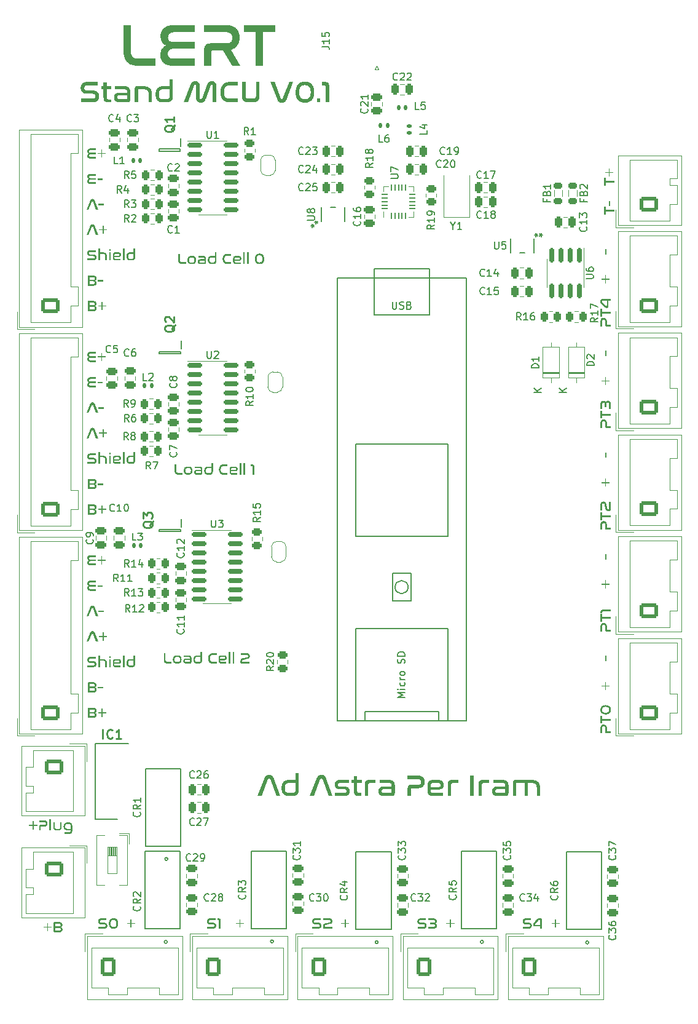
<source format=gbr>
%TF.GenerationSoftware,KiCad,Pcbnew,7.0.9*%
%TF.CreationDate,2024-08-13T23:39:12-05:00*%
%TF.ProjectId,TestStand,54657374-5374-4616-9e64-2e6b69636164,rev?*%
%TF.SameCoordinates,Original*%
%TF.FileFunction,Legend,Top*%
%TF.FilePolarity,Positive*%
%FSLAX46Y46*%
G04 Gerber Fmt 4.6, Leading zero omitted, Abs format (unit mm)*
G04 Created by KiCad (PCBNEW 7.0.9) date 2024-08-13 23:39:12*
%MOMM*%
%LPD*%
G01*
G04 APERTURE LIST*
G04 Aperture macros list*
%AMRoundRect*
0 Rectangle with rounded corners*
0 $1 Rounding radius*
0 $2 $3 $4 $5 $6 $7 $8 $9 X,Y pos of 4 corners*
0 Add a 4 corners polygon primitive as box body*
4,1,4,$2,$3,$4,$5,$6,$7,$8,$9,$2,$3,0*
0 Add four circle primitives for the rounded corners*
1,1,$1+$1,$2,$3*
1,1,$1+$1,$4,$5*
1,1,$1+$1,$6,$7*
1,1,$1+$1,$8,$9*
0 Add four rect primitives between the rounded corners*
20,1,$1+$1,$2,$3,$4,$5,0*
20,1,$1+$1,$4,$5,$6,$7,0*
20,1,$1+$1,$6,$7,$8,$9,0*
20,1,$1+$1,$8,$9,$2,$3,0*%
%AMFreePoly0*
4,1,19,0.500000,-0.750000,0.000000,-0.750000,0.000000,-0.744911,-0.071157,-0.744911,-0.207708,-0.704816,-0.327430,-0.627875,-0.420627,-0.520320,-0.479746,-0.390866,-0.500000,-0.250000,-0.500000,0.250000,-0.479746,0.390866,-0.420627,0.520320,-0.327430,0.627875,-0.207708,0.704816,-0.071157,0.744911,0.000000,0.744911,0.000000,0.750000,0.500000,0.750000,0.500000,-0.750000,0.500000,-0.750000,
$1*%
%AMFreePoly1*
4,1,19,0.000000,0.744911,0.071157,0.744911,0.207708,0.704816,0.327430,0.627875,0.420627,0.520320,0.479746,0.390866,0.500000,0.250000,0.500000,-0.250000,0.479746,-0.390866,0.420627,-0.520320,0.327430,-0.627875,0.207708,-0.704816,0.071157,-0.744911,0.000000,-0.744911,0.000000,-0.750000,-0.500000,-0.750000,-0.500000,0.750000,0.000000,0.750000,0.000000,0.744911,0.000000,0.744911,
$1*%
G04 Aperture macros list end*
%ADD10C,0.150000*%
%ADD11C,0.254000*%
%ADD12C,0.120000*%
%ADD13C,0.152400*%
%ADD14C,0.200000*%
%ADD15RoundRect,0.147500X0.147500X0.172500X-0.147500X0.172500X-0.147500X-0.172500X0.147500X-0.172500X0*%
%ADD16RoundRect,0.147500X0.172500X-0.147500X0.172500X0.147500X-0.172500X0.147500X-0.172500X-0.147500X0*%
%ADD17RoundRect,0.147500X-0.147500X-0.172500X0.147500X-0.172500X0.147500X0.172500X-0.147500X0.172500X0*%
%ADD18R,2.400000X2.000000*%
%ADD19RoundRect,0.250000X0.475000X-0.250000X0.475000X0.250000X-0.475000X0.250000X-0.475000X-0.250000X0*%
%ADD20RoundRect,0.250000X0.250000X0.475000X-0.250000X0.475000X-0.250000X-0.475000X0.250000X-0.475000X0*%
%ADD21R,0.558800X1.270000*%
%ADD22R,1.600000X1.600000*%
%ADD23O,1.600000X1.600000*%
%ADD24RoundRect,0.250000X-0.750000X-1.050000X0.750000X-1.050000X0.750000X1.050000X-0.750000X1.050000X0*%
%ADD25O,2.000000X2.600000*%
%ADD26RoundRect,0.250000X1.050000X-0.750000X1.050000X0.750000X-1.050000X0.750000X-1.050000X-0.750000X0*%
%ADD27O,2.600000X2.000000*%
%ADD28RoundRect,0.250000X-1.050000X0.750000X-1.050000X-0.750000X1.050000X-0.750000X1.050000X0.750000X0*%
%ADD29FreePoly0,90.000000*%
%ADD30FreePoly1,90.000000*%
%ADD31RoundRect,0.250000X-0.250000X-0.475000X0.250000X-0.475000X0.250000X0.475000X-0.250000X0.475000X0*%
%ADD32R,1.980000X1.980000*%
%ADD33C,1.980000*%
%ADD34RoundRect,0.250000X-0.262500X-0.450000X0.262500X-0.450000X0.262500X0.450000X-0.262500X0.450000X0*%
%ADD35R,0.650000X1.100000*%
%ADD36RoundRect,0.150000X-0.850000X-0.150000X0.850000X-0.150000X0.850000X0.150000X-0.850000X0.150000X0*%
%ADD37RoundRect,0.250000X0.262500X0.450000X-0.262500X0.450000X-0.262500X-0.450000X0.262500X-0.450000X0*%
%ADD38R,1.651000X1.651000*%
%ADD39C,1.651000*%
%ADD40RoundRect,0.250000X-0.450000X0.262500X-0.450000X-0.262500X0.450000X-0.262500X0.450000X0.262500X0*%
%ADD41RoundRect,0.250000X-0.475000X0.250000X-0.475000X-0.250000X0.475000X-0.250000X0.475000X0.250000X0*%
%ADD42RoundRect,0.250000X0.450000X-0.262500X0.450000X0.262500X-0.450000X0.262500X-0.450000X-0.262500X0*%
%ADD43C,6.400000*%
%ADD44C,1.600000*%
%ADD45R,2.290000X5.080000*%
%ADD46R,2.420000X5.080000*%
%ADD47RoundRect,0.218750X-0.381250X0.218750X-0.381250X-0.218750X0.381250X-0.218750X0.381250X0.218750X0*%
%ADD48RoundRect,0.062500X0.062500X-0.350000X0.062500X0.350000X-0.062500X0.350000X-0.062500X-0.350000X0*%
%ADD49RoundRect,0.062500X0.350000X-0.062500X0.350000X0.062500X-0.350000X0.062500X-0.350000X-0.062500X0*%
%ADD50R,2.500000X2.500000*%
%ADD51RoundRect,0.150000X-0.150000X0.825000X-0.150000X-0.825000X0.150000X-0.825000X0.150000X0.825000X0*%
G04 APERTURE END LIST*
D10*
G36*
X33094242Y-138338161D02*
G01*
X33063483Y-138338626D01*
X33033848Y-138340009D01*
X33005327Y-138342293D01*
X32977910Y-138345461D01*
X32951588Y-138349494D01*
X32926352Y-138354375D01*
X32902190Y-138360087D01*
X32879095Y-138366611D01*
X32857056Y-138373931D01*
X32836063Y-138382029D01*
X32816107Y-138390887D01*
X32797178Y-138400487D01*
X32779267Y-138410812D01*
X32762364Y-138421845D01*
X32746458Y-138433568D01*
X32731542Y-138445963D01*
X32717604Y-138459013D01*
X32704635Y-138472700D01*
X32692626Y-138487007D01*
X32681567Y-138501916D01*
X32671448Y-138517409D01*
X32662260Y-138533468D01*
X32653993Y-138550078D01*
X32646637Y-138567219D01*
X32640182Y-138584874D01*
X32634620Y-138603025D01*
X32629939Y-138621656D01*
X32626132Y-138640748D01*
X32623187Y-138660283D01*
X32621096Y-138680245D01*
X32619848Y-138700616D01*
X32619434Y-138721378D01*
X32620224Y-138749364D01*
X32622589Y-138776298D01*
X32626527Y-138802167D01*
X32632034Y-138826959D01*
X32639105Y-138850661D01*
X32647738Y-138873259D01*
X32657928Y-138894740D01*
X32669672Y-138915093D01*
X32682966Y-138934303D01*
X32697805Y-138952359D01*
X32714188Y-138969247D01*
X32732108Y-138984954D01*
X32751564Y-138999468D01*
X32772551Y-139012775D01*
X32795065Y-139024863D01*
X32819103Y-139035718D01*
X32795322Y-139046588D01*
X32772904Y-139058726D01*
X32751872Y-139072128D01*
X32732252Y-139086792D01*
X32714065Y-139102713D01*
X32697335Y-139119889D01*
X32682087Y-139138317D01*
X32668344Y-139157992D01*
X32656129Y-139178913D01*
X32645466Y-139201076D01*
X32636379Y-139224477D01*
X32628891Y-139249114D01*
X32623026Y-139274983D01*
X32618807Y-139302081D01*
X32616259Y-139330404D01*
X32615404Y-139359951D01*
X32615805Y-139380363D01*
X32617017Y-139400440D01*
X32619050Y-139420159D01*
X32621917Y-139439503D01*
X32625629Y-139458448D01*
X32630199Y-139476976D01*
X32635636Y-139495065D01*
X32641954Y-139512696D01*
X32649164Y-139529847D01*
X32657278Y-139546499D01*
X32666306Y-139562631D01*
X32676262Y-139578221D01*
X32687157Y-139593251D01*
X32699001Y-139607700D01*
X32711808Y-139621546D01*
X32725588Y-139634770D01*
X32740354Y-139647351D01*
X32756117Y-139659268D01*
X32772888Y-139670502D01*
X32790679Y-139681031D01*
X32809503Y-139690836D01*
X32829370Y-139699895D01*
X32850293Y-139708189D01*
X32872283Y-139715696D01*
X32895351Y-139722397D01*
X32919510Y-139728271D01*
X32944771Y-139733297D01*
X32971145Y-139737455D01*
X32998645Y-139740725D01*
X33027282Y-139743086D01*
X33057068Y-139744518D01*
X33088014Y-139745000D01*
X33806088Y-139745000D01*
X33806088Y-139497337D01*
X33088014Y-139497337D01*
X33061699Y-139496561D01*
X33037151Y-139494256D01*
X33014362Y-139490455D01*
X32993320Y-139485190D01*
X32974018Y-139478496D01*
X32956445Y-139470405D01*
X32940591Y-139460951D01*
X32926448Y-139450168D01*
X32914004Y-139438088D01*
X32903251Y-139424744D01*
X32894178Y-139410171D01*
X32886777Y-139394400D01*
X32881037Y-139377467D01*
X32876950Y-139359403D01*
X32874504Y-139340242D01*
X32873691Y-139320017D01*
X32874553Y-139299263D01*
X32877134Y-139279863D01*
X32881426Y-139261815D01*
X32887424Y-139245118D01*
X32895120Y-139229769D01*
X32904506Y-139215766D01*
X32915577Y-139203107D01*
X32928325Y-139191789D01*
X32942743Y-139181811D01*
X32958824Y-139173171D01*
X32976562Y-139165865D01*
X32995948Y-139159893D01*
X33016977Y-139155251D01*
X33039640Y-139151939D01*
X33063933Y-139149953D01*
X33089846Y-139149291D01*
X33793632Y-139149291D01*
X33793632Y-138924344D01*
X33096441Y-138924344D01*
X33070463Y-138923744D01*
X33046114Y-138921935D01*
X33023401Y-138918900D01*
X33002331Y-138914623D01*
X32982909Y-138909089D01*
X32965142Y-138902280D01*
X32949037Y-138894181D01*
X32934599Y-138884776D01*
X32921836Y-138874049D01*
X32910754Y-138861983D01*
X32901359Y-138848562D01*
X32893658Y-138833771D01*
X32887657Y-138817594D01*
X32883363Y-138800013D01*
X32880781Y-138781013D01*
X32879919Y-138760579D01*
X32880688Y-138741051D01*
X32883013Y-138722476D01*
X32886920Y-138704896D01*
X32892439Y-138688353D01*
X32899595Y-138672891D01*
X32908416Y-138658550D01*
X32918930Y-138645374D01*
X32931164Y-138633405D01*
X32945146Y-138622685D01*
X32960902Y-138613257D01*
X32978461Y-138605163D01*
X32997848Y-138598445D01*
X33019093Y-138593147D01*
X33042222Y-138589310D01*
X33067263Y-138586977D01*
X33094242Y-138586189D01*
X33803890Y-138586189D01*
X33803890Y-138338161D01*
X33094242Y-138338161D01*
G37*
G36*
X34526360Y-138478845D02*
G01*
X34526360Y-138958782D01*
X34039096Y-138958782D01*
X34039096Y-139111922D01*
X34526360Y-139111922D01*
X34526360Y-139604316D01*
X34681699Y-139604316D01*
X34681699Y-139111922D01*
X35168963Y-139111922D01*
X35168963Y-138958782D01*
X34681699Y-138958782D01*
X34681699Y-138478845D01*
X34526360Y-138478845D01*
G37*
G36*
X33262037Y-149094249D02*
G01*
X33269555Y-149079804D01*
X33278385Y-149068013D01*
X33290751Y-149057247D01*
X33305087Y-149050035D01*
X33321438Y-149046234D01*
X33333478Y-149045523D01*
X33348500Y-149046637D01*
X33364471Y-149050996D01*
X33378201Y-149058790D01*
X33389690Y-149070163D01*
X33398938Y-149085259D01*
X33402721Y-149094249D01*
X33833565Y-150245000D01*
X34108705Y-150245000D01*
X33629867Y-148974082D01*
X33619845Y-148950233D01*
X33608736Y-148928254D01*
X33596533Y-148908098D01*
X33583230Y-148889721D01*
X33568822Y-148873075D01*
X33553302Y-148858117D01*
X33536665Y-148844799D01*
X33518904Y-148833077D01*
X33500015Y-148822905D01*
X33479990Y-148814238D01*
X33458825Y-148807028D01*
X33436512Y-148801232D01*
X33413047Y-148796804D01*
X33388424Y-148793697D01*
X33362635Y-148791866D01*
X33335676Y-148791266D01*
X33308330Y-148791866D01*
X33282200Y-148793697D01*
X33257274Y-148796804D01*
X33233541Y-148801232D01*
X33210988Y-148807028D01*
X33189604Y-148814238D01*
X33169378Y-148822905D01*
X33150296Y-148833077D01*
X33132348Y-148844799D01*
X33115522Y-148858117D01*
X33099805Y-148873075D01*
X33085186Y-148889721D01*
X33071654Y-148908098D01*
X33059196Y-148928254D01*
X33047800Y-148950233D01*
X33037456Y-148974082D01*
X32539567Y-150245000D01*
X32812875Y-150245000D01*
X33262037Y-149094249D01*
G37*
G36*
X34716870Y-148978845D02*
G01*
X34716870Y-149458782D01*
X34229605Y-149458782D01*
X34229605Y-149611922D01*
X34716870Y-149611922D01*
X34716870Y-150104316D01*
X34872208Y-150104316D01*
X34872208Y-149611922D01*
X35359473Y-149611922D01*
X35359473Y-149458782D01*
X34872208Y-149458782D01*
X34872208Y-148978845D01*
X34716870Y-148978845D01*
G37*
G36*
X33094242Y-141838161D02*
G01*
X33063483Y-141838626D01*
X33033848Y-141840009D01*
X33005327Y-141842293D01*
X32977910Y-141845461D01*
X32951588Y-141849494D01*
X32926352Y-141854375D01*
X32902190Y-141860087D01*
X32879095Y-141866611D01*
X32857056Y-141873931D01*
X32836063Y-141882029D01*
X32816107Y-141890887D01*
X32797178Y-141900487D01*
X32779267Y-141910812D01*
X32762364Y-141921845D01*
X32746458Y-141933568D01*
X32731542Y-141945963D01*
X32717604Y-141959013D01*
X32704635Y-141972700D01*
X32692626Y-141987007D01*
X32681567Y-142001916D01*
X32671448Y-142017409D01*
X32662260Y-142033468D01*
X32653993Y-142050078D01*
X32646637Y-142067219D01*
X32640182Y-142084874D01*
X32634620Y-142103025D01*
X32629939Y-142121656D01*
X32626132Y-142140748D01*
X32623187Y-142160283D01*
X32621096Y-142180245D01*
X32619848Y-142200616D01*
X32619434Y-142221378D01*
X32620224Y-142249364D01*
X32622589Y-142276298D01*
X32626527Y-142302167D01*
X32632034Y-142326959D01*
X32639105Y-142350661D01*
X32647738Y-142373259D01*
X32657928Y-142394740D01*
X32669672Y-142415093D01*
X32682966Y-142434303D01*
X32697805Y-142452359D01*
X32714188Y-142469247D01*
X32732108Y-142484954D01*
X32751564Y-142499468D01*
X32772551Y-142512775D01*
X32795065Y-142524863D01*
X32819103Y-142535718D01*
X32795322Y-142546588D01*
X32772904Y-142558726D01*
X32751872Y-142572128D01*
X32732252Y-142586792D01*
X32714065Y-142602713D01*
X32697335Y-142619889D01*
X32682087Y-142638317D01*
X32668344Y-142657992D01*
X32656129Y-142678913D01*
X32645466Y-142701076D01*
X32636379Y-142724477D01*
X32628891Y-142749114D01*
X32623026Y-142774983D01*
X32618807Y-142802081D01*
X32616259Y-142830404D01*
X32615404Y-142859951D01*
X32615805Y-142880363D01*
X32617017Y-142900440D01*
X32619050Y-142920159D01*
X32621917Y-142939503D01*
X32625629Y-142958448D01*
X32630199Y-142976976D01*
X32635636Y-142995065D01*
X32641954Y-143012696D01*
X32649164Y-143029847D01*
X32657278Y-143046499D01*
X32666306Y-143062631D01*
X32676262Y-143078221D01*
X32687157Y-143093251D01*
X32699001Y-143107700D01*
X32711808Y-143121546D01*
X32725588Y-143134770D01*
X32740354Y-143147351D01*
X32756117Y-143159268D01*
X32772888Y-143170502D01*
X32790679Y-143181031D01*
X32809503Y-143190836D01*
X32829370Y-143199895D01*
X32850293Y-143208189D01*
X32872283Y-143215696D01*
X32895351Y-143222397D01*
X32919510Y-143228271D01*
X32944771Y-143233297D01*
X32971145Y-143237455D01*
X32998645Y-143240725D01*
X33027282Y-143243086D01*
X33057068Y-143244518D01*
X33088014Y-143245000D01*
X33806088Y-143245000D01*
X33806088Y-142997337D01*
X33088014Y-142997337D01*
X33061699Y-142996561D01*
X33037151Y-142994256D01*
X33014362Y-142990455D01*
X32993320Y-142985190D01*
X32974018Y-142978496D01*
X32956445Y-142970405D01*
X32940591Y-142960951D01*
X32926448Y-142950168D01*
X32914004Y-142938088D01*
X32903251Y-142924744D01*
X32894178Y-142910171D01*
X32886777Y-142894400D01*
X32881037Y-142877467D01*
X32876950Y-142859403D01*
X32874504Y-142840242D01*
X32873691Y-142820017D01*
X32874553Y-142799263D01*
X32877134Y-142779863D01*
X32881426Y-142761815D01*
X32887424Y-142745118D01*
X32895120Y-142729769D01*
X32904506Y-142715766D01*
X32915577Y-142703107D01*
X32928325Y-142691789D01*
X32942743Y-142681811D01*
X32958824Y-142673171D01*
X32976562Y-142665865D01*
X32995948Y-142659893D01*
X33016977Y-142655251D01*
X33039640Y-142651939D01*
X33063933Y-142649953D01*
X33089846Y-142649291D01*
X33793632Y-142649291D01*
X33793632Y-142424344D01*
X33096441Y-142424344D01*
X33070463Y-142423744D01*
X33046114Y-142421935D01*
X33023401Y-142418900D01*
X33002331Y-142414623D01*
X32982909Y-142409089D01*
X32965142Y-142402280D01*
X32949037Y-142394181D01*
X32934599Y-142384776D01*
X32921836Y-142374049D01*
X32910754Y-142361983D01*
X32901359Y-142348562D01*
X32893658Y-142333771D01*
X32887657Y-142317594D01*
X32883363Y-142300013D01*
X32880781Y-142281013D01*
X32879919Y-142260579D01*
X32880688Y-142241051D01*
X32883013Y-142222476D01*
X32886920Y-142204896D01*
X32892439Y-142188353D01*
X32899595Y-142172891D01*
X32908416Y-142158550D01*
X32918930Y-142145374D01*
X32931164Y-142133405D01*
X32945146Y-142122685D01*
X32960902Y-142113257D01*
X32978461Y-142105163D01*
X32997848Y-142098445D01*
X33019093Y-142093147D01*
X33042222Y-142089310D01*
X33067263Y-142086977D01*
X33094242Y-142086189D01*
X33803890Y-142086189D01*
X33803890Y-141838161D01*
X33094242Y-141838161D01*
G37*
G36*
X34016015Y-142471238D02*
G01*
X34016015Y-142685561D01*
X34765596Y-142685561D01*
X34765596Y-142471238D01*
X34016015Y-142471238D01*
G37*
G36*
X33262037Y-145594249D02*
G01*
X33269555Y-145579804D01*
X33278385Y-145568013D01*
X33290751Y-145557247D01*
X33305087Y-145550035D01*
X33321438Y-145546234D01*
X33333478Y-145545523D01*
X33348500Y-145546637D01*
X33364471Y-145550996D01*
X33378201Y-145558790D01*
X33389690Y-145570163D01*
X33398938Y-145585259D01*
X33402721Y-145594249D01*
X33833565Y-146745000D01*
X34108705Y-146745000D01*
X33629867Y-145474082D01*
X33619845Y-145450233D01*
X33608736Y-145428254D01*
X33596533Y-145408098D01*
X33583230Y-145389721D01*
X33568822Y-145373075D01*
X33553302Y-145358117D01*
X33536665Y-145344799D01*
X33518904Y-145333077D01*
X33500015Y-145322905D01*
X33479990Y-145314238D01*
X33458825Y-145307028D01*
X33436512Y-145301232D01*
X33413047Y-145296804D01*
X33388424Y-145293697D01*
X33362635Y-145291866D01*
X33335676Y-145291266D01*
X33308330Y-145291866D01*
X33282200Y-145293697D01*
X33257274Y-145296804D01*
X33233541Y-145301232D01*
X33210988Y-145307028D01*
X33189604Y-145314238D01*
X33169378Y-145322905D01*
X33150296Y-145333077D01*
X33132348Y-145344799D01*
X33115522Y-145358117D01*
X33099805Y-145373075D01*
X33085186Y-145389721D01*
X33071654Y-145408098D01*
X33059196Y-145428254D01*
X33047800Y-145450233D01*
X33037456Y-145474082D01*
X32539567Y-146745000D01*
X32812875Y-146745000D01*
X33262037Y-145594249D01*
G37*
G36*
X34146441Y-145971238D02*
G01*
X34146441Y-146185561D01*
X34896022Y-146185561D01*
X34896022Y-145971238D01*
X34146441Y-145971238D01*
G37*
G36*
X33444105Y-155838620D02*
G01*
X33473740Y-155839986D01*
X33502261Y-155842243D01*
X33529678Y-155845376D01*
X33556000Y-155849368D01*
X33581236Y-155854204D01*
X33605398Y-155859867D01*
X33628493Y-155866342D01*
X33650532Y-155873613D01*
X33671525Y-155881664D01*
X33691481Y-155890479D01*
X33710410Y-155900043D01*
X33728321Y-155910338D01*
X33745224Y-155921350D01*
X33761130Y-155933063D01*
X33776046Y-155945460D01*
X33789984Y-155958525D01*
X33802953Y-155972244D01*
X33814962Y-155986599D01*
X33826021Y-156001576D01*
X33836139Y-156017157D01*
X33845328Y-156033328D01*
X33853595Y-156050072D01*
X33860951Y-156067373D01*
X33867406Y-156085216D01*
X33872968Y-156103584D01*
X33877648Y-156122463D01*
X33881456Y-156141834D01*
X33884401Y-156161684D01*
X33886492Y-156181996D01*
X33887740Y-156202754D01*
X33888154Y-156223942D01*
X33887319Y-156253300D01*
X33884826Y-156281215D01*
X33880689Y-156307711D01*
X33874925Y-156332815D01*
X33867548Y-156356552D01*
X33858575Y-156378947D01*
X33848021Y-156400024D01*
X33835901Y-156419810D01*
X33822231Y-156438329D01*
X33807028Y-156455607D01*
X33790305Y-156471669D01*
X33772079Y-156486540D01*
X33752366Y-156500245D01*
X33731180Y-156512810D01*
X33708538Y-156524259D01*
X33684455Y-156534619D01*
X33708910Y-156545440D01*
X33731974Y-156557441D01*
X33753621Y-156570633D01*
X33773825Y-156585029D01*
X33792561Y-156600639D01*
X33809803Y-156617476D01*
X33825525Y-156635552D01*
X33839702Y-156654878D01*
X33852307Y-156675467D01*
X33863315Y-156697329D01*
X33872701Y-156720478D01*
X33880437Y-156744924D01*
X33886499Y-156770679D01*
X33890861Y-156797756D01*
X33893497Y-156826166D01*
X33894160Y-156840874D01*
X33894382Y-156855921D01*
X33893968Y-156876860D01*
X33892720Y-156897421D01*
X33890629Y-156917583D01*
X33887684Y-156937329D01*
X33883877Y-156956639D01*
X33879196Y-156975494D01*
X33873634Y-156993877D01*
X33867179Y-157011769D01*
X33859823Y-157029149D01*
X33851556Y-157046001D01*
X33842368Y-157062305D01*
X33832249Y-157078043D01*
X33821190Y-157093195D01*
X33809181Y-157107743D01*
X33796212Y-157121669D01*
X33782274Y-157134953D01*
X33767358Y-157147577D01*
X33751453Y-157159522D01*
X33734549Y-157170770D01*
X33716638Y-157181301D01*
X33697709Y-157191098D01*
X33677753Y-157200141D01*
X33656761Y-157208411D01*
X33634721Y-157215891D01*
X33611626Y-157222560D01*
X33587465Y-157228401D01*
X33562228Y-157233395D01*
X33535906Y-157237523D01*
X33508489Y-157240766D01*
X33479968Y-157243105D01*
X33450333Y-157244523D01*
X33419574Y-157245000D01*
X32789794Y-157245000D01*
X32775311Y-157244557D01*
X32755425Y-157242227D01*
X32737724Y-157237890D01*
X32722187Y-157231533D01*
X32708792Y-157223147D01*
X32697518Y-157212720D01*
X32688342Y-157200242D01*
X32681243Y-157185701D01*
X32676200Y-157169086D01*
X32673189Y-157150388D01*
X32672191Y-157129595D01*
X32672191Y-156635369D01*
X32915823Y-156635369D01*
X32915823Y-156976454D01*
X32917257Y-156986035D01*
X32928041Y-156997149D01*
X32942934Y-156999535D01*
X33425802Y-156999535D01*
X33452891Y-156998738D01*
X33478116Y-156996368D01*
X33501493Y-156992457D01*
X33523037Y-156987039D01*
X33542766Y-156980146D01*
X33560694Y-156971811D01*
X33576839Y-156962067D01*
X33591215Y-156950946D01*
X33603841Y-156938482D01*
X33614730Y-156924706D01*
X33623900Y-156909652D01*
X33631367Y-156893353D01*
X33637146Y-156875840D01*
X33641254Y-156857148D01*
X33643707Y-156837308D01*
X33644521Y-156816353D01*
X33643659Y-156794820D01*
X33641074Y-156774601D01*
X33636769Y-156755709D01*
X33630748Y-156738152D01*
X33623015Y-156721941D01*
X33613571Y-156707086D01*
X33602421Y-156693597D01*
X33589567Y-156681485D01*
X33575013Y-156670760D01*
X33558762Y-156661432D01*
X33540818Y-156653511D01*
X33521183Y-156647007D01*
X33499860Y-156641931D01*
X33476854Y-156638292D01*
X33452167Y-156636102D01*
X33425802Y-156635369D01*
X32915823Y-156635369D01*
X32672191Y-156635369D01*
X32672191Y-156429839D01*
X32915823Y-156429839D01*
X33419574Y-156429839D01*
X33446297Y-156429211D01*
X33471241Y-156427320D01*
X33494415Y-156424157D01*
X33515825Y-156419712D01*
X33535479Y-156413978D01*
X33553384Y-156406945D01*
X33569549Y-156398603D01*
X33583980Y-156388944D01*
X33596685Y-156377958D01*
X33607672Y-156365636D01*
X33616948Y-156351969D01*
X33624520Y-156336948D01*
X33630397Y-156320565D01*
X33634585Y-156302809D01*
X33637093Y-156283671D01*
X33637927Y-156263143D01*
X33637162Y-156243115D01*
X33634845Y-156224005D01*
X33630945Y-156205866D01*
X33625430Y-156188748D01*
X33618269Y-156172704D01*
X33609430Y-156157785D01*
X33598881Y-156144042D01*
X33586590Y-156131527D01*
X33572526Y-156120291D01*
X33556658Y-156110387D01*
X33538953Y-156101864D01*
X33519379Y-156094776D01*
X33497906Y-156089173D01*
X33474502Y-156085107D01*
X33449134Y-156082630D01*
X33421772Y-156081793D01*
X32942934Y-156081793D01*
X32932859Y-156082999D01*
X32919957Y-156091578D01*
X32915823Y-156106706D01*
X32915823Y-156429839D01*
X32672191Y-156429839D01*
X32672191Y-155953932D01*
X32672634Y-155939832D01*
X32674971Y-155920417D01*
X32679335Y-155903076D01*
X32685746Y-155887802D01*
X32694227Y-155874589D01*
X32704800Y-155863428D01*
X32717485Y-155854312D01*
X32732306Y-155847235D01*
X32749283Y-155842189D01*
X32768438Y-155839167D01*
X32789794Y-155838161D01*
X33413346Y-155838161D01*
X33444105Y-155838620D01*
G37*
G36*
X34070237Y-156471238D02*
G01*
X34070237Y-156685561D01*
X34819818Y-156685561D01*
X34819818Y-156471238D01*
X34070237Y-156471238D01*
G37*
G36*
X33048080Y-152338161D02*
G01*
X33019094Y-152338663D01*
X32991204Y-152340156D01*
X32964399Y-152342621D01*
X32938666Y-152346037D01*
X32913995Y-152350384D01*
X32890375Y-152355643D01*
X32867792Y-152361793D01*
X32846237Y-152368815D01*
X32825696Y-152376689D01*
X32806160Y-152385394D01*
X32787616Y-152394911D01*
X32770053Y-152405220D01*
X32753459Y-152416302D01*
X32737823Y-152428135D01*
X32723132Y-152440700D01*
X32709377Y-152453978D01*
X32696544Y-152467947D01*
X32684623Y-152482590D01*
X32673602Y-152497884D01*
X32663470Y-152513812D01*
X32654214Y-152530351D01*
X32645824Y-152547484D01*
X32638287Y-152565189D01*
X32631593Y-152583447D01*
X32625730Y-152602238D01*
X32620685Y-152621542D01*
X32616449Y-152641339D01*
X32613009Y-152661610D01*
X32610353Y-152682333D01*
X32608470Y-152703490D01*
X32607349Y-152725060D01*
X32606978Y-152747023D01*
X32607243Y-152765672D01*
X32608062Y-152784359D01*
X32609472Y-152803042D01*
X32611509Y-152821681D01*
X32614212Y-152840235D01*
X32617616Y-152858661D01*
X32621758Y-152876918D01*
X32626676Y-152894966D01*
X32632405Y-152912762D01*
X32638983Y-152930266D01*
X32646447Y-152947436D01*
X32654833Y-152964231D01*
X32664179Y-152980610D01*
X32674521Y-152996531D01*
X32685896Y-153011953D01*
X32698340Y-153026834D01*
X32711891Y-153041134D01*
X32726586Y-153054810D01*
X32742460Y-153067822D01*
X32759552Y-153080128D01*
X32777898Y-153091688D01*
X32797534Y-153102459D01*
X32818499Y-153112400D01*
X32840827Y-153121470D01*
X32864557Y-153129628D01*
X32889725Y-153136833D01*
X32916367Y-153143042D01*
X32944522Y-153148215D01*
X32974225Y-153152310D01*
X33005513Y-153155287D01*
X33038424Y-153157103D01*
X33072993Y-153157718D01*
X33402721Y-153157718D01*
X33418703Y-153157953D01*
X33433961Y-153158649D01*
X33462361Y-153161370D01*
X33488035Y-153165774D01*
X33511096Y-153171754D01*
X33531659Y-153179202D01*
X33549836Y-153188011D01*
X33565743Y-153198074D01*
X33579492Y-153209283D01*
X33591197Y-153221532D01*
X33600973Y-153234711D01*
X33608932Y-153248715D01*
X33615189Y-153263437D01*
X33619858Y-153278767D01*
X33623052Y-153294600D01*
X33624885Y-153310829D01*
X33625471Y-153327344D01*
X33624755Y-153345615D01*
X33622595Y-153363154D01*
X33618972Y-153379900D01*
X33613867Y-153395791D01*
X33607262Y-153410766D01*
X33599137Y-153424762D01*
X33589475Y-153437718D01*
X33578255Y-153449573D01*
X33565460Y-153460263D01*
X33551071Y-153469729D01*
X33535068Y-153477908D01*
X33517433Y-153484738D01*
X33498148Y-153490157D01*
X33477192Y-153494105D01*
X33454549Y-153496519D01*
X33430198Y-153497337D01*
X32632257Y-153497337D01*
X32632257Y-153745000D01*
X33421772Y-153745000D01*
X33451530Y-153744487D01*
X33480156Y-153742964D01*
X33507663Y-153740451D01*
X33534062Y-153736972D01*
X33559366Y-153732548D01*
X33583587Y-153727201D01*
X33606738Y-153720952D01*
X33628831Y-153713824D01*
X33649877Y-153705838D01*
X33669890Y-153697017D01*
X33688882Y-153687382D01*
X33706864Y-153676954D01*
X33723850Y-153665757D01*
X33739851Y-153653811D01*
X33754879Y-153641139D01*
X33768948Y-153627763D01*
X33782069Y-153613704D01*
X33794254Y-153598984D01*
X33805516Y-153583625D01*
X33815868Y-153567649D01*
X33825320Y-153551078D01*
X33833886Y-153533934D01*
X33841579Y-153516238D01*
X33848409Y-153498013D01*
X33854390Y-153479280D01*
X33859533Y-153460061D01*
X33863852Y-153440378D01*
X33867358Y-153420253D01*
X33870063Y-153399708D01*
X33871980Y-153378765D01*
X33873121Y-153357445D01*
X33873499Y-153335771D01*
X33873228Y-153317249D01*
X33872389Y-153298668D01*
X33870944Y-153280072D01*
X33868856Y-153261502D01*
X33866087Y-153243000D01*
X33862600Y-153224610D01*
X33858357Y-153206373D01*
X33853320Y-153188332D01*
X33847452Y-153170529D01*
X33840716Y-153153007D01*
X33833072Y-153135808D01*
X33824484Y-153118975D01*
X33814915Y-153102549D01*
X33804326Y-153086573D01*
X33792680Y-153071091D01*
X33779939Y-153056143D01*
X33766066Y-153041773D01*
X33751022Y-153028022D01*
X33734772Y-153014934D01*
X33717276Y-153002551D01*
X33698497Y-152990914D01*
X33678397Y-152980067D01*
X33656939Y-152970052D01*
X33634086Y-152960911D01*
X33609799Y-152952687D01*
X33584041Y-152945422D01*
X33556774Y-152939158D01*
X33527961Y-152933938D01*
X33497564Y-152929804D01*
X33465545Y-152926799D01*
X33431868Y-152924964D01*
X33396493Y-152924344D01*
X33064933Y-152924344D01*
X33049728Y-152924104D01*
X33021400Y-152922235D01*
X32995752Y-152918605D01*
X32972672Y-152913331D01*
X32952046Y-152906526D01*
X32933762Y-152898307D01*
X32917705Y-152888787D01*
X32903764Y-152878081D01*
X32891824Y-152866305D01*
X32881772Y-152853573D01*
X32873495Y-152840000D01*
X32866880Y-152825701D01*
X32861813Y-152810791D01*
X32858182Y-152795384D01*
X32855873Y-152779596D01*
X32854772Y-152763541D01*
X32854640Y-152755450D01*
X32855309Y-152737127D01*
X32857331Y-152719566D01*
X32860726Y-152702825D01*
X32865517Y-152686962D01*
X32871724Y-152672036D01*
X32879370Y-152658103D01*
X32888475Y-152645222D01*
X32899062Y-152633450D01*
X32911151Y-152622847D01*
X32924765Y-152613469D01*
X32939924Y-152605375D01*
X32956650Y-152598623D01*
X32974964Y-152593270D01*
X32994889Y-152589375D01*
X33016445Y-152586995D01*
X33039654Y-152586189D01*
X33766154Y-152586189D01*
X33766154Y-152338161D01*
X33048080Y-152338161D01*
G37*
G36*
X34135083Y-152150582D02*
G01*
X34135083Y-153745000D01*
X34357833Y-153745000D01*
X34357833Y-152854002D01*
X34748377Y-152854002D01*
X34769674Y-152854296D01*
X34790222Y-152855174D01*
X34810026Y-152856632D01*
X34829091Y-152858661D01*
X34847421Y-152861258D01*
X34865022Y-152864415D01*
X34881898Y-152868127D01*
X34898054Y-152872389D01*
X34913494Y-152877193D01*
X34928224Y-152882534D01*
X34942248Y-152888407D01*
X34955571Y-152894805D01*
X34980133Y-152909154D01*
X35001947Y-152925534D01*
X35021052Y-152943898D01*
X35037486Y-152964197D01*
X35051288Y-152986386D01*
X35062494Y-153010416D01*
X35071144Y-153036241D01*
X35077276Y-153063814D01*
X35080926Y-153093086D01*
X35081834Y-153108346D01*
X35082135Y-153124012D01*
X35082135Y-153745000D01*
X35307083Y-153745000D01*
X35307083Y-153124012D01*
X35306540Y-153095934D01*
X35304914Y-153068586D01*
X35302201Y-153041979D01*
X35298403Y-153016122D01*
X35293518Y-152991027D01*
X35287545Y-152966704D01*
X35280485Y-152943164D01*
X35272335Y-152920417D01*
X35263096Y-152898474D01*
X35252767Y-152877345D01*
X35241348Y-152857042D01*
X35228837Y-152837574D01*
X35215233Y-152818953D01*
X35200537Y-152801188D01*
X35184748Y-152784291D01*
X35167864Y-152768272D01*
X35149886Y-152753142D01*
X35130812Y-152738912D01*
X35110642Y-152725591D01*
X35089375Y-152713190D01*
X35067011Y-152701721D01*
X35043548Y-152691194D01*
X35018987Y-152681618D01*
X34993326Y-152673006D01*
X34966565Y-152665367D01*
X34938703Y-152658713D01*
X34909740Y-152653053D01*
X34879674Y-152648398D01*
X34848506Y-152644760D01*
X34816234Y-152642147D01*
X34782858Y-152640572D01*
X34748377Y-152640045D01*
X34357833Y-152640045D01*
X34357833Y-152150582D01*
X34135083Y-152150582D01*
G37*
G36*
X35619591Y-152642976D02*
G01*
X35619591Y-153745000D01*
X35842341Y-153745000D01*
X35842341Y-152642976D01*
X35619591Y-152642976D01*
G37*
G36*
X35619591Y-152220558D02*
G01*
X35619591Y-152478845D01*
X35844539Y-152478845D01*
X35844539Y-152220558D01*
X35619591Y-152220558D01*
G37*
G36*
X36906999Y-152640413D02*
G01*
X36930301Y-152641513D01*
X36952729Y-152643337D01*
X36974291Y-152645879D01*
X36994994Y-152649132D01*
X37014846Y-152653088D01*
X37033853Y-152657742D01*
X37052024Y-152663086D01*
X37069366Y-152669113D01*
X37085886Y-152675816D01*
X37101592Y-152683188D01*
X37116491Y-152691224D01*
X37130590Y-152699914D01*
X37143898Y-152709253D01*
X37156421Y-152719234D01*
X37168167Y-152729850D01*
X37179144Y-152741094D01*
X37189358Y-152752958D01*
X37198818Y-152765437D01*
X37207531Y-152778523D01*
X37215503Y-152792209D01*
X37222744Y-152806488D01*
X37229259Y-152821354D01*
X37235057Y-152836800D01*
X37240145Y-152852818D01*
X37244531Y-152869402D01*
X37248221Y-152886544D01*
X37251224Y-152904239D01*
X37253546Y-152922478D01*
X37255196Y-152941256D01*
X37256180Y-152960564D01*
X37256507Y-152980397D01*
X37256204Y-152999235D01*
X37255288Y-153017549D01*
X37253746Y-153035337D01*
X37251565Y-153052592D01*
X37248734Y-153069311D01*
X37245238Y-153085487D01*
X37241067Y-153101116D01*
X37236208Y-153116192D01*
X37230648Y-153130712D01*
X37224374Y-153144670D01*
X37217374Y-153158061D01*
X37209637Y-153170879D01*
X37201148Y-153183121D01*
X37191896Y-153194781D01*
X37181868Y-153205855D01*
X37171052Y-153216336D01*
X37159436Y-153226220D01*
X37147006Y-153235503D01*
X37133750Y-153244179D01*
X37119657Y-153252244D01*
X37104713Y-153259692D01*
X37088905Y-153266518D01*
X37072222Y-153272718D01*
X37054652Y-153278286D01*
X37036180Y-153283217D01*
X37016796Y-153287508D01*
X36996486Y-153291151D01*
X36975238Y-153294144D01*
X36953039Y-153296480D01*
X36929878Y-153298155D01*
X36905742Y-153299163D01*
X36880617Y-153299501D01*
X36353785Y-153299501D01*
X36353785Y-153378269D01*
X36354354Y-153394208D01*
X36356086Y-153409563D01*
X36359019Y-153424271D01*
X36365753Y-153444989D01*
X36375404Y-153463908D01*
X36388101Y-153480823D01*
X36403971Y-153495527D01*
X36416378Y-153503999D01*
X36430291Y-153511336D01*
X36445748Y-153517476D01*
X36462787Y-153522358D01*
X36481447Y-153525921D01*
X36501764Y-153528103D01*
X36523778Y-153528845D01*
X37201919Y-153528845D01*
X37201919Y-153745000D01*
X36523778Y-153745000D01*
X36498269Y-153744548D01*
X36473734Y-153743204D01*
X36450162Y-153740989D01*
X36427544Y-153737920D01*
X36405868Y-153734016D01*
X36385123Y-153729297D01*
X36365298Y-153723781D01*
X36346384Y-153717488D01*
X36328368Y-153710435D01*
X36311240Y-153702643D01*
X36294990Y-153694130D01*
X36279606Y-153684914D01*
X36265078Y-153675016D01*
X36251394Y-153664453D01*
X36238545Y-153653245D01*
X36226519Y-153641410D01*
X36215306Y-153628968D01*
X36204895Y-153615937D01*
X36195274Y-153602337D01*
X36186433Y-153588186D01*
X36178362Y-153573503D01*
X36171049Y-153558307D01*
X36164484Y-153542617D01*
X36158656Y-153526452D01*
X36153554Y-153509831D01*
X36149168Y-153492772D01*
X36145485Y-153475295D01*
X36142497Y-153457419D01*
X36140191Y-153439163D01*
X36138558Y-153420544D01*
X36137586Y-153401584D01*
X36137264Y-153382299D01*
X36137264Y-153125478D01*
X36353785Y-153125478D01*
X36874389Y-153125478D01*
X36895971Y-153124890D01*
X36915822Y-153123145D01*
X36933989Y-153120271D01*
X36950518Y-153116296D01*
X36965457Y-153111247D01*
X36978852Y-153105153D01*
X36996152Y-153094113D01*
X37010240Y-153080877D01*
X37021274Y-153065541D01*
X37029412Y-153048198D01*
X37034812Y-153028942D01*
X37037631Y-153007867D01*
X37038154Y-152992854D01*
X37037584Y-152977468D01*
X37035863Y-152962800D01*
X37031081Y-152942223D01*
X37023606Y-152923473D01*
X37013375Y-152906678D01*
X37000327Y-152891966D01*
X36984400Y-152879467D01*
X36965533Y-152869308D01*
X36951291Y-152863899D01*
X36935697Y-152859626D01*
X36918732Y-152856527D01*
X36900378Y-152854639D01*
X36880617Y-152854002D01*
X36523778Y-152854002D01*
X36512557Y-152854198D01*
X36491396Y-152855739D01*
X36471912Y-152858753D01*
X36454068Y-152863169D01*
X36437825Y-152868915D01*
X36423144Y-152875919D01*
X36409989Y-152884111D01*
X36398321Y-152893419D01*
X36383522Y-152909317D01*
X36371855Y-152927325D01*
X36363191Y-152947201D01*
X36359019Y-152961371D01*
X36356086Y-152976193D01*
X36354354Y-152991596D01*
X36353785Y-153007508D01*
X36353785Y-153125478D01*
X36137264Y-153125478D01*
X36137264Y-153005676D01*
X36137586Y-152986125D01*
X36138558Y-152966915D01*
X36140191Y-152948063D01*
X36142497Y-152929589D01*
X36145485Y-152911509D01*
X36149168Y-152893844D01*
X36153554Y-152876611D01*
X36158656Y-152859829D01*
X36164484Y-152843516D01*
X36171049Y-152827690D01*
X36178362Y-152812370D01*
X36186433Y-152797574D01*
X36195274Y-152783321D01*
X36204895Y-152769629D01*
X36215306Y-152756516D01*
X36226519Y-152744001D01*
X36238545Y-152732102D01*
X36251394Y-152720837D01*
X36265078Y-152710225D01*
X36279606Y-152700285D01*
X36294990Y-152691034D01*
X36311240Y-152682491D01*
X36328368Y-152674674D01*
X36346384Y-152667602D01*
X36365298Y-152661294D01*
X36385123Y-152655767D01*
X36405868Y-152651039D01*
X36427544Y-152647130D01*
X36450162Y-152644058D01*
X36473734Y-152641841D01*
X36498269Y-152640497D01*
X36523778Y-152640045D01*
X36882815Y-152640045D01*
X36906999Y-152640413D01*
G37*
G36*
X37529082Y-152150582D02*
G01*
X37529082Y-153745000D01*
X37751831Y-153745000D01*
X37751831Y-152150582D01*
X37529082Y-152150582D01*
G37*
G36*
X39212526Y-153272023D02*
G01*
X39212108Y-153301326D01*
X39210856Y-153329680D01*
X39208776Y-153357085D01*
X39205870Y-153383543D01*
X39202142Y-153409055D01*
X39197596Y-153433623D01*
X39192237Y-153457247D01*
X39186067Y-153479929D01*
X39179092Y-153501671D01*
X39171314Y-153522472D01*
X39162738Y-153542336D01*
X39153368Y-153561263D01*
X39143207Y-153579254D01*
X39132260Y-153596310D01*
X39120529Y-153612434D01*
X39108020Y-153627626D01*
X39094736Y-153641887D01*
X39080681Y-153655218D01*
X39065859Y-153667622D01*
X39050274Y-153679099D01*
X39033929Y-153689650D01*
X39016828Y-153699278D01*
X38998976Y-153707982D01*
X38980377Y-153715765D01*
X38961033Y-153722627D01*
X38940950Y-153728570D01*
X38920130Y-153733596D01*
X38898579Y-153737704D01*
X38876299Y-153740898D01*
X38853295Y-153743177D01*
X38829570Y-153744544D01*
X38805129Y-153745000D01*
X38498482Y-153745000D01*
X38471025Y-153744471D01*
X38444236Y-153742884D01*
X38418129Y-153740237D01*
X38392716Y-153736527D01*
X38368012Y-153731753D01*
X38344029Y-153725911D01*
X38320781Y-153719001D01*
X38298281Y-153711019D01*
X38276542Y-153701964D01*
X38255579Y-153691834D01*
X38235404Y-153680626D01*
X38216030Y-153668338D01*
X38197471Y-153654968D01*
X38179741Y-153640514D01*
X38162852Y-153624974D01*
X38146818Y-153608346D01*
X38131652Y-153590627D01*
X38117368Y-153571815D01*
X38103979Y-153551909D01*
X38091499Y-153530905D01*
X38079940Y-153508803D01*
X38069316Y-153485599D01*
X38059641Y-153461292D01*
X38050928Y-153435880D01*
X38043189Y-153409359D01*
X38036439Y-153381729D01*
X38030691Y-153352987D01*
X38025958Y-153323131D01*
X38022254Y-153292159D01*
X38019591Y-153260068D01*
X38017984Y-153226856D01*
X38017445Y-153192522D01*
X38242027Y-153192522D01*
X38242280Y-153214439D01*
X38243040Y-153235543D01*
X38244313Y-153255842D01*
X38246100Y-153275345D01*
X38248405Y-153294058D01*
X38251233Y-153311989D01*
X38254586Y-153329146D01*
X38258467Y-153345537D01*
X38262881Y-153361168D01*
X38267831Y-153376049D01*
X38273321Y-153390186D01*
X38279353Y-153403587D01*
X38293060Y-153428212D01*
X38308980Y-153449985D01*
X38327141Y-153468967D01*
X38347571Y-153485220D01*
X38370298Y-153498805D01*
X38395350Y-153509782D01*
X38422755Y-153518214D01*
X38437348Y-153521494D01*
X38452540Y-153524161D01*
X38468334Y-153526221D01*
X38484734Y-153527684D01*
X38501743Y-153528556D01*
X38519364Y-153528845D01*
X38739916Y-153528845D01*
X38756324Y-153528611D01*
X38772100Y-153527906D01*
X38787250Y-153526725D01*
X38815706Y-153522911D01*
X38841749Y-153517129D01*
X38865437Y-153509335D01*
X38886831Y-153499486D01*
X38905987Y-153487542D01*
X38922964Y-153473458D01*
X38937821Y-153457193D01*
X38950617Y-153438705D01*
X38961410Y-153417950D01*
X38970258Y-153394887D01*
X38977220Y-153369473D01*
X38982354Y-153341666D01*
X38984254Y-153326851D01*
X38985719Y-153311423D01*
X38986757Y-153295375D01*
X38987374Y-153278702D01*
X38987578Y-153261399D01*
X38987578Y-152854002D01*
X38519364Y-152854002D01*
X38501743Y-152854297D01*
X38484734Y-152855187D01*
X38468334Y-152856679D01*
X38452540Y-152858780D01*
X38437348Y-152861496D01*
X38422755Y-152864835D01*
X38395350Y-152873407D01*
X38370298Y-152884551D01*
X38347571Y-152898322D01*
X38327141Y-152914773D01*
X38308980Y-152933961D01*
X38293060Y-152955939D01*
X38279353Y-152980762D01*
X38273321Y-152994258D01*
X38267831Y-153008486D01*
X38262881Y-153023452D01*
X38258467Y-153039164D01*
X38254586Y-153055629D01*
X38251233Y-153072853D01*
X38248405Y-153090842D01*
X38246100Y-153109605D01*
X38244313Y-153129148D01*
X38243040Y-153149477D01*
X38242280Y-153170599D01*
X38242027Y-153192522D01*
X38017445Y-153192522D01*
X38017984Y-153158220D01*
X38019591Y-153125037D01*
X38022254Y-153092970D01*
X38025958Y-153062019D01*
X38030691Y-153032179D01*
X38036439Y-153003451D01*
X38043189Y-152975832D01*
X38050928Y-152949319D01*
X38059641Y-152923912D01*
X38069316Y-152899607D01*
X38079940Y-152876404D01*
X38091499Y-152854300D01*
X38103979Y-152833293D01*
X38117368Y-152813381D01*
X38131652Y-152794563D01*
X38146818Y-152776836D01*
X38162852Y-152760199D01*
X38179741Y-152744649D01*
X38197471Y-152730184D01*
X38216030Y-152716803D01*
X38235404Y-152704504D01*
X38255579Y-152693284D01*
X38276542Y-152683143D01*
X38298281Y-152674077D01*
X38320781Y-152666085D01*
X38344029Y-152659164D01*
X38368012Y-152653314D01*
X38392716Y-152648532D01*
X38418129Y-152644816D01*
X38444236Y-152642164D01*
X38471025Y-152640574D01*
X38498482Y-152640045D01*
X38987578Y-152640045D01*
X38987578Y-152150582D01*
X39212526Y-152150582D01*
X39212526Y-153272023D01*
G37*
G36*
X33444105Y-159338620D02*
G01*
X33473740Y-159339986D01*
X33502261Y-159342243D01*
X33529678Y-159345376D01*
X33556000Y-159349368D01*
X33581236Y-159354204D01*
X33605398Y-159359867D01*
X33628493Y-159366342D01*
X33650532Y-159373613D01*
X33671525Y-159381664D01*
X33691481Y-159390479D01*
X33710410Y-159400043D01*
X33728321Y-159410338D01*
X33745224Y-159421350D01*
X33761130Y-159433063D01*
X33776046Y-159445460D01*
X33789984Y-159458525D01*
X33802953Y-159472244D01*
X33814962Y-159486599D01*
X33826021Y-159501576D01*
X33836139Y-159517157D01*
X33845328Y-159533328D01*
X33853595Y-159550072D01*
X33860951Y-159567373D01*
X33867406Y-159585216D01*
X33872968Y-159603584D01*
X33877648Y-159622463D01*
X33881456Y-159641834D01*
X33884401Y-159661684D01*
X33886492Y-159681996D01*
X33887740Y-159702754D01*
X33888154Y-159723942D01*
X33887319Y-159753300D01*
X33884826Y-159781215D01*
X33880689Y-159807711D01*
X33874925Y-159832815D01*
X33867548Y-159856552D01*
X33858575Y-159878947D01*
X33848021Y-159900024D01*
X33835901Y-159919810D01*
X33822231Y-159938329D01*
X33807028Y-159955607D01*
X33790305Y-159971669D01*
X33772079Y-159986540D01*
X33752366Y-160000245D01*
X33731180Y-160012810D01*
X33708538Y-160024259D01*
X33684455Y-160034619D01*
X33708910Y-160045440D01*
X33731974Y-160057441D01*
X33753621Y-160070633D01*
X33773825Y-160085029D01*
X33792561Y-160100639D01*
X33809803Y-160117476D01*
X33825525Y-160135552D01*
X33839702Y-160154878D01*
X33852307Y-160175467D01*
X33863315Y-160197329D01*
X33872701Y-160220478D01*
X33880437Y-160244924D01*
X33886499Y-160270679D01*
X33890861Y-160297756D01*
X33893497Y-160326166D01*
X33894160Y-160340874D01*
X33894382Y-160355921D01*
X33893968Y-160376860D01*
X33892720Y-160397421D01*
X33890629Y-160417583D01*
X33887684Y-160437329D01*
X33883877Y-160456639D01*
X33879196Y-160475494D01*
X33873634Y-160493877D01*
X33867179Y-160511769D01*
X33859823Y-160529149D01*
X33851556Y-160546001D01*
X33842368Y-160562305D01*
X33832249Y-160578043D01*
X33821190Y-160593195D01*
X33809181Y-160607743D01*
X33796212Y-160621669D01*
X33782274Y-160634953D01*
X33767358Y-160647577D01*
X33751453Y-160659522D01*
X33734549Y-160670770D01*
X33716638Y-160681301D01*
X33697709Y-160691098D01*
X33677753Y-160700141D01*
X33656761Y-160708411D01*
X33634721Y-160715891D01*
X33611626Y-160722560D01*
X33587465Y-160728401D01*
X33562228Y-160733395D01*
X33535906Y-160737523D01*
X33508489Y-160740766D01*
X33479968Y-160743105D01*
X33450333Y-160744523D01*
X33419574Y-160745000D01*
X32789794Y-160745000D01*
X32775311Y-160744557D01*
X32755425Y-160742227D01*
X32737724Y-160737890D01*
X32722187Y-160731533D01*
X32708792Y-160723147D01*
X32697518Y-160712720D01*
X32688342Y-160700242D01*
X32681243Y-160685701D01*
X32676200Y-160669086D01*
X32673189Y-160650388D01*
X32672191Y-160629595D01*
X32672191Y-160135369D01*
X32915823Y-160135369D01*
X32915823Y-160476454D01*
X32917257Y-160486035D01*
X32928041Y-160497149D01*
X32942934Y-160499535D01*
X33425802Y-160499535D01*
X33452891Y-160498738D01*
X33478116Y-160496368D01*
X33501493Y-160492457D01*
X33523037Y-160487039D01*
X33542766Y-160480146D01*
X33560694Y-160471811D01*
X33576839Y-160462067D01*
X33591215Y-160450946D01*
X33603841Y-160438482D01*
X33614730Y-160424706D01*
X33623900Y-160409652D01*
X33631367Y-160393353D01*
X33637146Y-160375840D01*
X33641254Y-160357148D01*
X33643707Y-160337308D01*
X33644521Y-160316353D01*
X33643659Y-160294820D01*
X33641074Y-160274601D01*
X33636769Y-160255709D01*
X33630748Y-160238152D01*
X33623015Y-160221941D01*
X33613571Y-160207086D01*
X33602421Y-160193597D01*
X33589567Y-160181485D01*
X33575013Y-160170760D01*
X33558762Y-160161432D01*
X33540818Y-160153511D01*
X33521183Y-160147007D01*
X33499860Y-160141931D01*
X33476854Y-160138292D01*
X33452167Y-160136102D01*
X33425802Y-160135369D01*
X32915823Y-160135369D01*
X32672191Y-160135369D01*
X32672191Y-159929839D01*
X32915823Y-159929839D01*
X33419574Y-159929839D01*
X33446297Y-159929211D01*
X33471241Y-159927320D01*
X33494415Y-159924157D01*
X33515825Y-159919712D01*
X33535479Y-159913978D01*
X33553384Y-159906945D01*
X33569549Y-159898603D01*
X33583980Y-159888944D01*
X33596685Y-159877958D01*
X33607672Y-159865636D01*
X33616948Y-159851969D01*
X33624520Y-159836948D01*
X33630397Y-159820565D01*
X33634585Y-159802809D01*
X33637093Y-159783671D01*
X33637927Y-159763143D01*
X33637162Y-159743115D01*
X33634845Y-159724005D01*
X33630945Y-159705866D01*
X33625430Y-159688748D01*
X33618269Y-159672704D01*
X33609430Y-159657785D01*
X33598881Y-159644042D01*
X33586590Y-159631527D01*
X33572526Y-159620291D01*
X33556658Y-159610387D01*
X33538953Y-159601864D01*
X33519379Y-159594776D01*
X33497906Y-159589173D01*
X33474502Y-159585107D01*
X33449134Y-159582630D01*
X33421772Y-159581793D01*
X32942934Y-159581793D01*
X32932859Y-159582999D01*
X32919957Y-159591578D01*
X32915823Y-159606706D01*
X32915823Y-159929839D01*
X32672191Y-159929839D01*
X32672191Y-159453932D01*
X32672634Y-159439832D01*
X32674971Y-159420417D01*
X32679335Y-159403076D01*
X32685746Y-159387802D01*
X32694227Y-159374589D01*
X32704800Y-159363428D01*
X32717485Y-159354312D01*
X32732306Y-159347235D01*
X32749283Y-159342189D01*
X32768438Y-159339167D01*
X32789794Y-159338161D01*
X33413346Y-159338161D01*
X33444105Y-159338620D01*
G37*
G36*
X34580582Y-159478845D02*
G01*
X34580582Y-159958782D01*
X34093318Y-159958782D01*
X34093318Y-160111922D01*
X34580582Y-160111922D01*
X34580582Y-160604316D01*
X34735921Y-160604316D01*
X34735921Y-160111922D01*
X35223185Y-160111922D01*
X35223185Y-159958782D01*
X34735921Y-159958782D01*
X34735921Y-159478845D01*
X34580582Y-159478845D01*
G37*
G36*
X33094242Y-110338161D02*
G01*
X33063483Y-110338626D01*
X33033848Y-110340009D01*
X33005327Y-110342293D01*
X32977910Y-110345461D01*
X32951588Y-110349494D01*
X32926352Y-110354375D01*
X32902190Y-110360087D01*
X32879095Y-110366611D01*
X32857056Y-110373931D01*
X32836063Y-110382029D01*
X32816107Y-110390887D01*
X32797178Y-110400487D01*
X32779267Y-110410812D01*
X32762364Y-110421845D01*
X32746458Y-110433568D01*
X32731542Y-110445963D01*
X32717604Y-110459013D01*
X32704635Y-110472700D01*
X32692626Y-110487007D01*
X32681567Y-110501916D01*
X32671448Y-110517409D01*
X32662260Y-110533468D01*
X32653993Y-110550078D01*
X32646637Y-110567219D01*
X32640182Y-110584874D01*
X32634620Y-110603025D01*
X32629939Y-110621656D01*
X32626132Y-110640748D01*
X32623187Y-110660283D01*
X32621096Y-110680245D01*
X32619848Y-110700616D01*
X32619434Y-110721378D01*
X32620224Y-110749364D01*
X32622589Y-110776298D01*
X32626527Y-110802167D01*
X32632034Y-110826959D01*
X32639105Y-110850661D01*
X32647738Y-110873259D01*
X32657928Y-110894740D01*
X32669672Y-110915093D01*
X32682966Y-110934303D01*
X32697805Y-110952359D01*
X32714188Y-110969247D01*
X32732108Y-110984954D01*
X32751564Y-110999468D01*
X32772551Y-111012775D01*
X32795065Y-111024863D01*
X32819103Y-111035718D01*
X32795322Y-111046588D01*
X32772904Y-111058726D01*
X32751872Y-111072128D01*
X32732252Y-111086792D01*
X32714065Y-111102713D01*
X32697335Y-111119889D01*
X32682087Y-111138317D01*
X32668344Y-111157992D01*
X32656129Y-111178913D01*
X32645466Y-111201076D01*
X32636379Y-111224477D01*
X32628891Y-111249114D01*
X32623026Y-111274983D01*
X32618807Y-111302081D01*
X32616259Y-111330404D01*
X32615404Y-111359951D01*
X32615805Y-111380363D01*
X32617017Y-111400440D01*
X32619050Y-111420159D01*
X32621917Y-111439503D01*
X32625629Y-111458448D01*
X32630199Y-111476976D01*
X32635636Y-111495065D01*
X32641954Y-111512696D01*
X32649164Y-111529847D01*
X32657278Y-111546499D01*
X32666306Y-111562631D01*
X32676262Y-111578221D01*
X32687157Y-111593251D01*
X32699001Y-111607700D01*
X32711808Y-111621546D01*
X32725588Y-111634770D01*
X32740354Y-111647351D01*
X32756117Y-111659268D01*
X32772888Y-111670502D01*
X32790679Y-111681031D01*
X32809503Y-111690836D01*
X32829370Y-111699895D01*
X32850293Y-111708189D01*
X32872283Y-111715696D01*
X32895351Y-111722397D01*
X32919510Y-111728271D01*
X32944771Y-111733297D01*
X32971145Y-111737455D01*
X32998645Y-111740725D01*
X33027282Y-111743086D01*
X33057068Y-111744518D01*
X33088014Y-111745000D01*
X33806088Y-111745000D01*
X33806088Y-111497337D01*
X33088014Y-111497337D01*
X33061699Y-111496561D01*
X33037151Y-111494256D01*
X33014362Y-111490455D01*
X32993320Y-111485190D01*
X32974018Y-111478496D01*
X32956445Y-111470405D01*
X32940591Y-111460951D01*
X32926448Y-111450168D01*
X32914004Y-111438088D01*
X32903251Y-111424744D01*
X32894178Y-111410171D01*
X32886777Y-111394400D01*
X32881037Y-111377467D01*
X32876950Y-111359403D01*
X32874504Y-111340242D01*
X32873691Y-111320017D01*
X32874553Y-111299263D01*
X32877134Y-111279863D01*
X32881426Y-111261815D01*
X32887424Y-111245118D01*
X32895120Y-111229769D01*
X32904506Y-111215766D01*
X32915577Y-111203107D01*
X32928325Y-111191789D01*
X32942743Y-111181811D01*
X32958824Y-111173171D01*
X32976562Y-111165865D01*
X32995948Y-111159893D01*
X33016977Y-111155251D01*
X33039640Y-111151939D01*
X33063933Y-111149953D01*
X33089846Y-111149291D01*
X33793632Y-111149291D01*
X33793632Y-110924344D01*
X33096441Y-110924344D01*
X33070463Y-110923744D01*
X33046114Y-110921935D01*
X33023401Y-110918900D01*
X33002331Y-110914623D01*
X32982909Y-110909089D01*
X32965142Y-110902280D01*
X32949037Y-110894181D01*
X32934599Y-110884776D01*
X32921836Y-110874049D01*
X32910754Y-110861983D01*
X32901359Y-110848562D01*
X32893658Y-110833771D01*
X32887657Y-110817594D01*
X32883363Y-110800013D01*
X32880781Y-110781013D01*
X32879919Y-110760579D01*
X32880688Y-110741051D01*
X32883013Y-110722476D01*
X32886920Y-110704896D01*
X32892439Y-110688353D01*
X32899595Y-110672891D01*
X32908416Y-110658550D01*
X32918930Y-110645374D01*
X32931164Y-110633405D01*
X32945146Y-110622685D01*
X32960902Y-110613257D01*
X32978461Y-110605163D01*
X32997848Y-110598445D01*
X33019093Y-110593147D01*
X33042222Y-110589310D01*
X33067263Y-110586977D01*
X33094242Y-110586189D01*
X33803890Y-110586189D01*
X33803890Y-110338161D01*
X33094242Y-110338161D01*
G37*
G36*
X34526360Y-110478845D02*
G01*
X34526360Y-110958782D01*
X34039096Y-110958782D01*
X34039096Y-111111922D01*
X34526360Y-111111922D01*
X34526360Y-111604316D01*
X34681699Y-111604316D01*
X34681699Y-111111922D01*
X35168963Y-111111922D01*
X35168963Y-110958782D01*
X34681699Y-110958782D01*
X34681699Y-110478845D01*
X34526360Y-110478845D01*
G37*
G36*
X33262037Y-121094249D02*
G01*
X33269555Y-121079804D01*
X33278385Y-121068013D01*
X33290751Y-121057247D01*
X33305087Y-121050035D01*
X33321438Y-121046234D01*
X33333478Y-121045523D01*
X33348500Y-121046637D01*
X33364471Y-121050996D01*
X33378201Y-121058790D01*
X33389690Y-121070163D01*
X33398938Y-121085259D01*
X33402721Y-121094249D01*
X33833565Y-122245000D01*
X34108705Y-122245000D01*
X33629867Y-120974082D01*
X33619845Y-120950233D01*
X33608736Y-120928254D01*
X33596533Y-120908098D01*
X33583230Y-120889721D01*
X33568822Y-120873075D01*
X33553302Y-120858117D01*
X33536665Y-120844799D01*
X33518904Y-120833077D01*
X33500015Y-120822905D01*
X33479990Y-120814238D01*
X33458825Y-120807028D01*
X33436512Y-120801232D01*
X33413047Y-120796804D01*
X33388424Y-120793697D01*
X33362635Y-120791866D01*
X33335676Y-120791266D01*
X33308330Y-120791866D01*
X33282200Y-120793697D01*
X33257274Y-120796804D01*
X33233541Y-120801232D01*
X33210988Y-120807028D01*
X33189604Y-120814238D01*
X33169378Y-120822905D01*
X33150296Y-120833077D01*
X33132348Y-120844799D01*
X33115522Y-120858117D01*
X33099805Y-120873075D01*
X33085186Y-120889721D01*
X33071654Y-120908098D01*
X33059196Y-120928254D01*
X33047800Y-120950233D01*
X33037456Y-120974082D01*
X32539567Y-122245000D01*
X32812875Y-122245000D01*
X33262037Y-121094249D01*
G37*
G36*
X34716870Y-120978845D02*
G01*
X34716870Y-121458782D01*
X34229605Y-121458782D01*
X34229605Y-121611922D01*
X34716870Y-121611922D01*
X34716870Y-122104316D01*
X34872208Y-122104316D01*
X34872208Y-121611922D01*
X35359473Y-121611922D01*
X35359473Y-121458782D01*
X34872208Y-121458782D01*
X34872208Y-120978845D01*
X34716870Y-120978845D01*
G37*
G36*
X33094242Y-113838161D02*
G01*
X33063483Y-113838626D01*
X33033848Y-113840009D01*
X33005327Y-113842293D01*
X32977910Y-113845461D01*
X32951588Y-113849494D01*
X32926352Y-113854375D01*
X32902190Y-113860087D01*
X32879095Y-113866611D01*
X32857056Y-113873931D01*
X32836063Y-113882029D01*
X32816107Y-113890887D01*
X32797178Y-113900487D01*
X32779267Y-113910812D01*
X32762364Y-113921845D01*
X32746458Y-113933568D01*
X32731542Y-113945963D01*
X32717604Y-113959013D01*
X32704635Y-113972700D01*
X32692626Y-113987007D01*
X32681567Y-114001916D01*
X32671448Y-114017409D01*
X32662260Y-114033468D01*
X32653993Y-114050078D01*
X32646637Y-114067219D01*
X32640182Y-114084874D01*
X32634620Y-114103025D01*
X32629939Y-114121656D01*
X32626132Y-114140748D01*
X32623187Y-114160283D01*
X32621096Y-114180245D01*
X32619848Y-114200616D01*
X32619434Y-114221378D01*
X32620224Y-114249364D01*
X32622589Y-114276298D01*
X32626527Y-114302167D01*
X32632034Y-114326959D01*
X32639105Y-114350661D01*
X32647738Y-114373259D01*
X32657928Y-114394740D01*
X32669672Y-114415093D01*
X32682966Y-114434303D01*
X32697805Y-114452359D01*
X32714188Y-114469247D01*
X32732108Y-114484954D01*
X32751564Y-114499468D01*
X32772551Y-114512775D01*
X32795065Y-114524863D01*
X32819103Y-114535718D01*
X32795322Y-114546588D01*
X32772904Y-114558726D01*
X32751872Y-114572128D01*
X32732252Y-114586792D01*
X32714065Y-114602713D01*
X32697335Y-114619889D01*
X32682087Y-114638317D01*
X32668344Y-114657992D01*
X32656129Y-114678913D01*
X32645466Y-114701076D01*
X32636379Y-114724477D01*
X32628891Y-114749114D01*
X32623026Y-114774983D01*
X32618807Y-114802081D01*
X32616259Y-114830404D01*
X32615404Y-114859951D01*
X32615805Y-114880363D01*
X32617017Y-114900440D01*
X32619050Y-114920159D01*
X32621917Y-114939503D01*
X32625629Y-114958448D01*
X32630199Y-114976976D01*
X32635636Y-114995065D01*
X32641954Y-115012696D01*
X32649164Y-115029847D01*
X32657278Y-115046499D01*
X32666306Y-115062631D01*
X32676262Y-115078221D01*
X32687157Y-115093251D01*
X32699001Y-115107700D01*
X32711808Y-115121546D01*
X32725588Y-115134770D01*
X32740354Y-115147351D01*
X32756117Y-115159268D01*
X32772888Y-115170502D01*
X32790679Y-115181031D01*
X32809503Y-115190836D01*
X32829370Y-115199895D01*
X32850293Y-115208189D01*
X32872283Y-115215696D01*
X32895351Y-115222397D01*
X32919510Y-115228271D01*
X32944771Y-115233297D01*
X32971145Y-115237455D01*
X32998645Y-115240725D01*
X33027282Y-115243086D01*
X33057068Y-115244518D01*
X33088014Y-115245000D01*
X33806088Y-115245000D01*
X33806088Y-114997337D01*
X33088014Y-114997337D01*
X33061699Y-114996561D01*
X33037151Y-114994256D01*
X33014362Y-114990455D01*
X32993320Y-114985190D01*
X32974018Y-114978496D01*
X32956445Y-114970405D01*
X32940591Y-114960951D01*
X32926448Y-114950168D01*
X32914004Y-114938088D01*
X32903251Y-114924744D01*
X32894178Y-114910171D01*
X32886777Y-114894400D01*
X32881037Y-114877467D01*
X32876950Y-114859403D01*
X32874504Y-114840242D01*
X32873691Y-114820017D01*
X32874553Y-114799263D01*
X32877134Y-114779863D01*
X32881426Y-114761815D01*
X32887424Y-114745118D01*
X32895120Y-114729769D01*
X32904506Y-114715766D01*
X32915577Y-114703107D01*
X32928325Y-114691789D01*
X32942743Y-114681811D01*
X32958824Y-114673171D01*
X32976562Y-114665865D01*
X32995948Y-114659893D01*
X33016977Y-114655251D01*
X33039640Y-114651939D01*
X33063933Y-114649953D01*
X33089846Y-114649291D01*
X33793632Y-114649291D01*
X33793632Y-114424344D01*
X33096441Y-114424344D01*
X33070463Y-114423744D01*
X33046114Y-114421935D01*
X33023401Y-114418900D01*
X33002331Y-114414623D01*
X32982909Y-114409089D01*
X32965142Y-114402280D01*
X32949037Y-114394181D01*
X32934599Y-114384776D01*
X32921836Y-114374049D01*
X32910754Y-114361983D01*
X32901359Y-114348562D01*
X32893658Y-114333771D01*
X32887657Y-114317594D01*
X32883363Y-114300013D01*
X32880781Y-114281013D01*
X32879919Y-114260579D01*
X32880688Y-114241051D01*
X32883013Y-114222476D01*
X32886920Y-114204896D01*
X32892439Y-114188353D01*
X32899595Y-114172891D01*
X32908416Y-114158550D01*
X32918930Y-114145374D01*
X32931164Y-114133405D01*
X32945146Y-114122685D01*
X32960902Y-114113257D01*
X32978461Y-114105163D01*
X32997848Y-114098445D01*
X33019093Y-114093147D01*
X33042222Y-114089310D01*
X33067263Y-114086977D01*
X33094242Y-114086189D01*
X33803890Y-114086189D01*
X33803890Y-113838161D01*
X33094242Y-113838161D01*
G37*
G36*
X34016015Y-114471238D02*
G01*
X34016015Y-114685561D01*
X34765596Y-114685561D01*
X34765596Y-114471238D01*
X34016015Y-114471238D01*
G37*
G36*
X33262037Y-117594249D02*
G01*
X33269555Y-117579804D01*
X33278385Y-117568013D01*
X33290751Y-117557247D01*
X33305087Y-117550035D01*
X33321438Y-117546234D01*
X33333478Y-117545523D01*
X33348500Y-117546637D01*
X33364471Y-117550996D01*
X33378201Y-117558790D01*
X33389690Y-117570163D01*
X33398938Y-117585259D01*
X33402721Y-117594249D01*
X33833565Y-118745000D01*
X34108705Y-118745000D01*
X33629867Y-117474082D01*
X33619845Y-117450233D01*
X33608736Y-117428254D01*
X33596533Y-117408098D01*
X33583230Y-117389721D01*
X33568822Y-117373075D01*
X33553302Y-117358117D01*
X33536665Y-117344799D01*
X33518904Y-117333077D01*
X33500015Y-117322905D01*
X33479990Y-117314238D01*
X33458825Y-117307028D01*
X33436512Y-117301232D01*
X33413047Y-117296804D01*
X33388424Y-117293697D01*
X33362635Y-117291866D01*
X33335676Y-117291266D01*
X33308330Y-117291866D01*
X33282200Y-117293697D01*
X33257274Y-117296804D01*
X33233541Y-117301232D01*
X33210988Y-117307028D01*
X33189604Y-117314238D01*
X33169378Y-117322905D01*
X33150296Y-117333077D01*
X33132348Y-117344799D01*
X33115522Y-117358117D01*
X33099805Y-117373075D01*
X33085186Y-117389721D01*
X33071654Y-117408098D01*
X33059196Y-117428254D01*
X33047800Y-117450233D01*
X33037456Y-117474082D01*
X32539567Y-118745000D01*
X32812875Y-118745000D01*
X33262037Y-117594249D01*
G37*
G36*
X34146441Y-117971238D02*
G01*
X34146441Y-118185561D01*
X34896022Y-118185561D01*
X34896022Y-117971238D01*
X34146441Y-117971238D01*
G37*
G36*
X33444105Y-127838620D02*
G01*
X33473740Y-127839986D01*
X33502261Y-127842243D01*
X33529678Y-127845376D01*
X33556000Y-127849368D01*
X33581236Y-127854204D01*
X33605398Y-127859867D01*
X33628493Y-127866342D01*
X33650532Y-127873613D01*
X33671525Y-127881664D01*
X33691481Y-127890479D01*
X33710410Y-127900043D01*
X33728321Y-127910338D01*
X33745224Y-127921350D01*
X33761130Y-127933063D01*
X33776046Y-127945460D01*
X33789984Y-127958525D01*
X33802953Y-127972244D01*
X33814962Y-127986599D01*
X33826021Y-128001576D01*
X33836139Y-128017157D01*
X33845328Y-128033328D01*
X33853595Y-128050072D01*
X33860951Y-128067373D01*
X33867406Y-128085216D01*
X33872968Y-128103584D01*
X33877648Y-128122463D01*
X33881456Y-128141834D01*
X33884401Y-128161684D01*
X33886492Y-128181996D01*
X33887740Y-128202754D01*
X33888154Y-128223942D01*
X33887319Y-128253300D01*
X33884826Y-128281215D01*
X33880689Y-128307711D01*
X33874925Y-128332815D01*
X33867548Y-128356552D01*
X33858575Y-128378947D01*
X33848021Y-128400024D01*
X33835901Y-128419810D01*
X33822231Y-128438329D01*
X33807028Y-128455607D01*
X33790305Y-128471669D01*
X33772079Y-128486540D01*
X33752366Y-128500245D01*
X33731180Y-128512810D01*
X33708538Y-128524259D01*
X33684455Y-128534619D01*
X33708910Y-128545440D01*
X33731974Y-128557441D01*
X33753621Y-128570633D01*
X33773825Y-128585029D01*
X33792561Y-128600639D01*
X33809803Y-128617476D01*
X33825525Y-128635552D01*
X33839702Y-128654878D01*
X33852307Y-128675467D01*
X33863315Y-128697329D01*
X33872701Y-128720478D01*
X33880437Y-128744924D01*
X33886499Y-128770679D01*
X33890861Y-128797756D01*
X33893497Y-128826166D01*
X33894160Y-128840874D01*
X33894382Y-128855921D01*
X33893968Y-128876860D01*
X33892720Y-128897421D01*
X33890629Y-128917583D01*
X33887684Y-128937329D01*
X33883877Y-128956639D01*
X33879196Y-128975494D01*
X33873634Y-128993877D01*
X33867179Y-129011769D01*
X33859823Y-129029149D01*
X33851556Y-129046001D01*
X33842368Y-129062305D01*
X33832249Y-129078043D01*
X33821190Y-129093195D01*
X33809181Y-129107743D01*
X33796212Y-129121669D01*
X33782274Y-129134953D01*
X33767358Y-129147577D01*
X33751453Y-129159522D01*
X33734549Y-129170770D01*
X33716638Y-129181301D01*
X33697709Y-129191098D01*
X33677753Y-129200141D01*
X33656761Y-129208411D01*
X33634721Y-129215891D01*
X33611626Y-129222560D01*
X33587465Y-129228401D01*
X33562228Y-129233395D01*
X33535906Y-129237523D01*
X33508489Y-129240766D01*
X33479968Y-129243105D01*
X33450333Y-129244523D01*
X33419574Y-129245000D01*
X32789794Y-129245000D01*
X32775311Y-129244557D01*
X32755425Y-129242227D01*
X32737724Y-129237890D01*
X32722187Y-129231533D01*
X32708792Y-129223147D01*
X32697518Y-129212720D01*
X32688342Y-129200242D01*
X32681243Y-129185701D01*
X32676200Y-129169086D01*
X32673189Y-129150388D01*
X32672191Y-129129595D01*
X32672191Y-128635369D01*
X32915823Y-128635369D01*
X32915823Y-128976454D01*
X32917257Y-128986035D01*
X32928041Y-128997149D01*
X32942934Y-128999535D01*
X33425802Y-128999535D01*
X33452891Y-128998738D01*
X33478116Y-128996368D01*
X33501493Y-128992457D01*
X33523037Y-128987039D01*
X33542766Y-128980146D01*
X33560694Y-128971811D01*
X33576839Y-128962067D01*
X33591215Y-128950946D01*
X33603841Y-128938482D01*
X33614730Y-128924706D01*
X33623900Y-128909652D01*
X33631367Y-128893353D01*
X33637146Y-128875840D01*
X33641254Y-128857148D01*
X33643707Y-128837308D01*
X33644521Y-128816353D01*
X33643659Y-128794820D01*
X33641074Y-128774601D01*
X33636769Y-128755709D01*
X33630748Y-128738152D01*
X33623015Y-128721941D01*
X33613571Y-128707086D01*
X33602421Y-128693597D01*
X33589567Y-128681485D01*
X33575013Y-128670760D01*
X33558762Y-128661432D01*
X33540818Y-128653511D01*
X33521183Y-128647007D01*
X33499860Y-128641931D01*
X33476854Y-128638292D01*
X33452167Y-128636102D01*
X33425802Y-128635369D01*
X32915823Y-128635369D01*
X32672191Y-128635369D01*
X32672191Y-128429839D01*
X32915823Y-128429839D01*
X33419574Y-128429839D01*
X33446297Y-128429211D01*
X33471241Y-128427320D01*
X33494415Y-128424157D01*
X33515825Y-128419712D01*
X33535479Y-128413978D01*
X33553384Y-128406945D01*
X33569549Y-128398603D01*
X33583980Y-128388944D01*
X33596685Y-128377958D01*
X33607672Y-128365636D01*
X33616948Y-128351969D01*
X33624520Y-128336948D01*
X33630397Y-128320565D01*
X33634585Y-128302809D01*
X33637093Y-128283671D01*
X33637927Y-128263143D01*
X33637162Y-128243115D01*
X33634845Y-128224005D01*
X33630945Y-128205866D01*
X33625430Y-128188748D01*
X33618269Y-128172704D01*
X33609430Y-128157785D01*
X33598881Y-128144042D01*
X33586590Y-128131527D01*
X33572526Y-128120291D01*
X33556658Y-128110387D01*
X33538953Y-128101864D01*
X33519379Y-128094776D01*
X33497906Y-128089173D01*
X33474502Y-128085107D01*
X33449134Y-128082630D01*
X33421772Y-128081793D01*
X32942934Y-128081793D01*
X32932859Y-128082999D01*
X32919957Y-128091578D01*
X32915823Y-128106706D01*
X32915823Y-128429839D01*
X32672191Y-128429839D01*
X32672191Y-127953932D01*
X32672634Y-127939832D01*
X32674971Y-127920417D01*
X32679335Y-127903076D01*
X32685746Y-127887802D01*
X32694227Y-127874589D01*
X32704800Y-127863428D01*
X32717485Y-127854312D01*
X32732306Y-127847235D01*
X32749283Y-127842189D01*
X32768438Y-127839167D01*
X32789794Y-127838161D01*
X33413346Y-127838161D01*
X33444105Y-127838620D01*
G37*
G36*
X34070237Y-128471238D02*
G01*
X34070237Y-128685561D01*
X34819818Y-128685561D01*
X34819818Y-128471238D01*
X34070237Y-128471238D01*
G37*
G36*
X33048080Y-124338161D02*
G01*
X33019094Y-124338663D01*
X32991204Y-124340156D01*
X32964399Y-124342621D01*
X32938666Y-124346037D01*
X32913995Y-124350384D01*
X32890375Y-124355643D01*
X32867792Y-124361793D01*
X32846237Y-124368815D01*
X32825696Y-124376689D01*
X32806160Y-124385394D01*
X32787616Y-124394911D01*
X32770053Y-124405220D01*
X32753459Y-124416302D01*
X32737823Y-124428135D01*
X32723132Y-124440700D01*
X32709377Y-124453978D01*
X32696544Y-124467947D01*
X32684623Y-124482590D01*
X32673602Y-124497884D01*
X32663470Y-124513812D01*
X32654214Y-124530351D01*
X32645824Y-124547484D01*
X32638287Y-124565189D01*
X32631593Y-124583447D01*
X32625730Y-124602238D01*
X32620685Y-124621542D01*
X32616449Y-124641339D01*
X32613009Y-124661610D01*
X32610353Y-124682333D01*
X32608470Y-124703490D01*
X32607349Y-124725060D01*
X32606978Y-124747023D01*
X32607243Y-124765672D01*
X32608062Y-124784359D01*
X32609472Y-124803042D01*
X32611509Y-124821681D01*
X32614212Y-124840235D01*
X32617616Y-124858661D01*
X32621758Y-124876918D01*
X32626676Y-124894966D01*
X32632405Y-124912762D01*
X32638983Y-124930266D01*
X32646447Y-124947436D01*
X32654833Y-124964231D01*
X32664179Y-124980610D01*
X32674521Y-124996531D01*
X32685896Y-125011953D01*
X32698340Y-125026834D01*
X32711891Y-125041134D01*
X32726586Y-125054810D01*
X32742460Y-125067822D01*
X32759552Y-125080128D01*
X32777898Y-125091688D01*
X32797534Y-125102459D01*
X32818499Y-125112400D01*
X32840827Y-125121470D01*
X32864557Y-125129628D01*
X32889725Y-125136833D01*
X32916367Y-125143042D01*
X32944522Y-125148215D01*
X32974225Y-125152310D01*
X33005513Y-125155287D01*
X33038424Y-125157103D01*
X33072993Y-125157718D01*
X33402721Y-125157718D01*
X33418703Y-125157953D01*
X33433961Y-125158649D01*
X33462361Y-125161370D01*
X33488035Y-125165774D01*
X33511096Y-125171754D01*
X33531659Y-125179202D01*
X33549836Y-125188011D01*
X33565743Y-125198074D01*
X33579492Y-125209283D01*
X33591197Y-125221532D01*
X33600973Y-125234711D01*
X33608932Y-125248715D01*
X33615189Y-125263437D01*
X33619858Y-125278767D01*
X33623052Y-125294600D01*
X33624885Y-125310829D01*
X33625471Y-125327344D01*
X33624755Y-125345615D01*
X33622595Y-125363154D01*
X33618972Y-125379900D01*
X33613867Y-125395791D01*
X33607262Y-125410766D01*
X33599137Y-125424762D01*
X33589475Y-125437718D01*
X33578255Y-125449573D01*
X33565460Y-125460263D01*
X33551071Y-125469729D01*
X33535068Y-125477908D01*
X33517433Y-125484738D01*
X33498148Y-125490157D01*
X33477192Y-125494105D01*
X33454549Y-125496519D01*
X33430198Y-125497337D01*
X32632257Y-125497337D01*
X32632257Y-125745000D01*
X33421772Y-125745000D01*
X33451530Y-125744487D01*
X33480156Y-125742964D01*
X33507663Y-125740451D01*
X33534062Y-125736972D01*
X33559366Y-125732548D01*
X33583587Y-125727201D01*
X33606738Y-125720952D01*
X33628831Y-125713824D01*
X33649877Y-125705838D01*
X33669890Y-125697017D01*
X33688882Y-125687382D01*
X33706864Y-125676954D01*
X33723850Y-125665757D01*
X33739851Y-125653811D01*
X33754879Y-125641139D01*
X33768948Y-125627763D01*
X33782069Y-125613704D01*
X33794254Y-125598984D01*
X33805516Y-125583625D01*
X33815868Y-125567649D01*
X33825320Y-125551078D01*
X33833886Y-125533934D01*
X33841579Y-125516238D01*
X33848409Y-125498013D01*
X33854390Y-125479280D01*
X33859533Y-125460061D01*
X33863852Y-125440378D01*
X33867358Y-125420253D01*
X33870063Y-125399708D01*
X33871980Y-125378765D01*
X33873121Y-125357445D01*
X33873499Y-125335771D01*
X33873228Y-125317249D01*
X33872389Y-125298668D01*
X33870944Y-125280072D01*
X33868856Y-125261502D01*
X33866087Y-125243000D01*
X33862600Y-125224610D01*
X33858357Y-125206373D01*
X33853320Y-125188332D01*
X33847452Y-125170529D01*
X33840716Y-125153007D01*
X33833072Y-125135808D01*
X33824484Y-125118975D01*
X33814915Y-125102549D01*
X33804326Y-125086573D01*
X33792680Y-125071091D01*
X33779939Y-125056143D01*
X33766066Y-125041773D01*
X33751022Y-125028022D01*
X33734772Y-125014934D01*
X33717276Y-125002551D01*
X33698497Y-124990914D01*
X33678397Y-124980067D01*
X33656939Y-124970052D01*
X33634086Y-124960911D01*
X33609799Y-124952687D01*
X33584041Y-124945422D01*
X33556774Y-124939158D01*
X33527961Y-124933938D01*
X33497564Y-124929804D01*
X33465545Y-124926799D01*
X33431868Y-124924964D01*
X33396493Y-124924344D01*
X33064933Y-124924344D01*
X33049728Y-124924104D01*
X33021400Y-124922235D01*
X32995752Y-124918605D01*
X32972672Y-124913331D01*
X32952046Y-124906526D01*
X32933762Y-124898307D01*
X32917705Y-124888787D01*
X32903764Y-124878081D01*
X32891824Y-124866305D01*
X32881772Y-124853573D01*
X32873495Y-124840000D01*
X32866880Y-124825701D01*
X32861813Y-124810791D01*
X32858182Y-124795384D01*
X32855873Y-124779596D01*
X32854772Y-124763541D01*
X32854640Y-124755450D01*
X32855309Y-124737127D01*
X32857331Y-124719566D01*
X32860726Y-124702825D01*
X32865517Y-124686962D01*
X32871724Y-124672036D01*
X32879370Y-124658103D01*
X32888475Y-124645222D01*
X32899062Y-124633450D01*
X32911151Y-124622847D01*
X32924765Y-124613469D01*
X32939924Y-124605375D01*
X32956650Y-124598623D01*
X32974964Y-124593270D01*
X32994889Y-124589375D01*
X33016445Y-124586995D01*
X33039654Y-124586189D01*
X33766154Y-124586189D01*
X33766154Y-124338161D01*
X33048080Y-124338161D01*
G37*
G36*
X34135083Y-124150582D02*
G01*
X34135083Y-125745000D01*
X34357833Y-125745000D01*
X34357833Y-124854002D01*
X34748377Y-124854002D01*
X34769674Y-124854296D01*
X34790222Y-124855174D01*
X34810026Y-124856632D01*
X34829091Y-124858661D01*
X34847421Y-124861258D01*
X34865022Y-124864415D01*
X34881898Y-124868127D01*
X34898054Y-124872389D01*
X34913494Y-124877193D01*
X34928224Y-124882534D01*
X34942248Y-124888407D01*
X34955571Y-124894805D01*
X34980133Y-124909154D01*
X35001947Y-124925534D01*
X35021052Y-124943898D01*
X35037486Y-124964197D01*
X35051288Y-124986386D01*
X35062494Y-125010416D01*
X35071144Y-125036241D01*
X35077276Y-125063814D01*
X35080926Y-125093086D01*
X35081834Y-125108346D01*
X35082135Y-125124012D01*
X35082135Y-125745000D01*
X35307083Y-125745000D01*
X35307083Y-125124012D01*
X35306540Y-125095934D01*
X35304914Y-125068586D01*
X35302201Y-125041979D01*
X35298403Y-125016122D01*
X35293518Y-124991027D01*
X35287545Y-124966704D01*
X35280485Y-124943164D01*
X35272335Y-124920417D01*
X35263096Y-124898474D01*
X35252767Y-124877345D01*
X35241348Y-124857042D01*
X35228837Y-124837574D01*
X35215233Y-124818953D01*
X35200537Y-124801188D01*
X35184748Y-124784291D01*
X35167864Y-124768272D01*
X35149886Y-124753142D01*
X35130812Y-124738912D01*
X35110642Y-124725591D01*
X35089375Y-124713190D01*
X35067011Y-124701721D01*
X35043548Y-124691194D01*
X35018987Y-124681618D01*
X34993326Y-124673006D01*
X34966565Y-124665367D01*
X34938703Y-124658713D01*
X34909740Y-124653053D01*
X34879674Y-124648398D01*
X34848506Y-124644760D01*
X34816234Y-124642147D01*
X34782858Y-124640572D01*
X34748377Y-124640045D01*
X34357833Y-124640045D01*
X34357833Y-124150582D01*
X34135083Y-124150582D01*
G37*
G36*
X35619591Y-124642976D02*
G01*
X35619591Y-125745000D01*
X35842341Y-125745000D01*
X35842341Y-124642976D01*
X35619591Y-124642976D01*
G37*
G36*
X35619591Y-124220558D02*
G01*
X35619591Y-124478845D01*
X35844539Y-124478845D01*
X35844539Y-124220558D01*
X35619591Y-124220558D01*
G37*
G36*
X36906999Y-124640413D02*
G01*
X36930301Y-124641513D01*
X36952729Y-124643337D01*
X36974291Y-124645879D01*
X36994994Y-124649132D01*
X37014846Y-124653088D01*
X37033853Y-124657742D01*
X37052024Y-124663086D01*
X37069366Y-124669113D01*
X37085886Y-124675816D01*
X37101592Y-124683188D01*
X37116491Y-124691224D01*
X37130590Y-124699914D01*
X37143898Y-124709253D01*
X37156421Y-124719234D01*
X37168167Y-124729850D01*
X37179144Y-124741094D01*
X37189358Y-124752958D01*
X37198818Y-124765437D01*
X37207531Y-124778523D01*
X37215503Y-124792209D01*
X37222744Y-124806488D01*
X37229259Y-124821354D01*
X37235057Y-124836800D01*
X37240145Y-124852818D01*
X37244531Y-124869402D01*
X37248221Y-124886544D01*
X37251224Y-124904239D01*
X37253546Y-124922478D01*
X37255196Y-124941256D01*
X37256180Y-124960564D01*
X37256507Y-124980397D01*
X37256204Y-124999235D01*
X37255288Y-125017549D01*
X37253746Y-125035337D01*
X37251565Y-125052592D01*
X37248734Y-125069311D01*
X37245238Y-125085487D01*
X37241067Y-125101116D01*
X37236208Y-125116192D01*
X37230648Y-125130712D01*
X37224374Y-125144670D01*
X37217374Y-125158061D01*
X37209637Y-125170879D01*
X37201148Y-125183121D01*
X37191896Y-125194781D01*
X37181868Y-125205855D01*
X37171052Y-125216336D01*
X37159436Y-125226220D01*
X37147006Y-125235503D01*
X37133750Y-125244179D01*
X37119657Y-125252244D01*
X37104713Y-125259692D01*
X37088905Y-125266518D01*
X37072222Y-125272718D01*
X37054652Y-125278286D01*
X37036180Y-125283217D01*
X37016796Y-125287508D01*
X36996486Y-125291151D01*
X36975238Y-125294144D01*
X36953039Y-125296480D01*
X36929878Y-125298155D01*
X36905742Y-125299163D01*
X36880617Y-125299501D01*
X36353785Y-125299501D01*
X36353785Y-125378269D01*
X36354354Y-125394208D01*
X36356086Y-125409563D01*
X36359019Y-125424271D01*
X36365753Y-125444989D01*
X36375404Y-125463908D01*
X36388101Y-125480823D01*
X36403971Y-125495527D01*
X36416378Y-125503999D01*
X36430291Y-125511336D01*
X36445748Y-125517476D01*
X36462787Y-125522358D01*
X36481447Y-125525921D01*
X36501764Y-125528103D01*
X36523778Y-125528845D01*
X37201919Y-125528845D01*
X37201919Y-125745000D01*
X36523778Y-125745000D01*
X36498269Y-125744548D01*
X36473734Y-125743204D01*
X36450162Y-125740989D01*
X36427544Y-125737920D01*
X36405868Y-125734016D01*
X36385123Y-125729297D01*
X36365298Y-125723781D01*
X36346384Y-125717488D01*
X36328368Y-125710435D01*
X36311240Y-125702643D01*
X36294990Y-125694130D01*
X36279606Y-125684914D01*
X36265078Y-125675016D01*
X36251394Y-125664453D01*
X36238545Y-125653245D01*
X36226519Y-125641410D01*
X36215306Y-125628968D01*
X36204895Y-125615937D01*
X36195274Y-125602337D01*
X36186433Y-125588186D01*
X36178362Y-125573503D01*
X36171049Y-125558307D01*
X36164484Y-125542617D01*
X36158656Y-125526452D01*
X36153554Y-125509831D01*
X36149168Y-125492772D01*
X36145485Y-125475295D01*
X36142497Y-125457419D01*
X36140191Y-125439163D01*
X36138558Y-125420544D01*
X36137586Y-125401584D01*
X36137264Y-125382299D01*
X36137264Y-125125478D01*
X36353785Y-125125478D01*
X36874389Y-125125478D01*
X36895971Y-125124890D01*
X36915822Y-125123145D01*
X36933989Y-125120271D01*
X36950518Y-125116296D01*
X36965457Y-125111247D01*
X36978852Y-125105153D01*
X36996152Y-125094113D01*
X37010240Y-125080877D01*
X37021274Y-125065541D01*
X37029412Y-125048198D01*
X37034812Y-125028942D01*
X37037631Y-125007867D01*
X37038154Y-124992854D01*
X37037584Y-124977468D01*
X37035863Y-124962800D01*
X37031081Y-124942223D01*
X37023606Y-124923473D01*
X37013375Y-124906678D01*
X37000327Y-124891966D01*
X36984400Y-124879467D01*
X36965533Y-124869308D01*
X36951291Y-124863899D01*
X36935697Y-124859626D01*
X36918732Y-124856527D01*
X36900378Y-124854639D01*
X36880617Y-124854002D01*
X36523778Y-124854002D01*
X36512557Y-124854198D01*
X36491396Y-124855739D01*
X36471912Y-124858753D01*
X36454068Y-124863169D01*
X36437825Y-124868915D01*
X36423144Y-124875919D01*
X36409989Y-124884111D01*
X36398321Y-124893419D01*
X36383522Y-124909317D01*
X36371855Y-124927325D01*
X36363191Y-124947201D01*
X36359019Y-124961371D01*
X36356086Y-124976193D01*
X36354354Y-124991596D01*
X36353785Y-125007508D01*
X36353785Y-125125478D01*
X36137264Y-125125478D01*
X36137264Y-125005676D01*
X36137586Y-124986125D01*
X36138558Y-124966915D01*
X36140191Y-124948063D01*
X36142497Y-124929589D01*
X36145485Y-124911509D01*
X36149168Y-124893844D01*
X36153554Y-124876611D01*
X36158656Y-124859829D01*
X36164484Y-124843516D01*
X36171049Y-124827690D01*
X36178362Y-124812370D01*
X36186433Y-124797574D01*
X36195274Y-124783321D01*
X36204895Y-124769629D01*
X36215306Y-124756516D01*
X36226519Y-124744001D01*
X36238545Y-124732102D01*
X36251394Y-124720837D01*
X36265078Y-124710225D01*
X36279606Y-124700285D01*
X36294990Y-124691034D01*
X36311240Y-124682491D01*
X36328368Y-124674674D01*
X36346384Y-124667602D01*
X36365298Y-124661294D01*
X36385123Y-124655767D01*
X36405868Y-124651039D01*
X36427544Y-124647130D01*
X36450162Y-124644058D01*
X36473734Y-124641841D01*
X36498269Y-124640497D01*
X36523778Y-124640045D01*
X36882815Y-124640045D01*
X36906999Y-124640413D01*
G37*
G36*
X37529082Y-124150582D02*
G01*
X37529082Y-125745000D01*
X37751831Y-125745000D01*
X37751831Y-124150582D01*
X37529082Y-124150582D01*
G37*
G36*
X39212526Y-125272023D02*
G01*
X39212108Y-125301326D01*
X39210856Y-125329680D01*
X39208776Y-125357085D01*
X39205870Y-125383543D01*
X39202142Y-125409055D01*
X39197596Y-125433623D01*
X39192237Y-125457247D01*
X39186067Y-125479929D01*
X39179092Y-125501671D01*
X39171314Y-125522472D01*
X39162738Y-125542336D01*
X39153368Y-125561263D01*
X39143207Y-125579254D01*
X39132260Y-125596310D01*
X39120529Y-125612434D01*
X39108020Y-125627626D01*
X39094736Y-125641887D01*
X39080681Y-125655218D01*
X39065859Y-125667622D01*
X39050274Y-125679099D01*
X39033929Y-125689650D01*
X39016828Y-125699278D01*
X38998976Y-125707982D01*
X38980377Y-125715765D01*
X38961033Y-125722627D01*
X38940950Y-125728570D01*
X38920130Y-125733596D01*
X38898579Y-125737704D01*
X38876299Y-125740898D01*
X38853295Y-125743177D01*
X38829570Y-125744544D01*
X38805129Y-125745000D01*
X38498482Y-125745000D01*
X38471025Y-125744471D01*
X38444236Y-125742884D01*
X38418129Y-125740237D01*
X38392716Y-125736527D01*
X38368012Y-125731753D01*
X38344029Y-125725911D01*
X38320781Y-125719001D01*
X38298281Y-125711019D01*
X38276542Y-125701964D01*
X38255579Y-125691834D01*
X38235404Y-125680626D01*
X38216030Y-125668338D01*
X38197471Y-125654968D01*
X38179741Y-125640514D01*
X38162852Y-125624974D01*
X38146818Y-125608346D01*
X38131652Y-125590627D01*
X38117368Y-125571815D01*
X38103979Y-125551909D01*
X38091499Y-125530905D01*
X38079940Y-125508803D01*
X38069316Y-125485599D01*
X38059641Y-125461292D01*
X38050928Y-125435880D01*
X38043189Y-125409359D01*
X38036439Y-125381729D01*
X38030691Y-125352987D01*
X38025958Y-125323131D01*
X38022254Y-125292159D01*
X38019591Y-125260068D01*
X38017984Y-125226856D01*
X38017445Y-125192522D01*
X38242027Y-125192522D01*
X38242280Y-125214439D01*
X38243040Y-125235543D01*
X38244313Y-125255842D01*
X38246100Y-125275345D01*
X38248405Y-125294058D01*
X38251233Y-125311989D01*
X38254586Y-125329146D01*
X38258467Y-125345537D01*
X38262881Y-125361168D01*
X38267831Y-125376049D01*
X38273321Y-125390186D01*
X38279353Y-125403587D01*
X38293060Y-125428212D01*
X38308980Y-125449985D01*
X38327141Y-125468967D01*
X38347571Y-125485220D01*
X38370298Y-125498805D01*
X38395350Y-125509782D01*
X38422755Y-125518214D01*
X38437348Y-125521494D01*
X38452540Y-125524161D01*
X38468334Y-125526221D01*
X38484734Y-125527684D01*
X38501743Y-125528556D01*
X38519364Y-125528845D01*
X38739916Y-125528845D01*
X38756324Y-125528611D01*
X38772100Y-125527906D01*
X38787250Y-125526725D01*
X38815706Y-125522911D01*
X38841749Y-125517129D01*
X38865437Y-125509335D01*
X38886831Y-125499486D01*
X38905987Y-125487542D01*
X38922964Y-125473458D01*
X38937821Y-125457193D01*
X38950617Y-125438705D01*
X38961410Y-125417950D01*
X38970258Y-125394887D01*
X38977220Y-125369473D01*
X38982354Y-125341666D01*
X38984254Y-125326851D01*
X38985719Y-125311423D01*
X38986757Y-125295375D01*
X38987374Y-125278702D01*
X38987578Y-125261399D01*
X38987578Y-124854002D01*
X38519364Y-124854002D01*
X38501743Y-124854297D01*
X38484734Y-124855187D01*
X38468334Y-124856679D01*
X38452540Y-124858780D01*
X38437348Y-124861496D01*
X38422755Y-124864835D01*
X38395350Y-124873407D01*
X38370298Y-124884551D01*
X38347571Y-124898322D01*
X38327141Y-124914773D01*
X38308980Y-124933961D01*
X38293060Y-124955939D01*
X38279353Y-124980762D01*
X38273321Y-124994258D01*
X38267831Y-125008486D01*
X38262881Y-125023452D01*
X38258467Y-125039164D01*
X38254586Y-125055629D01*
X38251233Y-125072853D01*
X38248405Y-125090842D01*
X38246100Y-125109605D01*
X38244313Y-125129148D01*
X38243040Y-125149477D01*
X38242280Y-125170599D01*
X38242027Y-125192522D01*
X38017445Y-125192522D01*
X38017984Y-125158220D01*
X38019591Y-125125037D01*
X38022254Y-125092970D01*
X38025958Y-125062019D01*
X38030691Y-125032179D01*
X38036439Y-125003451D01*
X38043189Y-124975832D01*
X38050928Y-124949319D01*
X38059641Y-124923912D01*
X38069316Y-124899607D01*
X38079940Y-124876404D01*
X38091499Y-124854300D01*
X38103979Y-124833293D01*
X38117368Y-124813381D01*
X38131652Y-124794563D01*
X38146818Y-124776836D01*
X38162852Y-124760199D01*
X38179741Y-124744649D01*
X38197471Y-124730184D01*
X38216030Y-124716803D01*
X38235404Y-124704504D01*
X38255579Y-124693284D01*
X38276542Y-124683143D01*
X38298281Y-124674077D01*
X38320781Y-124666085D01*
X38344029Y-124659164D01*
X38368012Y-124653314D01*
X38392716Y-124648532D01*
X38418129Y-124644816D01*
X38444236Y-124642164D01*
X38471025Y-124640574D01*
X38498482Y-124640045D01*
X38987578Y-124640045D01*
X38987578Y-124150582D01*
X39212526Y-124150582D01*
X39212526Y-125272023D01*
G37*
G36*
X33444105Y-131338620D02*
G01*
X33473740Y-131339986D01*
X33502261Y-131342243D01*
X33529678Y-131345376D01*
X33556000Y-131349368D01*
X33581236Y-131354204D01*
X33605398Y-131359867D01*
X33628493Y-131366342D01*
X33650532Y-131373613D01*
X33671525Y-131381664D01*
X33691481Y-131390479D01*
X33710410Y-131400043D01*
X33728321Y-131410338D01*
X33745224Y-131421350D01*
X33761130Y-131433063D01*
X33776046Y-131445460D01*
X33789984Y-131458525D01*
X33802953Y-131472244D01*
X33814962Y-131486599D01*
X33826021Y-131501576D01*
X33836139Y-131517157D01*
X33845328Y-131533328D01*
X33853595Y-131550072D01*
X33860951Y-131567373D01*
X33867406Y-131585216D01*
X33872968Y-131603584D01*
X33877648Y-131622463D01*
X33881456Y-131641834D01*
X33884401Y-131661684D01*
X33886492Y-131681996D01*
X33887740Y-131702754D01*
X33888154Y-131723942D01*
X33887319Y-131753300D01*
X33884826Y-131781215D01*
X33880689Y-131807711D01*
X33874925Y-131832815D01*
X33867548Y-131856552D01*
X33858575Y-131878947D01*
X33848021Y-131900024D01*
X33835901Y-131919810D01*
X33822231Y-131938329D01*
X33807028Y-131955607D01*
X33790305Y-131971669D01*
X33772079Y-131986540D01*
X33752366Y-132000245D01*
X33731180Y-132012810D01*
X33708538Y-132024259D01*
X33684455Y-132034619D01*
X33708910Y-132045440D01*
X33731974Y-132057441D01*
X33753621Y-132070633D01*
X33773825Y-132085029D01*
X33792561Y-132100639D01*
X33809803Y-132117476D01*
X33825525Y-132135552D01*
X33839702Y-132154878D01*
X33852307Y-132175467D01*
X33863315Y-132197329D01*
X33872701Y-132220478D01*
X33880437Y-132244924D01*
X33886499Y-132270679D01*
X33890861Y-132297756D01*
X33893497Y-132326166D01*
X33894160Y-132340874D01*
X33894382Y-132355921D01*
X33893968Y-132376860D01*
X33892720Y-132397421D01*
X33890629Y-132417583D01*
X33887684Y-132437329D01*
X33883877Y-132456639D01*
X33879196Y-132475494D01*
X33873634Y-132493877D01*
X33867179Y-132511769D01*
X33859823Y-132529149D01*
X33851556Y-132546001D01*
X33842368Y-132562305D01*
X33832249Y-132578043D01*
X33821190Y-132593195D01*
X33809181Y-132607743D01*
X33796212Y-132621669D01*
X33782274Y-132634953D01*
X33767358Y-132647577D01*
X33751453Y-132659522D01*
X33734549Y-132670770D01*
X33716638Y-132681301D01*
X33697709Y-132691098D01*
X33677753Y-132700141D01*
X33656761Y-132708411D01*
X33634721Y-132715891D01*
X33611626Y-132722560D01*
X33587465Y-132728401D01*
X33562228Y-132733395D01*
X33535906Y-132737523D01*
X33508489Y-132740766D01*
X33479968Y-132743105D01*
X33450333Y-132744523D01*
X33419574Y-132745000D01*
X32789794Y-132745000D01*
X32775311Y-132744557D01*
X32755425Y-132742227D01*
X32737724Y-132737890D01*
X32722187Y-132731533D01*
X32708792Y-132723147D01*
X32697518Y-132712720D01*
X32688342Y-132700242D01*
X32681243Y-132685701D01*
X32676200Y-132669086D01*
X32673189Y-132650388D01*
X32672191Y-132629595D01*
X32672191Y-132135369D01*
X32915823Y-132135369D01*
X32915823Y-132476454D01*
X32917257Y-132486035D01*
X32928041Y-132497149D01*
X32942934Y-132499535D01*
X33425802Y-132499535D01*
X33452891Y-132498738D01*
X33478116Y-132496368D01*
X33501493Y-132492457D01*
X33523037Y-132487039D01*
X33542766Y-132480146D01*
X33560694Y-132471811D01*
X33576839Y-132462067D01*
X33591215Y-132450946D01*
X33603841Y-132438482D01*
X33614730Y-132424706D01*
X33623900Y-132409652D01*
X33631367Y-132393353D01*
X33637146Y-132375840D01*
X33641254Y-132357148D01*
X33643707Y-132337308D01*
X33644521Y-132316353D01*
X33643659Y-132294820D01*
X33641074Y-132274601D01*
X33636769Y-132255709D01*
X33630748Y-132238152D01*
X33623015Y-132221941D01*
X33613571Y-132207086D01*
X33602421Y-132193597D01*
X33589567Y-132181485D01*
X33575013Y-132170760D01*
X33558762Y-132161432D01*
X33540818Y-132153511D01*
X33521183Y-132147007D01*
X33499860Y-132141931D01*
X33476854Y-132138292D01*
X33452167Y-132136102D01*
X33425802Y-132135369D01*
X32915823Y-132135369D01*
X32672191Y-132135369D01*
X32672191Y-131929839D01*
X32915823Y-131929839D01*
X33419574Y-131929839D01*
X33446297Y-131929211D01*
X33471241Y-131927320D01*
X33494415Y-131924157D01*
X33515825Y-131919712D01*
X33535479Y-131913978D01*
X33553384Y-131906945D01*
X33569549Y-131898603D01*
X33583980Y-131888944D01*
X33596685Y-131877958D01*
X33607672Y-131865636D01*
X33616948Y-131851969D01*
X33624520Y-131836948D01*
X33630397Y-131820565D01*
X33634585Y-131802809D01*
X33637093Y-131783671D01*
X33637927Y-131763143D01*
X33637162Y-131743115D01*
X33634845Y-131724005D01*
X33630945Y-131705866D01*
X33625430Y-131688748D01*
X33618269Y-131672704D01*
X33609430Y-131657785D01*
X33598881Y-131644042D01*
X33586590Y-131631527D01*
X33572526Y-131620291D01*
X33556658Y-131610387D01*
X33538953Y-131601864D01*
X33519379Y-131594776D01*
X33497906Y-131589173D01*
X33474502Y-131585107D01*
X33449134Y-131582630D01*
X33421772Y-131581793D01*
X32942934Y-131581793D01*
X32932859Y-131582999D01*
X32919957Y-131591578D01*
X32915823Y-131606706D01*
X32915823Y-131929839D01*
X32672191Y-131929839D01*
X32672191Y-131453932D01*
X32672634Y-131439832D01*
X32674971Y-131420417D01*
X32679335Y-131403076D01*
X32685746Y-131387802D01*
X32694227Y-131374589D01*
X32704800Y-131363428D01*
X32717485Y-131354312D01*
X32732306Y-131347235D01*
X32749283Y-131342189D01*
X32768438Y-131339167D01*
X32789794Y-131338161D01*
X33413346Y-131338161D01*
X33444105Y-131338620D01*
G37*
G36*
X34580582Y-131478845D02*
G01*
X34580582Y-131958782D01*
X34093318Y-131958782D01*
X34093318Y-132111922D01*
X34580582Y-132111922D01*
X34580582Y-132604316D01*
X34735921Y-132604316D01*
X34735921Y-132111922D01*
X35223185Y-132111922D01*
X35223185Y-131958782D01*
X34735921Y-131958782D01*
X34735921Y-131478845D01*
X34580582Y-131478845D01*
G37*
G36*
X43157170Y-151838161D02*
G01*
X43157170Y-152758101D01*
X43157604Y-152784253D01*
X43158916Y-152809937D01*
X43161120Y-152835130D01*
X43164232Y-152859806D01*
X43168267Y-152883943D01*
X43173239Y-152907517D01*
X43179164Y-152930505D01*
X43186055Y-152952881D01*
X43193929Y-152974624D01*
X43202800Y-152995708D01*
X43212682Y-153016110D01*
X43223592Y-153035807D01*
X43235543Y-153054774D01*
X43248551Y-153072989D01*
X43262630Y-153090426D01*
X43277795Y-153107063D01*
X43294062Y-153122876D01*
X43311445Y-153137841D01*
X43329959Y-153151933D01*
X43349618Y-153165131D01*
X43370439Y-153177409D01*
X43392435Y-153188743D01*
X43415622Y-153199112D01*
X43440014Y-153208489D01*
X43465627Y-153216852D01*
X43492475Y-153224177D01*
X43520573Y-153230441D01*
X43549937Y-153235619D01*
X43580580Y-153239687D01*
X43612518Y-153242623D01*
X43645766Y-153244401D01*
X43680338Y-153245000D01*
X44245272Y-153245000D01*
X44245272Y-152997337D01*
X43694993Y-152997337D01*
X43674563Y-152997028D01*
X43655030Y-152996111D01*
X43636377Y-152994600D01*
X43618587Y-152992508D01*
X43601645Y-152989850D01*
X43585534Y-152986641D01*
X43570237Y-152982894D01*
X43555740Y-152978624D01*
X43529076Y-152968570D01*
X43505412Y-152956591D01*
X43484618Y-152942802D01*
X43466564Y-152927316D01*
X43451121Y-152910245D01*
X43438158Y-152891703D01*
X43427546Y-152871804D01*
X43419155Y-152850660D01*
X43412854Y-152828385D01*
X43408514Y-152805091D01*
X43406006Y-152780893D01*
X43405198Y-152755903D01*
X43405198Y-151838161D01*
X43157170Y-151838161D01*
G37*
G36*
X45153975Y-152140574D02*
G01*
X45180567Y-152142164D01*
X45206505Y-152144816D01*
X45231773Y-152148532D01*
X45256358Y-152153314D01*
X45280245Y-152159164D01*
X45303418Y-152166085D01*
X45325863Y-152174077D01*
X45347566Y-152183143D01*
X45368511Y-152193284D01*
X45388683Y-152204504D01*
X45408069Y-152216803D01*
X45426653Y-152230184D01*
X45444420Y-152244649D01*
X45461356Y-152260199D01*
X45477446Y-152276836D01*
X45492675Y-152294563D01*
X45507029Y-152313381D01*
X45520492Y-152333293D01*
X45533051Y-152354300D01*
X45544689Y-152376404D01*
X45555393Y-152399607D01*
X45565147Y-152423912D01*
X45573937Y-152449319D01*
X45581749Y-152475832D01*
X45588567Y-152503451D01*
X45594376Y-152532179D01*
X45599162Y-152562019D01*
X45602911Y-152592970D01*
X45605606Y-152625037D01*
X45607234Y-152658220D01*
X45607780Y-152692522D01*
X45607234Y-152726856D01*
X45605606Y-152760068D01*
X45602911Y-152792159D01*
X45599162Y-152823131D01*
X45594376Y-152852987D01*
X45588567Y-152881729D01*
X45581749Y-152909359D01*
X45573937Y-152935880D01*
X45565147Y-152961292D01*
X45555393Y-152985599D01*
X45544689Y-153008803D01*
X45533051Y-153030905D01*
X45520492Y-153051909D01*
X45507029Y-153071815D01*
X45492675Y-153090627D01*
X45477446Y-153108346D01*
X45461356Y-153124974D01*
X45444420Y-153140514D01*
X45426653Y-153154968D01*
X45408069Y-153168338D01*
X45388683Y-153180626D01*
X45368511Y-153191834D01*
X45347566Y-153201964D01*
X45325863Y-153211019D01*
X45303418Y-153219001D01*
X45280245Y-153225911D01*
X45256358Y-153231753D01*
X45231773Y-153236527D01*
X45206505Y-153240237D01*
X45180567Y-153242884D01*
X45153975Y-153244471D01*
X45126744Y-153245000D01*
X44893736Y-153245000D01*
X44866280Y-153244471D01*
X44839491Y-153242884D01*
X44813383Y-153240237D01*
X44787971Y-153236527D01*
X44763266Y-153231753D01*
X44739284Y-153225911D01*
X44716035Y-153219001D01*
X44693536Y-153211019D01*
X44671797Y-153201964D01*
X44650834Y-153191834D01*
X44630658Y-153180626D01*
X44611285Y-153168338D01*
X44592726Y-153154968D01*
X44574995Y-153140514D01*
X44558106Y-153124974D01*
X44542073Y-153108346D01*
X44526907Y-153090627D01*
X44512623Y-153071815D01*
X44499234Y-153051909D01*
X44486754Y-153030905D01*
X44475195Y-153008803D01*
X44464571Y-152985599D01*
X44454896Y-152961292D01*
X44446182Y-152935880D01*
X44438444Y-152909359D01*
X44431694Y-152881729D01*
X44425946Y-152852987D01*
X44421213Y-152823131D01*
X44417509Y-152792159D01*
X44414846Y-152760068D01*
X44413239Y-152726856D01*
X44412700Y-152692522D01*
X44637281Y-152692522D01*
X44637529Y-152714439D01*
X44638275Y-152735543D01*
X44639523Y-152755842D01*
X44641279Y-152775345D01*
X44643547Y-152794058D01*
X44646330Y-152811989D01*
X44649635Y-152829146D01*
X44653464Y-152845537D01*
X44657824Y-152861168D01*
X44662717Y-152876049D01*
X44668149Y-152890186D01*
X44674125Y-152903587D01*
X44687723Y-152928212D01*
X44703548Y-152949985D01*
X44721635Y-152968967D01*
X44742021Y-152985220D01*
X44764741Y-152998805D01*
X44789832Y-153009782D01*
X44817329Y-153018214D01*
X44831992Y-153021494D01*
X44847269Y-153024161D01*
X44863166Y-153026221D01*
X44879687Y-153027684D01*
X44896837Y-153028556D01*
X44914619Y-153028845D01*
X45105861Y-153028845D01*
X45123450Y-153028556D01*
X45140427Y-153027684D01*
X45156798Y-153026221D01*
X45172565Y-153024161D01*
X45187731Y-153021494D01*
X45202301Y-153018214D01*
X45229664Y-153009782D01*
X45254680Y-152998805D01*
X45277378Y-152985220D01*
X45297784Y-152968967D01*
X45315925Y-152949985D01*
X45331830Y-152928212D01*
X45345526Y-152903587D01*
X45351554Y-152890186D01*
X45357039Y-152876049D01*
X45361986Y-152861168D01*
X45366398Y-152845537D01*
X45370278Y-152829146D01*
X45373629Y-152811989D01*
X45376456Y-152794058D01*
X45378760Y-152775345D01*
X45380547Y-152755842D01*
X45381819Y-152735543D01*
X45382580Y-152714439D01*
X45382833Y-152692522D01*
X45382580Y-152670599D01*
X45381819Y-152649477D01*
X45380547Y-152629148D01*
X45378760Y-152609605D01*
X45376456Y-152590842D01*
X45373629Y-152572853D01*
X45370278Y-152555629D01*
X45366398Y-152539164D01*
X45361986Y-152523452D01*
X45357039Y-152508486D01*
X45351554Y-152494258D01*
X45345526Y-152480762D01*
X45331830Y-152455939D01*
X45315925Y-152433961D01*
X45297784Y-152414773D01*
X45277378Y-152398322D01*
X45254680Y-152384551D01*
X45229664Y-152373407D01*
X45202301Y-152364835D01*
X45187731Y-152361496D01*
X45172565Y-152358780D01*
X45156798Y-152356679D01*
X45140427Y-152355187D01*
X45123450Y-152354297D01*
X45105861Y-152354002D01*
X44914619Y-152354002D01*
X44896837Y-152354297D01*
X44879687Y-152355187D01*
X44863166Y-152356679D01*
X44847269Y-152358780D01*
X44831992Y-152361496D01*
X44817329Y-152364835D01*
X44789832Y-152373407D01*
X44764741Y-152384551D01*
X44742021Y-152398322D01*
X44721635Y-152414773D01*
X44703548Y-152433961D01*
X44687723Y-152455939D01*
X44674125Y-152480762D01*
X44668149Y-152494258D01*
X44662717Y-152508486D01*
X44657824Y-152523452D01*
X44653464Y-152539164D01*
X44649635Y-152555629D01*
X44646330Y-152572853D01*
X44643547Y-152590842D01*
X44641279Y-152609605D01*
X44639523Y-152629148D01*
X44638275Y-152649477D01*
X44637529Y-152670599D01*
X44637281Y-152692522D01*
X44412700Y-152692522D01*
X44413239Y-152658220D01*
X44414846Y-152625037D01*
X44417509Y-152592970D01*
X44421213Y-152562019D01*
X44425946Y-152532179D01*
X44431694Y-152503451D01*
X44438444Y-152475832D01*
X44446182Y-152449319D01*
X44454896Y-152423912D01*
X44464571Y-152399607D01*
X44475195Y-152376404D01*
X44486754Y-152354300D01*
X44499234Y-152333293D01*
X44512623Y-152313381D01*
X44526907Y-152294563D01*
X44542073Y-152276836D01*
X44558106Y-152260199D01*
X44574995Y-152244649D01*
X44592726Y-152230184D01*
X44611285Y-152216803D01*
X44630658Y-152204504D01*
X44650834Y-152193284D01*
X44671797Y-152183143D01*
X44693536Y-152174077D01*
X44716035Y-152166085D01*
X44739284Y-152159164D01*
X44763266Y-152153314D01*
X44787971Y-152148532D01*
X44813383Y-152144816D01*
X44839491Y-152142164D01*
X44866280Y-152140574D01*
X44893736Y-152140045D01*
X45126744Y-152140045D01*
X45153975Y-152140574D01*
G37*
G36*
X46608885Y-152140497D02*
G01*
X46633389Y-152141840D01*
X46656931Y-152144056D01*
X46679522Y-152147126D01*
X46701173Y-152151031D01*
X46721894Y-152155752D01*
X46741697Y-152161271D01*
X46760591Y-152167568D01*
X46778589Y-152174625D01*
X46795699Y-152182424D01*
X46811934Y-152190944D01*
X46827304Y-152200169D01*
X46841819Y-152210078D01*
X46855491Y-152220653D01*
X46868330Y-152231875D01*
X46880347Y-152243726D01*
X46891552Y-152256186D01*
X46901956Y-152269238D01*
X46911571Y-152282861D01*
X46920406Y-152297038D01*
X46928473Y-152311749D01*
X46935782Y-152326976D01*
X46942344Y-152342700D01*
X46948170Y-152358902D01*
X46953270Y-152375563D01*
X46957655Y-152392665D01*
X46961336Y-152410189D01*
X46964324Y-152428116D01*
X46966629Y-152446427D01*
X46968263Y-152465104D01*
X46969235Y-152484127D01*
X46969556Y-152503478D01*
X46969556Y-153022616D01*
X46969042Y-153051437D01*
X46967397Y-153078033D01*
X46964470Y-153102455D01*
X46960111Y-153124752D01*
X46954167Y-153144975D01*
X46946488Y-153163176D01*
X46936922Y-153179403D01*
X46925318Y-153193709D01*
X46911524Y-153206142D01*
X46895389Y-153216754D01*
X46876762Y-153225595D01*
X46855491Y-153232715D01*
X46831425Y-153238165D01*
X46804413Y-153241996D01*
X46789755Y-153243319D01*
X46774304Y-153244257D01*
X46758040Y-153244815D01*
X46740945Y-153245000D01*
X46222173Y-153245000D01*
X46197995Y-153244626D01*
X46174708Y-153243512D01*
X46152305Y-153241666D01*
X46130776Y-153239096D01*
X46110115Y-153235811D01*
X46090312Y-153231818D01*
X46071360Y-153227128D01*
X46053251Y-153221747D01*
X46035976Y-153215684D01*
X46019528Y-153208949D01*
X46003897Y-153201549D01*
X45989078Y-153193492D01*
X45975060Y-153184788D01*
X45961836Y-153175445D01*
X45949398Y-153165471D01*
X45937737Y-153154874D01*
X45926846Y-153143663D01*
X45916717Y-153131847D01*
X45907341Y-153119434D01*
X45898710Y-153106432D01*
X45890816Y-153092850D01*
X45883652Y-153078697D01*
X45877208Y-153063980D01*
X45871477Y-153048708D01*
X45866450Y-153032890D01*
X45862120Y-153016535D01*
X45858479Y-152999650D01*
X45855518Y-152982243D01*
X45853229Y-152964325D01*
X45851604Y-152945902D01*
X45850635Y-152926984D01*
X45850314Y-152907578D01*
X45850519Y-152894755D01*
X46068667Y-152894755D01*
X46068797Y-152902328D01*
X46070788Y-152923974D01*
X46075264Y-152943921D01*
X46082336Y-152962057D01*
X46092114Y-152978267D01*
X46104708Y-152992437D01*
X46120229Y-153004453D01*
X46138787Y-153014200D01*
X46152902Y-153019382D01*
X46168448Y-153023471D01*
X46185459Y-153026434D01*
X46203967Y-153028236D01*
X46224005Y-153028845D01*
X46690387Y-153028845D01*
X46705622Y-153028043D01*
X46721276Y-153024715D01*
X46735396Y-153017132D01*
X46744812Y-153005414D01*
X46749930Y-152989330D01*
X46751203Y-152972424D01*
X46751203Y-152765062D01*
X46228401Y-152765062D01*
X46217596Y-152765202D01*
X46197288Y-152766316D01*
X46178676Y-152768523D01*
X46161710Y-152771802D01*
X46146342Y-152776134D01*
X46126179Y-152784556D01*
X46109337Y-152795227D01*
X46095651Y-152808076D01*
X46084956Y-152823032D01*
X46077087Y-152840024D01*
X46071880Y-152858982D01*
X46069169Y-152879835D01*
X46068667Y-152894755D01*
X45850519Y-152894755D01*
X45850611Y-152888966D01*
X45851512Y-152870848D01*
X45853029Y-152853231D01*
X45855176Y-152836119D01*
X45857965Y-152819520D01*
X45861410Y-152803441D01*
X45865524Y-152787887D01*
X45870320Y-152772865D01*
X45875811Y-152758381D01*
X45882010Y-152744442D01*
X45888931Y-152731054D01*
X45896585Y-152718223D01*
X45904987Y-152705956D01*
X45914149Y-152694259D01*
X45924084Y-152683139D01*
X45934806Y-152672601D01*
X45946328Y-152662653D01*
X45958662Y-152653300D01*
X45971823Y-152644550D01*
X45985822Y-152636408D01*
X46000673Y-152628880D01*
X46016389Y-152621974D01*
X46032983Y-152615695D01*
X46050469Y-152610050D01*
X46068858Y-152605045D01*
X46088165Y-152600687D01*
X46108403Y-152596982D01*
X46129584Y-152593937D01*
X46151722Y-152591557D01*
X46174829Y-152589849D01*
X46198919Y-152588819D01*
X46224005Y-152588475D01*
X46751203Y-152588475D01*
X46751203Y-152505676D01*
X46750630Y-152489966D01*
X46748888Y-152474756D01*
X46745939Y-152460117D01*
X46739173Y-152439383D01*
X46729488Y-152420334D01*
X46716759Y-152403206D01*
X46700865Y-152388240D01*
X46688449Y-152379581D01*
X46674535Y-152372060D01*
X46659086Y-152365748D01*
X46642065Y-152360715D01*
X46623437Y-152357033D01*
X46603164Y-152354771D01*
X46581210Y-152354002D01*
X45917725Y-152354002D01*
X45917725Y-152140045D01*
X46583408Y-152140045D01*
X46608885Y-152140497D01*
G37*
G36*
X48427320Y-152772023D02*
G01*
X48426902Y-152801326D01*
X48425651Y-152829680D01*
X48423570Y-152857085D01*
X48420664Y-152883543D01*
X48416936Y-152909055D01*
X48412390Y-152933623D01*
X48407031Y-152957247D01*
X48400861Y-152979929D01*
X48393886Y-153001671D01*
X48386108Y-153022472D01*
X48377532Y-153042336D01*
X48368162Y-153061263D01*
X48358001Y-153079254D01*
X48347054Y-153096310D01*
X48335323Y-153112434D01*
X48322814Y-153127626D01*
X48309530Y-153141887D01*
X48295475Y-153155218D01*
X48280653Y-153167622D01*
X48265068Y-153179099D01*
X48248723Y-153189650D01*
X48231622Y-153199278D01*
X48213770Y-153207982D01*
X48195171Y-153215765D01*
X48175827Y-153222627D01*
X48155744Y-153228570D01*
X48134924Y-153233596D01*
X48113373Y-153237704D01*
X48091093Y-153240898D01*
X48068089Y-153243177D01*
X48044364Y-153244544D01*
X48019923Y-153245000D01*
X47713276Y-153245000D01*
X47685819Y-153244471D01*
X47659030Y-153242884D01*
X47632923Y-153240237D01*
X47607510Y-153236527D01*
X47582806Y-153231753D01*
X47558823Y-153225911D01*
X47535575Y-153219001D01*
X47513075Y-153211019D01*
X47491337Y-153201964D01*
X47470373Y-153191834D01*
X47450198Y-153180626D01*
X47430824Y-153168338D01*
X47412265Y-153154968D01*
X47394535Y-153140514D01*
X47377646Y-153124974D01*
X47361612Y-153108346D01*
X47346446Y-153090627D01*
X47332162Y-153071815D01*
X47318774Y-153051909D01*
X47306293Y-153030905D01*
X47294734Y-153008803D01*
X47284111Y-152985599D01*
X47274435Y-152961292D01*
X47265722Y-152935880D01*
X47257983Y-152909359D01*
X47251234Y-152881729D01*
X47245485Y-152852987D01*
X47240753Y-152823131D01*
X47237048Y-152792159D01*
X47234386Y-152760068D01*
X47232778Y-152726856D01*
X47232240Y-152692522D01*
X47456821Y-152692522D01*
X47457074Y-152714439D01*
X47457834Y-152735543D01*
X47459107Y-152755842D01*
X47460894Y-152775345D01*
X47463199Y-152794058D01*
X47466027Y-152811989D01*
X47469380Y-152829146D01*
X47473261Y-152845537D01*
X47477676Y-152861168D01*
X47482626Y-152876049D01*
X47488115Y-152890186D01*
X47494147Y-152903587D01*
X47507854Y-152928212D01*
X47523774Y-152949985D01*
X47541935Y-152968967D01*
X47562365Y-152985220D01*
X47585092Y-152998805D01*
X47610144Y-153009782D01*
X47637549Y-153018214D01*
X47652142Y-153021494D01*
X47667334Y-153024161D01*
X47683128Y-153026221D01*
X47699528Y-153027684D01*
X47716537Y-153028556D01*
X47734159Y-153028845D01*
X47954710Y-153028845D01*
X47971118Y-153028611D01*
X47986894Y-153027906D01*
X48002045Y-153026725D01*
X48030500Y-153022911D01*
X48056543Y-153017129D01*
X48080232Y-153009335D01*
X48101625Y-152999486D01*
X48120781Y-152987542D01*
X48137758Y-152973458D01*
X48152616Y-152957193D01*
X48165411Y-152938705D01*
X48176204Y-152917950D01*
X48185052Y-152894887D01*
X48192014Y-152869473D01*
X48197148Y-152841666D01*
X48199048Y-152826851D01*
X48200514Y-152811423D01*
X48201551Y-152795375D01*
X48202168Y-152778702D01*
X48202372Y-152761399D01*
X48202372Y-152354002D01*
X47734159Y-152354002D01*
X47716537Y-152354297D01*
X47699528Y-152355187D01*
X47683128Y-152356679D01*
X47667334Y-152358780D01*
X47652142Y-152361496D01*
X47637549Y-152364835D01*
X47610144Y-152373407D01*
X47585092Y-152384551D01*
X47562365Y-152398322D01*
X47541935Y-152414773D01*
X47523774Y-152433961D01*
X47507854Y-152455939D01*
X47494147Y-152480762D01*
X47488115Y-152494258D01*
X47482626Y-152508486D01*
X47477676Y-152523452D01*
X47473261Y-152539164D01*
X47469380Y-152555629D01*
X47466027Y-152572853D01*
X47463199Y-152590842D01*
X47460894Y-152609605D01*
X47459107Y-152629148D01*
X47457834Y-152649477D01*
X47457074Y-152670599D01*
X47456821Y-152692522D01*
X47232240Y-152692522D01*
X47232778Y-152658220D01*
X47234386Y-152625037D01*
X47237048Y-152592970D01*
X47240753Y-152562019D01*
X47245485Y-152532179D01*
X47251234Y-152503451D01*
X47257983Y-152475832D01*
X47265722Y-152449319D01*
X47274435Y-152423912D01*
X47284111Y-152399607D01*
X47294734Y-152376404D01*
X47306293Y-152354300D01*
X47318774Y-152333293D01*
X47332162Y-152313381D01*
X47346446Y-152294563D01*
X47361612Y-152276836D01*
X47377646Y-152260199D01*
X47394535Y-152244649D01*
X47412265Y-152230184D01*
X47430824Y-152216803D01*
X47450198Y-152204504D01*
X47470373Y-152193284D01*
X47491337Y-152183143D01*
X47513075Y-152174077D01*
X47535575Y-152166085D01*
X47558823Y-152159164D01*
X47582806Y-152153314D01*
X47607510Y-152148532D01*
X47632923Y-152144816D01*
X47659030Y-152142164D01*
X47685819Y-152140574D01*
X47713276Y-152140045D01*
X48202372Y-152140045D01*
X48202372Y-151650582D01*
X48427320Y-151650582D01*
X48427320Y-152772023D01*
G37*
G36*
X49904867Y-151838161D02*
G01*
X49866798Y-151838845D01*
X49829809Y-151840897D01*
X49793908Y-151844318D01*
X49759104Y-151849109D01*
X49725405Y-151855270D01*
X49692819Y-151862803D01*
X49661355Y-151871709D01*
X49631021Y-151881987D01*
X49601826Y-151893639D01*
X49573779Y-151906666D01*
X49546887Y-151921069D01*
X49521159Y-151936847D01*
X49496604Y-151954003D01*
X49473230Y-151972537D01*
X49451045Y-151992449D01*
X49430059Y-152013741D01*
X49410279Y-152036413D01*
X49391713Y-152060466D01*
X49374372Y-152085901D01*
X49358261Y-152112719D01*
X49343392Y-152140921D01*
X49329770Y-152170506D01*
X49317406Y-152201477D01*
X49306308Y-152233834D01*
X49296483Y-152267578D01*
X49287942Y-152302709D01*
X49280691Y-152339228D01*
X49274739Y-152377137D01*
X49270095Y-152416436D01*
X49266768Y-152457125D01*
X49264765Y-152499206D01*
X49264096Y-152542679D01*
X49264759Y-152585985D01*
X49266744Y-152627907D01*
X49270043Y-152668445D01*
X49274649Y-152707601D01*
X49280555Y-152745375D01*
X49287753Y-152781766D01*
X49296237Y-152816777D01*
X49305999Y-152850408D01*
X49317031Y-152882659D01*
X49329328Y-152913530D01*
X49342880Y-152943024D01*
X49357682Y-152971139D01*
X49373725Y-152997876D01*
X49391003Y-153023237D01*
X49409509Y-153047222D01*
X49429234Y-153069832D01*
X49450173Y-153091066D01*
X49472317Y-153110926D01*
X49495659Y-153129412D01*
X49520193Y-153146526D01*
X49545910Y-153162266D01*
X49572805Y-153176635D01*
X49600868Y-153189632D01*
X49630094Y-153201259D01*
X49660474Y-153211516D01*
X49692002Y-153220403D01*
X49724671Y-153227921D01*
X49758473Y-153234071D01*
X49793401Y-153238853D01*
X49829447Y-153242268D01*
X49866605Y-153244317D01*
X49904867Y-153245000D01*
X50452948Y-153245000D01*
X50452948Y-152997337D01*
X49904867Y-152997337D01*
X49879533Y-152996941D01*
X49855115Y-152995745D01*
X49831605Y-152993741D01*
X49808996Y-152990919D01*
X49787281Y-152987271D01*
X49766453Y-152982787D01*
X49746504Y-152977458D01*
X49727426Y-152971274D01*
X49709214Y-152964227D01*
X49691858Y-152956307D01*
X49675353Y-152947505D01*
X49659690Y-152937812D01*
X49644862Y-152927219D01*
X49630863Y-152915717D01*
X49617684Y-152903296D01*
X49605318Y-152889947D01*
X49593759Y-152875661D01*
X49582998Y-152860429D01*
X49573029Y-152844241D01*
X49563844Y-152827089D01*
X49555436Y-152808963D01*
X49547797Y-152789854D01*
X49540921Y-152769753D01*
X49534799Y-152748650D01*
X49529425Y-152726537D01*
X49524791Y-152703405D01*
X49520890Y-152679243D01*
X49517715Y-152654043D01*
X49515258Y-152627796D01*
X49513512Y-152600493D01*
X49512470Y-152572123D01*
X49512124Y-152542679D01*
X49512475Y-152513069D01*
X49513532Y-152484543D01*
X49515302Y-152457094D01*
X49517790Y-152430711D01*
X49521003Y-152405384D01*
X49524948Y-152381104D01*
X49529630Y-152357863D01*
X49535057Y-152335649D01*
X49541233Y-152314454D01*
X49548166Y-152294268D01*
X49555862Y-152275081D01*
X49564327Y-152256885D01*
X49573568Y-152239669D01*
X49583590Y-152223424D01*
X49594400Y-152208140D01*
X49606005Y-152193809D01*
X49618411Y-152180420D01*
X49631623Y-152167963D01*
X49645649Y-152156430D01*
X49660495Y-152145811D01*
X49676166Y-152136096D01*
X49692670Y-152127276D01*
X49710012Y-152119341D01*
X49728199Y-152112281D01*
X49747237Y-152106088D01*
X49767133Y-152100752D01*
X49787893Y-152096262D01*
X49809522Y-152092611D01*
X49832028Y-152089787D01*
X49855417Y-152087782D01*
X49879694Y-152086586D01*
X49904867Y-152086189D01*
X50452948Y-152086189D01*
X50452948Y-151838161D01*
X49904867Y-151838161D01*
G37*
G36*
X51482435Y-152140413D02*
G01*
X51505737Y-152141513D01*
X51528165Y-152143337D01*
X51549727Y-152145879D01*
X51570430Y-152149132D01*
X51590282Y-152153088D01*
X51609289Y-152157742D01*
X51627460Y-152163086D01*
X51644802Y-152169113D01*
X51661322Y-152175816D01*
X51677028Y-152183188D01*
X51691927Y-152191224D01*
X51706026Y-152199914D01*
X51719334Y-152209253D01*
X51731857Y-152219234D01*
X51743603Y-152229850D01*
X51754580Y-152241094D01*
X51764794Y-152252958D01*
X51774254Y-152265437D01*
X51782967Y-152278523D01*
X51790940Y-152292209D01*
X51798180Y-152306488D01*
X51804695Y-152321354D01*
X51810493Y-152336800D01*
X51815582Y-152352818D01*
X51819967Y-152369402D01*
X51823657Y-152386544D01*
X51826660Y-152404239D01*
X51828982Y-152422478D01*
X51830632Y-152441256D01*
X51831617Y-152460564D01*
X51831943Y-152480397D01*
X51831640Y-152499235D01*
X51830724Y-152517549D01*
X51829182Y-152535337D01*
X51827001Y-152552592D01*
X51824170Y-152569311D01*
X51820675Y-152585487D01*
X51816504Y-152601116D01*
X51811644Y-152616192D01*
X51806084Y-152630712D01*
X51799810Y-152644670D01*
X51792811Y-152658061D01*
X51785073Y-152670879D01*
X51776584Y-152683121D01*
X51767332Y-152694781D01*
X51757304Y-152705855D01*
X51746489Y-152716336D01*
X51734872Y-152726220D01*
X51722442Y-152735503D01*
X51709187Y-152744179D01*
X51695093Y-152752244D01*
X51680149Y-152759692D01*
X51664342Y-152766518D01*
X51647659Y-152772718D01*
X51630088Y-152778286D01*
X51611616Y-152783217D01*
X51592232Y-152787508D01*
X51571922Y-152791151D01*
X51550674Y-152794144D01*
X51528476Y-152796480D01*
X51505314Y-152798155D01*
X51481178Y-152799163D01*
X51456053Y-152799501D01*
X50929221Y-152799501D01*
X50929221Y-152878269D01*
X50929790Y-152894208D01*
X50931522Y-152909563D01*
X50934455Y-152924271D01*
X50941189Y-152944989D01*
X50950840Y-152963908D01*
X50963537Y-152980823D01*
X50979408Y-152995527D01*
X50991815Y-153003999D01*
X51005728Y-153011336D01*
X51021185Y-153017476D01*
X51038224Y-153022358D01*
X51056883Y-153025921D01*
X51077200Y-153028103D01*
X51099214Y-153028845D01*
X51777355Y-153028845D01*
X51777355Y-153245000D01*
X51099214Y-153245000D01*
X51073705Y-153244548D01*
X51049170Y-153243204D01*
X51025599Y-153240989D01*
X51002980Y-153237920D01*
X50981304Y-153234016D01*
X50960559Y-153229297D01*
X50940734Y-153223781D01*
X50921820Y-153217488D01*
X50903804Y-153210435D01*
X50886676Y-153202643D01*
X50870426Y-153194130D01*
X50855042Y-153184914D01*
X50840514Y-153175016D01*
X50826831Y-153164453D01*
X50813981Y-153153245D01*
X50801956Y-153141410D01*
X50790742Y-153128968D01*
X50780331Y-153115937D01*
X50770710Y-153102337D01*
X50761870Y-153088186D01*
X50753798Y-153073503D01*
X50746486Y-153058307D01*
X50739920Y-153042617D01*
X50734092Y-153026452D01*
X50728990Y-153009831D01*
X50724604Y-152992772D01*
X50720921Y-152975295D01*
X50717933Y-152957419D01*
X50715627Y-152939163D01*
X50713994Y-152920544D01*
X50713022Y-152901584D01*
X50712700Y-152882299D01*
X50712700Y-152625478D01*
X50929221Y-152625478D01*
X51449825Y-152625478D01*
X51471407Y-152624890D01*
X51491258Y-152623145D01*
X51509425Y-152620271D01*
X51525954Y-152616296D01*
X51540893Y-152611247D01*
X51554288Y-152605153D01*
X51571588Y-152594113D01*
X51585676Y-152580877D01*
X51596710Y-152565541D01*
X51604849Y-152548198D01*
X51610248Y-152528942D01*
X51613067Y-152507867D01*
X51613590Y-152492854D01*
X51613020Y-152477468D01*
X51611299Y-152462800D01*
X51606517Y-152442223D01*
X51599042Y-152423473D01*
X51588811Y-152406678D01*
X51575763Y-152391966D01*
X51559836Y-152379467D01*
X51540969Y-152369308D01*
X51526727Y-152363899D01*
X51511133Y-152359626D01*
X51494168Y-152356527D01*
X51475814Y-152354639D01*
X51456053Y-152354002D01*
X51099214Y-152354002D01*
X51087993Y-152354198D01*
X51066832Y-152355739D01*
X51047348Y-152358753D01*
X51029504Y-152363169D01*
X51013261Y-152368915D01*
X50998580Y-152375919D01*
X50985425Y-152384111D01*
X50973757Y-152393419D01*
X50958959Y-152409317D01*
X50947291Y-152427325D01*
X50938627Y-152447201D01*
X50934455Y-152461371D01*
X50931522Y-152476193D01*
X50929790Y-152491596D01*
X50929221Y-152507508D01*
X50929221Y-152625478D01*
X50712700Y-152625478D01*
X50712700Y-152505676D01*
X50713022Y-152486125D01*
X50713994Y-152466915D01*
X50715627Y-152448063D01*
X50717933Y-152429589D01*
X50720921Y-152411509D01*
X50724604Y-152393844D01*
X50728990Y-152376611D01*
X50734092Y-152359829D01*
X50739920Y-152343516D01*
X50746486Y-152327690D01*
X50753798Y-152312370D01*
X50761870Y-152297574D01*
X50770710Y-152283321D01*
X50780331Y-152269629D01*
X50790742Y-152256516D01*
X50801956Y-152244001D01*
X50813981Y-152232102D01*
X50826831Y-152220837D01*
X50840514Y-152210225D01*
X50855042Y-152200285D01*
X50870426Y-152191034D01*
X50886676Y-152182491D01*
X50903804Y-152174674D01*
X50921820Y-152167602D01*
X50940734Y-152161294D01*
X50960559Y-152155767D01*
X50981304Y-152151039D01*
X51002980Y-152147130D01*
X51025599Y-152144058D01*
X51049170Y-152141841D01*
X51073705Y-152140497D01*
X51099214Y-152140045D01*
X51458251Y-152140045D01*
X51482435Y-152140413D01*
G37*
G36*
X52104518Y-151650582D02*
G01*
X52104518Y-153245000D01*
X52327267Y-153245000D01*
X52327267Y-151650582D01*
X52104518Y-151650582D01*
G37*
G36*
X52645272Y-151650582D02*
G01*
X52645272Y-153245000D01*
X52868021Y-153245000D01*
X52868021Y-151650582D01*
X52645272Y-151650582D01*
G37*
G36*
X53773307Y-151838161D02*
G01*
X53773307Y-152086189D01*
X54592131Y-152086189D01*
X54612806Y-152086912D01*
X54632233Y-152089048D01*
X54650399Y-152092553D01*
X54667293Y-152097381D01*
X54682904Y-152103486D01*
X54697219Y-152110822D01*
X54710227Y-152119345D01*
X54721916Y-152129008D01*
X54732274Y-152139766D01*
X54741289Y-152151573D01*
X54748949Y-152164384D01*
X54755244Y-152178152D01*
X54760160Y-152192833D01*
X54763686Y-152208381D01*
X54765810Y-152224750D01*
X54766521Y-152241894D01*
X54765659Y-152260056D01*
X54762949Y-152277217D01*
X54758204Y-152293343D01*
X54751239Y-152308400D01*
X54741865Y-152322353D01*
X54729897Y-152335169D01*
X54715149Y-152346811D01*
X54697432Y-152357247D01*
X54683881Y-152363517D01*
X54668873Y-152369225D01*
X54652352Y-152374361D01*
X54634263Y-152378914D01*
X54037822Y-152513736D01*
X54015689Y-152518982D01*
X53994546Y-152524626D01*
X53974374Y-152530675D01*
X53955155Y-152537138D01*
X53936869Y-152544021D01*
X53919498Y-152551333D01*
X53903022Y-152559081D01*
X53887424Y-152567271D01*
X53872684Y-152575913D01*
X53858783Y-152585013D01*
X53845702Y-152594579D01*
X53833423Y-152604618D01*
X53821927Y-152615138D01*
X53811195Y-152626146D01*
X53801207Y-152637650D01*
X53791946Y-152649658D01*
X53783392Y-152662176D01*
X53775527Y-152675213D01*
X53768331Y-152688776D01*
X53761786Y-152702872D01*
X53755873Y-152717509D01*
X53750573Y-152732695D01*
X53745867Y-152748437D01*
X53741737Y-152764742D01*
X53738163Y-152781618D01*
X53735127Y-152799073D01*
X53732610Y-152817113D01*
X53730592Y-152835748D01*
X53729056Y-152854983D01*
X53727982Y-152874827D01*
X53727351Y-152895287D01*
X53727145Y-152916371D01*
X53727145Y-153129595D01*
X53728144Y-153150388D01*
X53731154Y-153169086D01*
X53736198Y-153185701D01*
X53743297Y-153200242D01*
X53752473Y-153212720D01*
X53763747Y-153223147D01*
X53777142Y-153231533D01*
X53792679Y-153237890D01*
X53810379Y-153242227D01*
X53830266Y-153244557D01*
X53844748Y-153245000D01*
X54974616Y-153245000D01*
X54974616Y-152997337D01*
X54002285Y-152997337D01*
X53987470Y-152995200D01*
X53976856Y-152983876D01*
X53974808Y-152968394D01*
X53974808Y-152897686D01*
X53975360Y-152876240D01*
X53977215Y-152856217D01*
X53980673Y-152837629D01*
X53986033Y-152820490D01*
X53993592Y-152804812D01*
X54003650Y-152790608D01*
X54016506Y-152777890D01*
X54032458Y-152766671D01*
X54051807Y-152756964D01*
X54066739Y-152751339D01*
X54083402Y-152746395D01*
X54092411Y-152744180D01*
X54682623Y-152613387D01*
X54703715Y-152608322D01*
X54724061Y-152602875D01*
X54743665Y-152597043D01*
X54762533Y-152590820D01*
X54780670Y-152584202D01*
X54798080Y-152577183D01*
X54814770Y-152569759D01*
X54830743Y-152561925D01*
X54846006Y-152553675D01*
X54860562Y-152545005D01*
X54874417Y-152535909D01*
X54887576Y-152526383D01*
X54900045Y-152516422D01*
X54911827Y-152506021D01*
X54922928Y-152495174D01*
X54933354Y-152483878D01*
X54943109Y-152472126D01*
X54952198Y-152459914D01*
X54960626Y-152447238D01*
X54968398Y-152434091D01*
X54975520Y-152420469D01*
X54981996Y-152406368D01*
X54987831Y-152391781D01*
X54993031Y-152376705D01*
X54997600Y-152361134D01*
X55001544Y-152345063D01*
X55004867Y-152328487D01*
X55007575Y-152311402D01*
X55009672Y-152293802D01*
X55011164Y-152275682D01*
X55012055Y-152257038D01*
X55012351Y-152237864D01*
X55011903Y-152213961D01*
X55010561Y-152190751D01*
X55008332Y-152168238D01*
X55005222Y-152146428D01*
X55001238Y-152125323D01*
X54996386Y-152104930D01*
X54990671Y-152085251D01*
X54984101Y-152066291D01*
X54976681Y-152048055D01*
X54968418Y-152030546D01*
X54959318Y-152013770D01*
X54949387Y-151997730D01*
X54938632Y-151982430D01*
X54927058Y-151967875D01*
X54914672Y-151954070D01*
X54901480Y-151941017D01*
X54887489Y-151928723D01*
X54872704Y-151917191D01*
X54857132Y-151906425D01*
X54840779Y-151896430D01*
X54823651Y-151887210D01*
X54805755Y-151878768D01*
X54787097Y-151871111D01*
X54767683Y-151864241D01*
X54747519Y-151858164D01*
X54726611Y-151852883D01*
X54704967Y-151848402D01*
X54682591Y-151844727D01*
X54659491Y-151841860D01*
X54635672Y-151839808D01*
X54611141Y-151838573D01*
X54585903Y-151838161D01*
X53773307Y-151838161D01*
G37*
G36*
X44657170Y-125838161D02*
G01*
X44657170Y-126758101D01*
X44657604Y-126784253D01*
X44658916Y-126809937D01*
X44661120Y-126835130D01*
X44664232Y-126859806D01*
X44668267Y-126883943D01*
X44673239Y-126907517D01*
X44679164Y-126930505D01*
X44686055Y-126952881D01*
X44693929Y-126974624D01*
X44702800Y-126995708D01*
X44712682Y-127016110D01*
X44723592Y-127035807D01*
X44735543Y-127054774D01*
X44748551Y-127072989D01*
X44762630Y-127090426D01*
X44777795Y-127107063D01*
X44794062Y-127122876D01*
X44811445Y-127137841D01*
X44829959Y-127151933D01*
X44849618Y-127165131D01*
X44870439Y-127177409D01*
X44892435Y-127188743D01*
X44915622Y-127199112D01*
X44940014Y-127208489D01*
X44965627Y-127216852D01*
X44992475Y-127224177D01*
X45020573Y-127230441D01*
X45049937Y-127235619D01*
X45080580Y-127239687D01*
X45112518Y-127242623D01*
X45145766Y-127244401D01*
X45180338Y-127245000D01*
X45745272Y-127245000D01*
X45745272Y-126997337D01*
X45194993Y-126997337D01*
X45174563Y-126997028D01*
X45155030Y-126996111D01*
X45136377Y-126994600D01*
X45118587Y-126992508D01*
X45101645Y-126989850D01*
X45085534Y-126986641D01*
X45070237Y-126982894D01*
X45055740Y-126978624D01*
X45029076Y-126968570D01*
X45005412Y-126956591D01*
X44984618Y-126942802D01*
X44966564Y-126927316D01*
X44951121Y-126910245D01*
X44938158Y-126891703D01*
X44927546Y-126871804D01*
X44919155Y-126850660D01*
X44912854Y-126828385D01*
X44908514Y-126805091D01*
X44906006Y-126780893D01*
X44905198Y-126755903D01*
X44905198Y-125838161D01*
X44657170Y-125838161D01*
G37*
G36*
X46653975Y-126140574D02*
G01*
X46680567Y-126142164D01*
X46706505Y-126144816D01*
X46731773Y-126148532D01*
X46756358Y-126153314D01*
X46780245Y-126159164D01*
X46803418Y-126166085D01*
X46825863Y-126174077D01*
X46847566Y-126183143D01*
X46868511Y-126193284D01*
X46888683Y-126204504D01*
X46908069Y-126216803D01*
X46926653Y-126230184D01*
X46944420Y-126244649D01*
X46961356Y-126260199D01*
X46977446Y-126276836D01*
X46992675Y-126294563D01*
X47007029Y-126313381D01*
X47020492Y-126333293D01*
X47033051Y-126354300D01*
X47044689Y-126376404D01*
X47055393Y-126399607D01*
X47065147Y-126423912D01*
X47073937Y-126449319D01*
X47081749Y-126475832D01*
X47088567Y-126503451D01*
X47094376Y-126532179D01*
X47099162Y-126562019D01*
X47102911Y-126592970D01*
X47105606Y-126625037D01*
X47107234Y-126658220D01*
X47107780Y-126692522D01*
X47107234Y-126726856D01*
X47105606Y-126760068D01*
X47102911Y-126792159D01*
X47099162Y-126823131D01*
X47094376Y-126852987D01*
X47088567Y-126881729D01*
X47081749Y-126909359D01*
X47073937Y-126935880D01*
X47065147Y-126961292D01*
X47055393Y-126985599D01*
X47044689Y-127008803D01*
X47033051Y-127030905D01*
X47020492Y-127051909D01*
X47007029Y-127071815D01*
X46992675Y-127090627D01*
X46977446Y-127108346D01*
X46961356Y-127124974D01*
X46944420Y-127140514D01*
X46926653Y-127154968D01*
X46908069Y-127168338D01*
X46888683Y-127180626D01*
X46868511Y-127191834D01*
X46847566Y-127201964D01*
X46825863Y-127211019D01*
X46803418Y-127219001D01*
X46780245Y-127225911D01*
X46756358Y-127231753D01*
X46731773Y-127236527D01*
X46706505Y-127240237D01*
X46680567Y-127242884D01*
X46653975Y-127244471D01*
X46626744Y-127245000D01*
X46393736Y-127245000D01*
X46366280Y-127244471D01*
X46339491Y-127242884D01*
X46313383Y-127240237D01*
X46287971Y-127236527D01*
X46263266Y-127231753D01*
X46239284Y-127225911D01*
X46216035Y-127219001D01*
X46193536Y-127211019D01*
X46171797Y-127201964D01*
X46150834Y-127191834D01*
X46130658Y-127180626D01*
X46111285Y-127168338D01*
X46092726Y-127154968D01*
X46074995Y-127140514D01*
X46058106Y-127124974D01*
X46042073Y-127108346D01*
X46026907Y-127090627D01*
X46012623Y-127071815D01*
X45999234Y-127051909D01*
X45986754Y-127030905D01*
X45975195Y-127008803D01*
X45964571Y-126985599D01*
X45954896Y-126961292D01*
X45946182Y-126935880D01*
X45938444Y-126909359D01*
X45931694Y-126881729D01*
X45925946Y-126852987D01*
X45921213Y-126823131D01*
X45917509Y-126792159D01*
X45914846Y-126760068D01*
X45913239Y-126726856D01*
X45912700Y-126692522D01*
X46137281Y-126692522D01*
X46137529Y-126714439D01*
X46138275Y-126735543D01*
X46139523Y-126755842D01*
X46141279Y-126775345D01*
X46143547Y-126794058D01*
X46146330Y-126811989D01*
X46149635Y-126829146D01*
X46153464Y-126845537D01*
X46157824Y-126861168D01*
X46162717Y-126876049D01*
X46168149Y-126890186D01*
X46174125Y-126903587D01*
X46187723Y-126928212D01*
X46203548Y-126949985D01*
X46221635Y-126968967D01*
X46242021Y-126985220D01*
X46264741Y-126998805D01*
X46289832Y-127009782D01*
X46317329Y-127018214D01*
X46331992Y-127021494D01*
X46347269Y-127024161D01*
X46363166Y-127026221D01*
X46379687Y-127027684D01*
X46396837Y-127028556D01*
X46414619Y-127028845D01*
X46605861Y-127028845D01*
X46623450Y-127028556D01*
X46640427Y-127027684D01*
X46656798Y-127026221D01*
X46672565Y-127024161D01*
X46687731Y-127021494D01*
X46702301Y-127018214D01*
X46729664Y-127009782D01*
X46754680Y-126998805D01*
X46777378Y-126985220D01*
X46797784Y-126968967D01*
X46815925Y-126949985D01*
X46831830Y-126928212D01*
X46845526Y-126903587D01*
X46851554Y-126890186D01*
X46857039Y-126876049D01*
X46861986Y-126861168D01*
X46866398Y-126845537D01*
X46870278Y-126829146D01*
X46873629Y-126811989D01*
X46876456Y-126794058D01*
X46878760Y-126775345D01*
X46880547Y-126755842D01*
X46881819Y-126735543D01*
X46882580Y-126714439D01*
X46882833Y-126692522D01*
X46882580Y-126670599D01*
X46881819Y-126649477D01*
X46880547Y-126629148D01*
X46878760Y-126609605D01*
X46876456Y-126590842D01*
X46873629Y-126572853D01*
X46870278Y-126555629D01*
X46866398Y-126539164D01*
X46861986Y-126523452D01*
X46857039Y-126508486D01*
X46851554Y-126494258D01*
X46845526Y-126480762D01*
X46831830Y-126455939D01*
X46815925Y-126433961D01*
X46797784Y-126414773D01*
X46777378Y-126398322D01*
X46754680Y-126384551D01*
X46729664Y-126373407D01*
X46702301Y-126364835D01*
X46687731Y-126361496D01*
X46672565Y-126358780D01*
X46656798Y-126356679D01*
X46640427Y-126355187D01*
X46623450Y-126354297D01*
X46605861Y-126354002D01*
X46414619Y-126354002D01*
X46396837Y-126354297D01*
X46379687Y-126355187D01*
X46363166Y-126356679D01*
X46347269Y-126358780D01*
X46331992Y-126361496D01*
X46317329Y-126364835D01*
X46289832Y-126373407D01*
X46264741Y-126384551D01*
X46242021Y-126398322D01*
X46221635Y-126414773D01*
X46203548Y-126433961D01*
X46187723Y-126455939D01*
X46174125Y-126480762D01*
X46168149Y-126494258D01*
X46162717Y-126508486D01*
X46157824Y-126523452D01*
X46153464Y-126539164D01*
X46149635Y-126555629D01*
X46146330Y-126572853D01*
X46143547Y-126590842D01*
X46141279Y-126609605D01*
X46139523Y-126629148D01*
X46138275Y-126649477D01*
X46137529Y-126670599D01*
X46137281Y-126692522D01*
X45912700Y-126692522D01*
X45913239Y-126658220D01*
X45914846Y-126625037D01*
X45917509Y-126592970D01*
X45921213Y-126562019D01*
X45925946Y-126532179D01*
X45931694Y-126503451D01*
X45938444Y-126475832D01*
X45946182Y-126449319D01*
X45954896Y-126423912D01*
X45964571Y-126399607D01*
X45975195Y-126376404D01*
X45986754Y-126354300D01*
X45999234Y-126333293D01*
X46012623Y-126313381D01*
X46026907Y-126294563D01*
X46042073Y-126276836D01*
X46058106Y-126260199D01*
X46074995Y-126244649D01*
X46092726Y-126230184D01*
X46111285Y-126216803D01*
X46130658Y-126204504D01*
X46150834Y-126193284D01*
X46171797Y-126183143D01*
X46193536Y-126174077D01*
X46216035Y-126166085D01*
X46239284Y-126159164D01*
X46263266Y-126153314D01*
X46287971Y-126148532D01*
X46313383Y-126144816D01*
X46339491Y-126142164D01*
X46366280Y-126140574D01*
X46393736Y-126140045D01*
X46626744Y-126140045D01*
X46653975Y-126140574D01*
G37*
G36*
X48108885Y-126140497D02*
G01*
X48133389Y-126141840D01*
X48156931Y-126144056D01*
X48179522Y-126147126D01*
X48201173Y-126151031D01*
X48221894Y-126155752D01*
X48241697Y-126161271D01*
X48260591Y-126167568D01*
X48278589Y-126174625D01*
X48295699Y-126182424D01*
X48311934Y-126190944D01*
X48327304Y-126200169D01*
X48341819Y-126210078D01*
X48355491Y-126220653D01*
X48368330Y-126231875D01*
X48380347Y-126243726D01*
X48391552Y-126256186D01*
X48401956Y-126269238D01*
X48411571Y-126282861D01*
X48420406Y-126297038D01*
X48428473Y-126311749D01*
X48435782Y-126326976D01*
X48442344Y-126342700D01*
X48448170Y-126358902D01*
X48453270Y-126375563D01*
X48457655Y-126392665D01*
X48461336Y-126410189D01*
X48464324Y-126428116D01*
X48466629Y-126446427D01*
X48468263Y-126465104D01*
X48469235Y-126484127D01*
X48469556Y-126503478D01*
X48469556Y-127022616D01*
X48469042Y-127051437D01*
X48467397Y-127078033D01*
X48464470Y-127102455D01*
X48460111Y-127124752D01*
X48454167Y-127144975D01*
X48446488Y-127163176D01*
X48436922Y-127179403D01*
X48425318Y-127193709D01*
X48411524Y-127206142D01*
X48395389Y-127216754D01*
X48376762Y-127225595D01*
X48355491Y-127232715D01*
X48331425Y-127238165D01*
X48304413Y-127241996D01*
X48289755Y-127243319D01*
X48274304Y-127244257D01*
X48258040Y-127244815D01*
X48240945Y-127245000D01*
X47722173Y-127245000D01*
X47697995Y-127244626D01*
X47674708Y-127243512D01*
X47652305Y-127241666D01*
X47630776Y-127239096D01*
X47610115Y-127235811D01*
X47590312Y-127231818D01*
X47571360Y-127227128D01*
X47553251Y-127221747D01*
X47535976Y-127215684D01*
X47519528Y-127208949D01*
X47503897Y-127201549D01*
X47489078Y-127193492D01*
X47475060Y-127184788D01*
X47461836Y-127175445D01*
X47449398Y-127165471D01*
X47437737Y-127154874D01*
X47426846Y-127143663D01*
X47416717Y-127131847D01*
X47407341Y-127119434D01*
X47398710Y-127106432D01*
X47390816Y-127092850D01*
X47383652Y-127078697D01*
X47377208Y-127063980D01*
X47371477Y-127048708D01*
X47366450Y-127032890D01*
X47362120Y-127016535D01*
X47358479Y-126999650D01*
X47355518Y-126982243D01*
X47353229Y-126964325D01*
X47351604Y-126945902D01*
X47350635Y-126926984D01*
X47350314Y-126907578D01*
X47350519Y-126894755D01*
X47568667Y-126894755D01*
X47568797Y-126902328D01*
X47570788Y-126923974D01*
X47575264Y-126943921D01*
X47582336Y-126962057D01*
X47592114Y-126978267D01*
X47604708Y-126992437D01*
X47620229Y-127004453D01*
X47638787Y-127014200D01*
X47652902Y-127019382D01*
X47668448Y-127023471D01*
X47685459Y-127026434D01*
X47703967Y-127028236D01*
X47724005Y-127028845D01*
X48190387Y-127028845D01*
X48205622Y-127028043D01*
X48221276Y-127024715D01*
X48235396Y-127017132D01*
X48244812Y-127005414D01*
X48249930Y-126989330D01*
X48251203Y-126972424D01*
X48251203Y-126765062D01*
X47728401Y-126765062D01*
X47717596Y-126765202D01*
X47697288Y-126766316D01*
X47678676Y-126768523D01*
X47661710Y-126771802D01*
X47646342Y-126776134D01*
X47626179Y-126784556D01*
X47609337Y-126795227D01*
X47595651Y-126808076D01*
X47584956Y-126823032D01*
X47577087Y-126840024D01*
X47571880Y-126858982D01*
X47569169Y-126879835D01*
X47568667Y-126894755D01*
X47350519Y-126894755D01*
X47350611Y-126888966D01*
X47351512Y-126870848D01*
X47353029Y-126853231D01*
X47355176Y-126836119D01*
X47357965Y-126819520D01*
X47361410Y-126803441D01*
X47365524Y-126787887D01*
X47370320Y-126772865D01*
X47375811Y-126758381D01*
X47382010Y-126744442D01*
X47388931Y-126731054D01*
X47396585Y-126718223D01*
X47404987Y-126705956D01*
X47414149Y-126694259D01*
X47424084Y-126683139D01*
X47434806Y-126672601D01*
X47446328Y-126662653D01*
X47458662Y-126653300D01*
X47471823Y-126644550D01*
X47485822Y-126636408D01*
X47500673Y-126628880D01*
X47516389Y-126621974D01*
X47532983Y-126615695D01*
X47550469Y-126610050D01*
X47568858Y-126605045D01*
X47588165Y-126600687D01*
X47608403Y-126596982D01*
X47629584Y-126593937D01*
X47651722Y-126591557D01*
X47674829Y-126589849D01*
X47698919Y-126588819D01*
X47724005Y-126588475D01*
X48251203Y-126588475D01*
X48251203Y-126505676D01*
X48250630Y-126489966D01*
X48248888Y-126474756D01*
X48245939Y-126460117D01*
X48239173Y-126439383D01*
X48229488Y-126420334D01*
X48216759Y-126403206D01*
X48200865Y-126388240D01*
X48188449Y-126379581D01*
X48174535Y-126372060D01*
X48159086Y-126365748D01*
X48142065Y-126360715D01*
X48123437Y-126357033D01*
X48103164Y-126354771D01*
X48081210Y-126354002D01*
X47417725Y-126354002D01*
X47417725Y-126140045D01*
X48083408Y-126140045D01*
X48108885Y-126140497D01*
G37*
G36*
X49927320Y-126772023D02*
G01*
X49926902Y-126801326D01*
X49925651Y-126829680D01*
X49923570Y-126857085D01*
X49920664Y-126883543D01*
X49916936Y-126909055D01*
X49912390Y-126933623D01*
X49907031Y-126957247D01*
X49900861Y-126979929D01*
X49893886Y-127001671D01*
X49886108Y-127022472D01*
X49877532Y-127042336D01*
X49868162Y-127061263D01*
X49858001Y-127079254D01*
X49847054Y-127096310D01*
X49835323Y-127112434D01*
X49822814Y-127127626D01*
X49809530Y-127141887D01*
X49795475Y-127155218D01*
X49780653Y-127167622D01*
X49765068Y-127179099D01*
X49748723Y-127189650D01*
X49731622Y-127199278D01*
X49713770Y-127207982D01*
X49695171Y-127215765D01*
X49675827Y-127222627D01*
X49655744Y-127228570D01*
X49634924Y-127233596D01*
X49613373Y-127237704D01*
X49591093Y-127240898D01*
X49568089Y-127243177D01*
X49544364Y-127244544D01*
X49519923Y-127245000D01*
X49213276Y-127245000D01*
X49185819Y-127244471D01*
X49159030Y-127242884D01*
X49132923Y-127240237D01*
X49107510Y-127236527D01*
X49082806Y-127231753D01*
X49058823Y-127225911D01*
X49035575Y-127219001D01*
X49013075Y-127211019D01*
X48991337Y-127201964D01*
X48970373Y-127191834D01*
X48950198Y-127180626D01*
X48930824Y-127168338D01*
X48912265Y-127154968D01*
X48894535Y-127140514D01*
X48877646Y-127124974D01*
X48861612Y-127108346D01*
X48846446Y-127090627D01*
X48832162Y-127071815D01*
X48818774Y-127051909D01*
X48806293Y-127030905D01*
X48794734Y-127008803D01*
X48784111Y-126985599D01*
X48774435Y-126961292D01*
X48765722Y-126935880D01*
X48757983Y-126909359D01*
X48751234Y-126881729D01*
X48745485Y-126852987D01*
X48740753Y-126823131D01*
X48737048Y-126792159D01*
X48734386Y-126760068D01*
X48732778Y-126726856D01*
X48732240Y-126692522D01*
X48956821Y-126692522D01*
X48957074Y-126714439D01*
X48957834Y-126735543D01*
X48959107Y-126755842D01*
X48960894Y-126775345D01*
X48963199Y-126794058D01*
X48966027Y-126811989D01*
X48969380Y-126829146D01*
X48973261Y-126845537D01*
X48977676Y-126861168D01*
X48982626Y-126876049D01*
X48988115Y-126890186D01*
X48994147Y-126903587D01*
X49007854Y-126928212D01*
X49023774Y-126949985D01*
X49041935Y-126968967D01*
X49062365Y-126985220D01*
X49085092Y-126998805D01*
X49110144Y-127009782D01*
X49137549Y-127018214D01*
X49152142Y-127021494D01*
X49167334Y-127024161D01*
X49183128Y-127026221D01*
X49199528Y-127027684D01*
X49216537Y-127028556D01*
X49234159Y-127028845D01*
X49454710Y-127028845D01*
X49471118Y-127028611D01*
X49486894Y-127027906D01*
X49502045Y-127026725D01*
X49530500Y-127022911D01*
X49556543Y-127017129D01*
X49580232Y-127009335D01*
X49601625Y-126999486D01*
X49620781Y-126987542D01*
X49637758Y-126973458D01*
X49652616Y-126957193D01*
X49665411Y-126938705D01*
X49676204Y-126917950D01*
X49685052Y-126894887D01*
X49692014Y-126869473D01*
X49697148Y-126841666D01*
X49699048Y-126826851D01*
X49700514Y-126811423D01*
X49701551Y-126795375D01*
X49702168Y-126778702D01*
X49702372Y-126761399D01*
X49702372Y-126354002D01*
X49234159Y-126354002D01*
X49216537Y-126354297D01*
X49199528Y-126355187D01*
X49183128Y-126356679D01*
X49167334Y-126358780D01*
X49152142Y-126361496D01*
X49137549Y-126364835D01*
X49110144Y-126373407D01*
X49085092Y-126384551D01*
X49062365Y-126398322D01*
X49041935Y-126414773D01*
X49023774Y-126433961D01*
X49007854Y-126455939D01*
X48994147Y-126480762D01*
X48988115Y-126494258D01*
X48982626Y-126508486D01*
X48977676Y-126523452D01*
X48973261Y-126539164D01*
X48969380Y-126555629D01*
X48966027Y-126572853D01*
X48963199Y-126590842D01*
X48960894Y-126609605D01*
X48959107Y-126629148D01*
X48957834Y-126649477D01*
X48957074Y-126670599D01*
X48956821Y-126692522D01*
X48732240Y-126692522D01*
X48732778Y-126658220D01*
X48734386Y-126625037D01*
X48737048Y-126592970D01*
X48740753Y-126562019D01*
X48745485Y-126532179D01*
X48751234Y-126503451D01*
X48757983Y-126475832D01*
X48765722Y-126449319D01*
X48774435Y-126423912D01*
X48784111Y-126399607D01*
X48794734Y-126376404D01*
X48806293Y-126354300D01*
X48818774Y-126333293D01*
X48832162Y-126313381D01*
X48846446Y-126294563D01*
X48861612Y-126276836D01*
X48877646Y-126260199D01*
X48894535Y-126244649D01*
X48912265Y-126230184D01*
X48930824Y-126216803D01*
X48950198Y-126204504D01*
X48970373Y-126193284D01*
X48991337Y-126183143D01*
X49013075Y-126174077D01*
X49035575Y-126166085D01*
X49058823Y-126159164D01*
X49082806Y-126153314D01*
X49107510Y-126148532D01*
X49132923Y-126144816D01*
X49159030Y-126142164D01*
X49185819Y-126140574D01*
X49213276Y-126140045D01*
X49702372Y-126140045D01*
X49702372Y-125650582D01*
X49927320Y-125650582D01*
X49927320Y-126772023D01*
G37*
G36*
X51404867Y-125838161D02*
G01*
X51366798Y-125838845D01*
X51329809Y-125840897D01*
X51293908Y-125844318D01*
X51259104Y-125849109D01*
X51225405Y-125855270D01*
X51192819Y-125862803D01*
X51161355Y-125871709D01*
X51131021Y-125881987D01*
X51101826Y-125893639D01*
X51073779Y-125906666D01*
X51046887Y-125921069D01*
X51021159Y-125936847D01*
X50996604Y-125954003D01*
X50973230Y-125972537D01*
X50951045Y-125992449D01*
X50930059Y-126013741D01*
X50910279Y-126036413D01*
X50891713Y-126060466D01*
X50874372Y-126085901D01*
X50858261Y-126112719D01*
X50843392Y-126140921D01*
X50829770Y-126170506D01*
X50817406Y-126201477D01*
X50806308Y-126233834D01*
X50796483Y-126267578D01*
X50787942Y-126302709D01*
X50780691Y-126339228D01*
X50774739Y-126377137D01*
X50770095Y-126416436D01*
X50766768Y-126457125D01*
X50764765Y-126499206D01*
X50764096Y-126542679D01*
X50764759Y-126585985D01*
X50766744Y-126627907D01*
X50770043Y-126668445D01*
X50774649Y-126707601D01*
X50780555Y-126745375D01*
X50787753Y-126781766D01*
X50796237Y-126816777D01*
X50805999Y-126850408D01*
X50817031Y-126882659D01*
X50829328Y-126913530D01*
X50842880Y-126943024D01*
X50857682Y-126971139D01*
X50873725Y-126997876D01*
X50891003Y-127023237D01*
X50909509Y-127047222D01*
X50929234Y-127069832D01*
X50950173Y-127091066D01*
X50972317Y-127110926D01*
X50995659Y-127129412D01*
X51020193Y-127146526D01*
X51045910Y-127162266D01*
X51072805Y-127176635D01*
X51100868Y-127189632D01*
X51130094Y-127201259D01*
X51160474Y-127211516D01*
X51192002Y-127220403D01*
X51224671Y-127227921D01*
X51258473Y-127234071D01*
X51293401Y-127238853D01*
X51329447Y-127242268D01*
X51366605Y-127244317D01*
X51404867Y-127245000D01*
X51952948Y-127245000D01*
X51952948Y-126997337D01*
X51404867Y-126997337D01*
X51379533Y-126996941D01*
X51355115Y-126995745D01*
X51331605Y-126993741D01*
X51308996Y-126990919D01*
X51287281Y-126987271D01*
X51266453Y-126982787D01*
X51246504Y-126977458D01*
X51227426Y-126971274D01*
X51209214Y-126964227D01*
X51191858Y-126956307D01*
X51175353Y-126947505D01*
X51159690Y-126937812D01*
X51144862Y-126927219D01*
X51130863Y-126915717D01*
X51117684Y-126903296D01*
X51105318Y-126889947D01*
X51093759Y-126875661D01*
X51082998Y-126860429D01*
X51073029Y-126844241D01*
X51063844Y-126827089D01*
X51055436Y-126808963D01*
X51047797Y-126789854D01*
X51040921Y-126769753D01*
X51034799Y-126748650D01*
X51029425Y-126726537D01*
X51024791Y-126703405D01*
X51020890Y-126679243D01*
X51017715Y-126654043D01*
X51015258Y-126627796D01*
X51013512Y-126600493D01*
X51012470Y-126572123D01*
X51012124Y-126542679D01*
X51012475Y-126513069D01*
X51013532Y-126484543D01*
X51015302Y-126457094D01*
X51017790Y-126430711D01*
X51021003Y-126405384D01*
X51024948Y-126381104D01*
X51029630Y-126357863D01*
X51035057Y-126335649D01*
X51041233Y-126314454D01*
X51048166Y-126294268D01*
X51055862Y-126275081D01*
X51064327Y-126256885D01*
X51073568Y-126239669D01*
X51083590Y-126223424D01*
X51094400Y-126208140D01*
X51106005Y-126193809D01*
X51118411Y-126180420D01*
X51131623Y-126167963D01*
X51145649Y-126156430D01*
X51160495Y-126145811D01*
X51176166Y-126136096D01*
X51192670Y-126127276D01*
X51210012Y-126119341D01*
X51228199Y-126112281D01*
X51247237Y-126106088D01*
X51267133Y-126100752D01*
X51287893Y-126096262D01*
X51309522Y-126092611D01*
X51332028Y-126089787D01*
X51355417Y-126087782D01*
X51379694Y-126086586D01*
X51404867Y-126086189D01*
X51952948Y-126086189D01*
X51952948Y-125838161D01*
X51404867Y-125838161D01*
G37*
G36*
X52982435Y-126140413D02*
G01*
X53005737Y-126141513D01*
X53028165Y-126143337D01*
X53049727Y-126145879D01*
X53070430Y-126149132D01*
X53090282Y-126153088D01*
X53109289Y-126157742D01*
X53127460Y-126163086D01*
X53144802Y-126169113D01*
X53161322Y-126175816D01*
X53177028Y-126183188D01*
X53191927Y-126191224D01*
X53206026Y-126199914D01*
X53219334Y-126209253D01*
X53231857Y-126219234D01*
X53243603Y-126229850D01*
X53254580Y-126241094D01*
X53264794Y-126252958D01*
X53274254Y-126265437D01*
X53282967Y-126278523D01*
X53290940Y-126292209D01*
X53298180Y-126306488D01*
X53304695Y-126321354D01*
X53310493Y-126336800D01*
X53315582Y-126352818D01*
X53319967Y-126369402D01*
X53323657Y-126386544D01*
X53326660Y-126404239D01*
X53328982Y-126422478D01*
X53330632Y-126441256D01*
X53331617Y-126460564D01*
X53331943Y-126480397D01*
X53331640Y-126499235D01*
X53330724Y-126517549D01*
X53329182Y-126535337D01*
X53327001Y-126552592D01*
X53324170Y-126569311D01*
X53320675Y-126585487D01*
X53316504Y-126601116D01*
X53311644Y-126616192D01*
X53306084Y-126630712D01*
X53299810Y-126644670D01*
X53292811Y-126658061D01*
X53285073Y-126670879D01*
X53276584Y-126683121D01*
X53267332Y-126694781D01*
X53257304Y-126705855D01*
X53246489Y-126716336D01*
X53234872Y-126726220D01*
X53222442Y-126735503D01*
X53209187Y-126744179D01*
X53195093Y-126752244D01*
X53180149Y-126759692D01*
X53164342Y-126766518D01*
X53147659Y-126772718D01*
X53130088Y-126778286D01*
X53111616Y-126783217D01*
X53092232Y-126787508D01*
X53071922Y-126791151D01*
X53050674Y-126794144D01*
X53028476Y-126796480D01*
X53005314Y-126798155D01*
X52981178Y-126799163D01*
X52956053Y-126799501D01*
X52429221Y-126799501D01*
X52429221Y-126878269D01*
X52429790Y-126894208D01*
X52431522Y-126909563D01*
X52434455Y-126924271D01*
X52441189Y-126944989D01*
X52450840Y-126963908D01*
X52463537Y-126980823D01*
X52479408Y-126995527D01*
X52491815Y-127003999D01*
X52505728Y-127011336D01*
X52521185Y-127017476D01*
X52538224Y-127022358D01*
X52556883Y-127025921D01*
X52577200Y-127028103D01*
X52599214Y-127028845D01*
X53277355Y-127028845D01*
X53277355Y-127245000D01*
X52599214Y-127245000D01*
X52573705Y-127244548D01*
X52549170Y-127243204D01*
X52525599Y-127240989D01*
X52502980Y-127237920D01*
X52481304Y-127234016D01*
X52460559Y-127229297D01*
X52440734Y-127223781D01*
X52421820Y-127217488D01*
X52403804Y-127210435D01*
X52386676Y-127202643D01*
X52370426Y-127194130D01*
X52355042Y-127184914D01*
X52340514Y-127175016D01*
X52326831Y-127164453D01*
X52313981Y-127153245D01*
X52301956Y-127141410D01*
X52290742Y-127128968D01*
X52280331Y-127115937D01*
X52270710Y-127102337D01*
X52261870Y-127088186D01*
X52253798Y-127073503D01*
X52246486Y-127058307D01*
X52239920Y-127042617D01*
X52234092Y-127026452D01*
X52228990Y-127009831D01*
X52224604Y-126992772D01*
X52220921Y-126975295D01*
X52217933Y-126957419D01*
X52215627Y-126939163D01*
X52213994Y-126920544D01*
X52213022Y-126901584D01*
X52212700Y-126882299D01*
X52212700Y-126625478D01*
X52429221Y-126625478D01*
X52949825Y-126625478D01*
X52971407Y-126624890D01*
X52991258Y-126623145D01*
X53009425Y-126620271D01*
X53025954Y-126616296D01*
X53040893Y-126611247D01*
X53054288Y-126605153D01*
X53071588Y-126594113D01*
X53085676Y-126580877D01*
X53096710Y-126565541D01*
X53104849Y-126548198D01*
X53110248Y-126528942D01*
X53113067Y-126507867D01*
X53113590Y-126492854D01*
X53113020Y-126477468D01*
X53111299Y-126462800D01*
X53106517Y-126442223D01*
X53099042Y-126423473D01*
X53088811Y-126406678D01*
X53075763Y-126391966D01*
X53059836Y-126379467D01*
X53040969Y-126369308D01*
X53026727Y-126363899D01*
X53011133Y-126359626D01*
X52994168Y-126356527D01*
X52975814Y-126354639D01*
X52956053Y-126354002D01*
X52599214Y-126354002D01*
X52587993Y-126354198D01*
X52566832Y-126355739D01*
X52547348Y-126358753D01*
X52529504Y-126363169D01*
X52513261Y-126368915D01*
X52498580Y-126375919D01*
X52485425Y-126384111D01*
X52473757Y-126393419D01*
X52458959Y-126409317D01*
X52447291Y-126427325D01*
X52438627Y-126447201D01*
X52434455Y-126461371D01*
X52431522Y-126476193D01*
X52429790Y-126491596D01*
X52429221Y-126507508D01*
X52429221Y-126625478D01*
X52212700Y-126625478D01*
X52212700Y-126505676D01*
X52213022Y-126486125D01*
X52213994Y-126466915D01*
X52215627Y-126448063D01*
X52217933Y-126429589D01*
X52220921Y-126411509D01*
X52224604Y-126393844D01*
X52228990Y-126376611D01*
X52234092Y-126359829D01*
X52239920Y-126343516D01*
X52246486Y-126327690D01*
X52253798Y-126312370D01*
X52261870Y-126297574D01*
X52270710Y-126283321D01*
X52280331Y-126269629D01*
X52290742Y-126256516D01*
X52301956Y-126244001D01*
X52313981Y-126232102D01*
X52326831Y-126220837D01*
X52340514Y-126210225D01*
X52355042Y-126200285D01*
X52370426Y-126191034D01*
X52386676Y-126182491D01*
X52403804Y-126174674D01*
X52421820Y-126167602D01*
X52440734Y-126161294D01*
X52460559Y-126155767D01*
X52481304Y-126151039D01*
X52502980Y-126147130D01*
X52525599Y-126144058D01*
X52549170Y-126141841D01*
X52573705Y-126140497D01*
X52599214Y-126140045D01*
X52958251Y-126140045D01*
X52982435Y-126140413D01*
G37*
G36*
X53604518Y-125650582D02*
G01*
X53604518Y-127245000D01*
X53827267Y-127245000D01*
X53827267Y-125650582D01*
X53604518Y-125650582D01*
G37*
G36*
X54145272Y-125650582D02*
G01*
X54145272Y-127245000D01*
X54368021Y-127245000D01*
X54368021Y-125650582D01*
X54145272Y-125650582D01*
G37*
G36*
X55147278Y-125838161D02*
G01*
X55147278Y-126086189D01*
X55275139Y-126086189D01*
X55295201Y-126087021D01*
X55312801Y-126089558D01*
X55328045Y-126093864D01*
X55344890Y-126102467D01*
X55357990Y-126114478D01*
X55367599Y-126130047D01*
X55372666Y-126144149D01*
X55376019Y-126160401D01*
X55377764Y-126178865D01*
X55378087Y-126192435D01*
X55378087Y-127245000D01*
X55626116Y-127245000D01*
X55626116Y-126175582D01*
X55625903Y-126153082D01*
X55625251Y-126131462D01*
X55624137Y-126110712D01*
X55622542Y-126090819D01*
X55620443Y-126071774D01*
X55617821Y-126053565D01*
X55614652Y-126036182D01*
X55610918Y-126019614D01*
X55606595Y-126003850D01*
X55601664Y-125988879D01*
X55596103Y-125974690D01*
X55589891Y-125961272D01*
X55575429Y-125936707D01*
X55558110Y-125915097D01*
X55537763Y-125896355D01*
X55514221Y-125880394D01*
X55501199Y-125873429D01*
X55487314Y-125867127D01*
X55472546Y-125861477D01*
X55456873Y-125856467D01*
X55440274Y-125852088D01*
X55422729Y-125848328D01*
X55404215Y-125845176D01*
X55384713Y-125842621D01*
X55364200Y-125840654D01*
X55342656Y-125839261D01*
X55320059Y-125838434D01*
X55296388Y-125838161D01*
X55147278Y-125838161D01*
G37*
G36*
X45157170Y-96838161D02*
G01*
X45157170Y-97758101D01*
X45157604Y-97784253D01*
X45158916Y-97809937D01*
X45161120Y-97835130D01*
X45164232Y-97859806D01*
X45168267Y-97883943D01*
X45173239Y-97907517D01*
X45179164Y-97930505D01*
X45186055Y-97952881D01*
X45193929Y-97974624D01*
X45202800Y-97995708D01*
X45212682Y-98016110D01*
X45223592Y-98035807D01*
X45235543Y-98054774D01*
X45248551Y-98072989D01*
X45262630Y-98090426D01*
X45277795Y-98107063D01*
X45294062Y-98122876D01*
X45311445Y-98137841D01*
X45329959Y-98151933D01*
X45349618Y-98165131D01*
X45370439Y-98177409D01*
X45392435Y-98188743D01*
X45415622Y-98199112D01*
X45440014Y-98208489D01*
X45465627Y-98216852D01*
X45492475Y-98224177D01*
X45520573Y-98230441D01*
X45549937Y-98235619D01*
X45580580Y-98239687D01*
X45612518Y-98242623D01*
X45645766Y-98244401D01*
X45680338Y-98245000D01*
X46245272Y-98245000D01*
X46245272Y-97997337D01*
X45694993Y-97997337D01*
X45674563Y-97997028D01*
X45655030Y-97996111D01*
X45636377Y-97994600D01*
X45618587Y-97992508D01*
X45601645Y-97989850D01*
X45585534Y-97986641D01*
X45570237Y-97982894D01*
X45555740Y-97978624D01*
X45529076Y-97968570D01*
X45505412Y-97956591D01*
X45484618Y-97942802D01*
X45466564Y-97927316D01*
X45451121Y-97910245D01*
X45438158Y-97891703D01*
X45427546Y-97871804D01*
X45419155Y-97850660D01*
X45412854Y-97828385D01*
X45408514Y-97805091D01*
X45406006Y-97780893D01*
X45405198Y-97755903D01*
X45405198Y-96838161D01*
X45157170Y-96838161D01*
G37*
G36*
X47153975Y-97140574D02*
G01*
X47180567Y-97142164D01*
X47206505Y-97144816D01*
X47231773Y-97148532D01*
X47256358Y-97153314D01*
X47280245Y-97159164D01*
X47303418Y-97166085D01*
X47325863Y-97174077D01*
X47347566Y-97183143D01*
X47368511Y-97193284D01*
X47388683Y-97204504D01*
X47408069Y-97216803D01*
X47426653Y-97230184D01*
X47444420Y-97244649D01*
X47461356Y-97260199D01*
X47477446Y-97276836D01*
X47492675Y-97294563D01*
X47507029Y-97313381D01*
X47520492Y-97333293D01*
X47533051Y-97354300D01*
X47544689Y-97376404D01*
X47555393Y-97399607D01*
X47565147Y-97423912D01*
X47573937Y-97449319D01*
X47581749Y-97475832D01*
X47588567Y-97503451D01*
X47594376Y-97532179D01*
X47599162Y-97562019D01*
X47602911Y-97592970D01*
X47605606Y-97625037D01*
X47607234Y-97658220D01*
X47607780Y-97692522D01*
X47607234Y-97726856D01*
X47605606Y-97760068D01*
X47602911Y-97792159D01*
X47599162Y-97823131D01*
X47594376Y-97852987D01*
X47588567Y-97881729D01*
X47581749Y-97909359D01*
X47573937Y-97935880D01*
X47565147Y-97961292D01*
X47555393Y-97985599D01*
X47544689Y-98008803D01*
X47533051Y-98030905D01*
X47520492Y-98051909D01*
X47507029Y-98071815D01*
X47492675Y-98090627D01*
X47477446Y-98108346D01*
X47461356Y-98124974D01*
X47444420Y-98140514D01*
X47426653Y-98154968D01*
X47408069Y-98168338D01*
X47388683Y-98180626D01*
X47368511Y-98191834D01*
X47347566Y-98201964D01*
X47325863Y-98211019D01*
X47303418Y-98219001D01*
X47280245Y-98225911D01*
X47256358Y-98231753D01*
X47231773Y-98236527D01*
X47206505Y-98240237D01*
X47180567Y-98242884D01*
X47153975Y-98244471D01*
X47126744Y-98245000D01*
X46893736Y-98245000D01*
X46866280Y-98244471D01*
X46839491Y-98242884D01*
X46813383Y-98240237D01*
X46787971Y-98236527D01*
X46763266Y-98231753D01*
X46739284Y-98225911D01*
X46716035Y-98219001D01*
X46693536Y-98211019D01*
X46671797Y-98201964D01*
X46650834Y-98191834D01*
X46630658Y-98180626D01*
X46611285Y-98168338D01*
X46592726Y-98154968D01*
X46574995Y-98140514D01*
X46558106Y-98124974D01*
X46542073Y-98108346D01*
X46526907Y-98090627D01*
X46512623Y-98071815D01*
X46499234Y-98051909D01*
X46486754Y-98030905D01*
X46475195Y-98008803D01*
X46464571Y-97985599D01*
X46454896Y-97961292D01*
X46446182Y-97935880D01*
X46438444Y-97909359D01*
X46431694Y-97881729D01*
X46425946Y-97852987D01*
X46421213Y-97823131D01*
X46417509Y-97792159D01*
X46414846Y-97760068D01*
X46413239Y-97726856D01*
X46412700Y-97692522D01*
X46637281Y-97692522D01*
X46637529Y-97714439D01*
X46638275Y-97735543D01*
X46639523Y-97755842D01*
X46641279Y-97775345D01*
X46643547Y-97794058D01*
X46646330Y-97811989D01*
X46649635Y-97829146D01*
X46653464Y-97845537D01*
X46657824Y-97861168D01*
X46662717Y-97876049D01*
X46668149Y-97890186D01*
X46674125Y-97903587D01*
X46687723Y-97928212D01*
X46703548Y-97949985D01*
X46721635Y-97968967D01*
X46742021Y-97985220D01*
X46764741Y-97998805D01*
X46789832Y-98009782D01*
X46817329Y-98018214D01*
X46831992Y-98021494D01*
X46847269Y-98024161D01*
X46863166Y-98026221D01*
X46879687Y-98027684D01*
X46896837Y-98028556D01*
X46914619Y-98028845D01*
X47105861Y-98028845D01*
X47123450Y-98028556D01*
X47140427Y-98027684D01*
X47156798Y-98026221D01*
X47172565Y-98024161D01*
X47187731Y-98021494D01*
X47202301Y-98018214D01*
X47229664Y-98009782D01*
X47254680Y-97998805D01*
X47277378Y-97985220D01*
X47297784Y-97968967D01*
X47315925Y-97949985D01*
X47331830Y-97928212D01*
X47345526Y-97903587D01*
X47351554Y-97890186D01*
X47357039Y-97876049D01*
X47361986Y-97861168D01*
X47366398Y-97845537D01*
X47370278Y-97829146D01*
X47373629Y-97811989D01*
X47376456Y-97794058D01*
X47378760Y-97775345D01*
X47380547Y-97755842D01*
X47381819Y-97735543D01*
X47382580Y-97714439D01*
X47382833Y-97692522D01*
X47382580Y-97670599D01*
X47381819Y-97649477D01*
X47380547Y-97629148D01*
X47378760Y-97609605D01*
X47376456Y-97590842D01*
X47373629Y-97572853D01*
X47370278Y-97555629D01*
X47366398Y-97539164D01*
X47361986Y-97523452D01*
X47357039Y-97508486D01*
X47351554Y-97494258D01*
X47345526Y-97480762D01*
X47331830Y-97455939D01*
X47315925Y-97433961D01*
X47297784Y-97414773D01*
X47277378Y-97398322D01*
X47254680Y-97384551D01*
X47229664Y-97373407D01*
X47202301Y-97364835D01*
X47187731Y-97361496D01*
X47172565Y-97358780D01*
X47156798Y-97356679D01*
X47140427Y-97355187D01*
X47123450Y-97354297D01*
X47105861Y-97354002D01*
X46914619Y-97354002D01*
X46896837Y-97354297D01*
X46879687Y-97355187D01*
X46863166Y-97356679D01*
X46847269Y-97358780D01*
X46831992Y-97361496D01*
X46817329Y-97364835D01*
X46789832Y-97373407D01*
X46764741Y-97384551D01*
X46742021Y-97398322D01*
X46721635Y-97414773D01*
X46703548Y-97433961D01*
X46687723Y-97455939D01*
X46674125Y-97480762D01*
X46668149Y-97494258D01*
X46662717Y-97508486D01*
X46657824Y-97523452D01*
X46653464Y-97539164D01*
X46649635Y-97555629D01*
X46646330Y-97572853D01*
X46643547Y-97590842D01*
X46641279Y-97609605D01*
X46639523Y-97629148D01*
X46638275Y-97649477D01*
X46637529Y-97670599D01*
X46637281Y-97692522D01*
X46412700Y-97692522D01*
X46413239Y-97658220D01*
X46414846Y-97625037D01*
X46417509Y-97592970D01*
X46421213Y-97562019D01*
X46425946Y-97532179D01*
X46431694Y-97503451D01*
X46438444Y-97475832D01*
X46446182Y-97449319D01*
X46454896Y-97423912D01*
X46464571Y-97399607D01*
X46475195Y-97376404D01*
X46486754Y-97354300D01*
X46499234Y-97333293D01*
X46512623Y-97313381D01*
X46526907Y-97294563D01*
X46542073Y-97276836D01*
X46558106Y-97260199D01*
X46574995Y-97244649D01*
X46592726Y-97230184D01*
X46611285Y-97216803D01*
X46630658Y-97204504D01*
X46650834Y-97193284D01*
X46671797Y-97183143D01*
X46693536Y-97174077D01*
X46716035Y-97166085D01*
X46739284Y-97159164D01*
X46763266Y-97153314D01*
X46787971Y-97148532D01*
X46813383Y-97144816D01*
X46839491Y-97142164D01*
X46866280Y-97140574D01*
X46893736Y-97140045D01*
X47126744Y-97140045D01*
X47153975Y-97140574D01*
G37*
G36*
X48608885Y-97140497D02*
G01*
X48633389Y-97141840D01*
X48656931Y-97144056D01*
X48679522Y-97147126D01*
X48701173Y-97151031D01*
X48721894Y-97155752D01*
X48741697Y-97161271D01*
X48760591Y-97167568D01*
X48778589Y-97174625D01*
X48795699Y-97182424D01*
X48811934Y-97190944D01*
X48827304Y-97200169D01*
X48841819Y-97210078D01*
X48855491Y-97220653D01*
X48868330Y-97231875D01*
X48880347Y-97243726D01*
X48891552Y-97256186D01*
X48901956Y-97269238D01*
X48911571Y-97282861D01*
X48920406Y-97297038D01*
X48928473Y-97311749D01*
X48935782Y-97326976D01*
X48942344Y-97342700D01*
X48948170Y-97358902D01*
X48953270Y-97375563D01*
X48957655Y-97392665D01*
X48961336Y-97410189D01*
X48964324Y-97428116D01*
X48966629Y-97446427D01*
X48968263Y-97465104D01*
X48969235Y-97484127D01*
X48969556Y-97503478D01*
X48969556Y-98022616D01*
X48969042Y-98051437D01*
X48967397Y-98078033D01*
X48964470Y-98102455D01*
X48960111Y-98124752D01*
X48954167Y-98144975D01*
X48946488Y-98163176D01*
X48936922Y-98179403D01*
X48925318Y-98193709D01*
X48911524Y-98206142D01*
X48895389Y-98216754D01*
X48876762Y-98225595D01*
X48855491Y-98232715D01*
X48831425Y-98238165D01*
X48804413Y-98241996D01*
X48789755Y-98243319D01*
X48774304Y-98244257D01*
X48758040Y-98244815D01*
X48740945Y-98245000D01*
X48222173Y-98245000D01*
X48197995Y-98244626D01*
X48174708Y-98243512D01*
X48152305Y-98241666D01*
X48130776Y-98239096D01*
X48110115Y-98235811D01*
X48090312Y-98231818D01*
X48071360Y-98227128D01*
X48053251Y-98221747D01*
X48035976Y-98215684D01*
X48019528Y-98208949D01*
X48003897Y-98201549D01*
X47989078Y-98193492D01*
X47975060Y-98184788D01*
X47961836Y-98175445D01*
X47949398Y-98165471D01*
X47937737Y-98154874D01*
X47926846Y-98143663D01*
X47916717Y-98131847D01*
X47907341Y-98119434D01*
X47898710Y-98106432D01*
X47890816Y-98092850D01*
X47883652Y-98078697D01*
X47877208Y-98063980D01*
X47871477Y-98048708D01*
X47866450Y-98032890D01*
X47862120Y-98016535D01*
X47858479Y-97999650D01*
X47855518Y-97982243D01*
X47853229Y-97964325D01*
X47851604Y-97945902D01*
X47850635Y-97926984D01*
X47850314Y-97907578D01*
X47850519Y-97894755D01*
X48068667Y-97894755D01*
X48068797Y-97902328D01*
X48070788Y-97923974D01*
X48075264Y-97943921D01*
X48082336Y-97962057D01*
X48092114Y-97978267D01*
X48104708Y-97992437D01*
X48120229Y-98004453D01*
X48138787Y-98014200D01*
X48152902Y-98019382D01*
X48168448Y-98023471D01*
X48185459Y-98026434D01*
X48203967Y-98028236D01*
X48224005Y-98028845D01*
X48690387Y-98028845D01*
X48705622Y-98028043D01*
X48721276Y-98024715D01*
X48735396Y-98017132D01*
X48744812Y-98005414D01*
X48749930Y-97989330D01*
X48751203Y-97972424D01*
X48751203Y-97765062D01*
X48228401Y-97765062D01*
X48217596Y-97765202D01*
X48197288Y-97766316D01*
X48178676Y-97768523D01*
X48161710Y-97771802D01*
X48146342Y-97776134D01*
X48126179Y-97784556D01*
X48109337Y-97795227D01*
X48095651Y-97808076D01*
X48084956Y-97823032D01*
X48077087Y-97840024D01*
X48071880Y-97858982D01*
X48069169Y-97879835D01*
X48068667Y-97894755D01*
X47850519Y-97894755D01*
X47850611Y-97888966D01*
X47851512Y-97870848D01*
X47853029Y-97853231D01*
X47855176Y-97836119D01*
X47857965Y-97819520D01*
X47861410Y-97803441D01*
X47865524Y-97787887D01*
X47870320Y-97772865D01*
X47875811Y-97758381D01*
X47882010Y-97744442D01*
X47888931Y-97731054D01*
X47896585Y-97718223D01*
X47904987Y-97705956D01*
X47914149Y-97694259D01*
X47924084Y-97683139D01*
X47934806Y-97672601D01*
X47946328Y-97662653D01*
X47958662Y-97653300D01*
X47971823Y-97644550D01*
X47985822Y-97636408D01*
X48000673Y-97628880D01*
X48016389Y-97621974D01*
X48032983Y-97615695D01*
X48050469Y-97610050D01*
X48068858Y-97605045D01*
X48088165Y-97600687D01*
X48108403Y-97596982D01*
X48129584Y-97593937D01*
X48151722Y-97591557D01*
X48174829Y-97589849D01*
X48198919Y-97588819D01*
X48224005Y-97588475D01*
X48751203Y-97588475D01*
X48751203Y-97505676D01*
X48750630Y-97489966D01*
X48748888Y-97474756D01*
X48745939Y-97460117D01*
X48739173Y-97439383D01*
X48729488Y-97420334D01*
X48716759Y-97403206D01*
X48700865Y-97388240D01*
X48688449Y-97379581D01*
X48674535Y-97372060D01*
X48659086Y-97365748D01*
X48642065Y-97360715D01*
X48623437Y-97357033D01*
X48603164Y-97354771D01*
X48581210Y-97354002D01*
X47917725Y-97354002D01*
X47917725Y-97140045D01*
X48583408Y-97140045D01*
X48608885Y-97140497D01*
G37*
G36*
X50427320Y-97772023D02*
G01*
X50426902Y-97801326D01*
X50425651Y-97829680D01*
X50423570Y-97857085D01*
X50420664Y-97883543D01*
X50416936Y-97909055D01*
X50412390Y-97933623D01*
X50407031Y-97957247D01*
X50400861Y-97979929D01*
X50393886Y-98001671D01*
X50386108Y-98022472D01*
X50377532Y-98042336D01*
X50368162Y-98061263D01*
X50358001Y-98079254D01*
X50347054Y-98096310D01*
X50335323Y-98112434D01*
X50322814Y-98127626D01*
X50309530Y-98141887D01*
X50295475Y-98155218D01*
X50280653Y-98167622D01*
X50265068Y-98179099D01*
X50248723Y-98189650D01*
X50231622Y-98199278D01*
X50213770Y-98207982D01*
X50195171Y-98215765D01*
X50175827Y-98222627D01*
X50155744Y-98228570D01*
X50134924Y-98233596D01*
X50113373Y-98237704D01*
X50091093Y-98240898D01*
X50068089Y-98243177D01*
X50044364Y-98244544D01*
X50019923Y-98245000D01*
X49713276Y-98245000D01*
X49685819Y-98244471D01*
X49659030Y-98242884D01*
X49632923Y-98240237D01*
X49607510Y-98236527D01*
X49582806Y-98231753D01*
X49558823Y-98225911D01*
X49535575Y-98219001D01*
X49513075Y-98211019D01*
X49491337Y-98201964D01*
X49470373Y-98191834D01*
X49450198Y-98180626D01*
X49430824Y-98168338D01*
X49412265Y-98154968D01*
X49394535Y-98140514D01*
X49377646Y-98124974D01*
X49361612Y-98108346D01*
X49346446Y-98090627D01*
X49332162Y-98071815D01*
X49318774Y-98051909D01*
X49306293Y-98030905D01*
X49294734Y-98008803D01*
X49284111Y-97985599D01*
X49274435Y-97961292D01*
X49265722Y-97935880D01*
X49257983Y-97909359D01*
X49251234Y-97881729D01*
X49245485Y-97852987D01*
X49240753Y-97823131D01*
X49237048Y-97792159D01*
X49234386Y-97760068D01*
X49232778Y-97726856D01*
X49232240Y-97692522D01*
X49456821Y-97692522D01*
X49457074Y-97714439D01*
X49457834Y-97735543D01*
X49459107Y-97755842D01*
X49460894Y-97775345D01*
X49463199Y-97794058D01*
X49466027Y-97811989D01*
X49469380Y-97829146D01*
X49473261Y-97845537D01*
X49477676Y-97861168D01*
X49482626Y-97876049D01*
X49488115Y-97890186D01*
X49494147Y-97903587D01*
X49507854Y-97928212D01*
X49523774Y-97949985D01*
X49541935Y-97968967D01*
X49562365Y-97985220D01*
X49585092Y-97998805D01*
X49610144Y-98009782D01*
X49637549Y-98018214D01*
X49652142Y-98021494D01*
X49667334Y-98024161D01*
X49683128Y-98026221D01*
X49699528Y-98027684D01*
X49716537Y-98028556D01*
X49734159Y-98028845D01*
X49954710Y-98028845D01*
X49971118Y-98028611D01*
X49986894Y-98027906D01*
X50002045Y-98026725D01*
X50030500Y-98022911D01*
X50056543Y-98017129D01*
X50080232Y-98009335D01*
X50101625Y-97999486D01*
X50120781Y-97987542D01*
X50137758Y-97973458D01*
X50152616Y-97957193D01*
X50165411Y-97938705D01*
X50176204Y-97917950D01*
X50185052Y-97894887D01*
X50192014Y-97869473D01*
X50197148Y-97841666D01*
X50199048Y-97826851D01*
X50200514Y-97811423D01*
X50201551Y-97795375D01*
X50202168Y-97778702D01*
X50202372Y-97761399D01*
X50202372Y-97354002D01*
X49734159Y-97354002D01*
X49716537Y-97354297D01*
X49699528Y-97355187D01*
X49683128Y-97356679D01*
X49667334Y-97358780D01*
X49652142Y-97361496D01*
X49637549Y-97364835D01*
X49610144Y-97373407D01*
X49585092Y-97384551D01*
X49562365Y-97398322D01*
X49541935Y-97414773D01*
X49523774Y-97433961D01*
X49507854Y-97455939D01*
X49494147Y-97480762D01*
X49488115Y-97494258D01*
X49482626Y-97508486D01*
X49477676Y-97523452D01*
X49473261Y-97539164D01*
X49469380Y-97555629D01*
X49466027Y-97572853D01*
X49463199Y-97590842D01*
X49460894Y-97609605D01*
X49459107Y-97629148D01*
X49457834Y-97649477D01*
X49457074Y-97670599D01*
X49456821Y-97692522D01*
X49232240Y-97692522D01*
X49232778Y-97658220D01*
X49234386Y-97625037D01*
X49237048Y-97592970D01*
X49240753Y-97562019D01*
X49245485Y-97532179D01*
X49251234Y-97503451D01*
X49257983Y-97475832D01*
X49265722Y-97449319D01*
X49274435Y-97423912D01*
X49284111Y-97399607D01*
X49294734Y-97376404D01*
X49306293Y-97354300D01*
X49318774Y-97333293D01*
X49332162Y-97313381D01*
X49346446Y-97294563D01*
X49361612Y-97276836D01*
X49377646Y-97260199D01*
X49394535Y-97244649D01*
X49412265Y-97230184D01*
X49430824Y-97216803D01*
X49450198Y-97204504D01*
X49470373Y-97193284D01*
X49491337Y-97183143D01*
X49513075Y-97174077D01*
X49535575Y-97166085D01*
X49558823Y-97159164D01*
X49582806Y-97153314D01*
X49607510Y-97148532D01*
X49632923Y-97144816D01*
X49659030Y-97142164D01*
X49685819Y-97140574D01*
X49713276Y-97140045D01*
X50202372Y-97140045D01*
X50202372Y-96650582D01*
X50427320Y-96650582D01*
X50427320Y-97772023D01*
G37*
G36*
X51904867Y-96838161D02*
G01*
X51866798Y-96838845D01*
X51829809Y-96840897D01*
X51793908Y-96844318D01*
X51759104Y-96849109D01*
X51725405Y-96855270D01*
X51692819Y-96862803D01*
X51661355Y-96871709D01*
X51631021Y-96881987D01*
X51601826Y-96893639D01*
X51573779Y-96906666D01*
X51546887Y-96921069D01*
X51521159Y-96936847D01*
X51496604Y-96954003D01*
X51473230Y-96972537D01*
X51451045Y-96992449D01*
X51430059Y-97013741D01*
X51410279Y-97036413D01*
X51391713Y-97060466D01*
X51374372Y-97085901D01*
X51358261Y-97112719D01*
X51343392Y-97140921D01*
X51329770Y-97170506D01*
X51317406Y-97201477D01*
X51306308Y-97233834D01*
X51296483Y-97267578D01*
X51287942Y-97302709D01*
X51280691Y-97339228D01*
X51274739Y-97377137D01*
X51270095Y-97416436D01*
X51266768Y-97457125D01*
X51264765Y-97499206D01*
X51264096Y-97542679D01*
X51264759Y-97585985D01*
X51266744Y-97627907D01*
X51270043Y-97668445D01*
X51274649Y-97707601D01*
X51280555Y-97745375D01*
X51287753Y-97781766D01*
X51296237Y-97816777D01*
X51305999Y-97850408D01*
X51317031Y-97882659D01*
X51329328Y-97913530D01*
X51342880Y-97943024D01*
X51357682Y-97971139D01*
X51373725Y-97997876D01*
X51391003Y-98023237D01*
X51409509Y-98047222D01*
X51429234Y-98069832D01*
X51450173Y-98091066D01*
X51472317Y-98110926D01*
X51495659Y-98129412D01*
X51520193Y-98146526D01*
X51545910Y-98162266D01*
X51572805Y-98176635D01*
X51600868Y-98189632D01*
X51630094Y-98201259D01*
X51660474Y-98211516D01*
X51692002Y-98220403D01*
X51724671Y-98227921D01*
X51758473Y-98234071D01*
X51793401Y-98238853D01*
X51829447Y-98242268D01*
X51866605Y-98244317D01*
X51904867Y-98245000D01*
X52452948Y-98245000D01*
X52452948Y-97997337D01*
X51904867Y-97997337D01*
X51879533Y-97996941D01*
X51855115Y-97995745D01*
X51831605Y-97993741D01*
X51808996Y-97990919D01*
X51787281Y-97987271D01*
X51766453Y-97982787D01*
X51746504Y-97977458D01*
X51727426Y-97971274D01*
X51709214Y-97964227D01*
X51691858Y-97956307D01*
X51675353Y-97947505D01*
X51659690Y-97937812D01*
X51644862Y-97927219D01*
X51630863Y-97915717D01*
X51617684Y-97903296D01*
X51605318Y-97889947D01*
X51593759Y-97875661D01*
X51582998Y-97860429D01*
X51573029Y-97844241D01*
X51563844Y-97827089D01*
X51555436Y-97808963D01*
X51547797Y-97789854D01*
X51540921Y-97769753D01*
X51534799Y-97748650D01*
X51529425Y-97726537D01*
X51524791Y-97703405D01*
X51520890Y-97679243D01*
X51517715Y-97654043D01*
X51515258Y-97627796D01*
X51513512Y-97600493D01*
X51512470Y-97572123D01*
X51512124Y-97542679D01*
X51512475Y-97513069D01*
X51513532Y-97484543D01*
X51515302Y-97457094D01*
X51517790Y-97430711D01*
X51521003Y-97405384D01*
X51524948Y-97381104D01*
X51529630Y-97357863D01*
X51535057Y-97335649D01*
X51541233Y-97314454D01*
X51548166Y-97294268D01*
X51555862Y-97275081D01*
X51564327Y-97256885D01*
X51573568Y-97239669D01*
X51583590Y-97223424D01*
X51594400Y-97208140D01*
X51606005Y-97193809D01*
X51618411Y-97180420D01*
X51631623Y-97167963D01*
X51645649Y-97156430D01*
X51660495Y-97145811D01*
X51676166Y-97136096D01*
X51692670Y-97127276D01*
X51710012Y-97119341D01*
X51728199Y-97112281D01*
X51747237Y-97106088D01*
X51767133Y-97100752D01*
X51787893Y-97096262D01*
X51809522Y-97092611D01*
X51832028Y-97089787D01*
X51855417Y-97087782D01*
X51879694Y-97086586D01*
X51904867Y-97086189D01*
X52452948Y-97086189D01*
X52452948Y-96838161D01*
X51904867Y-96838161D01*
G37*
G36*
X53482435Y-97140413D02*
G01*
X53505737Y-97141513D01*
X53528165Y-97143337D01*
X53549727Y-97145879D01*
X53570430Y-97149132D01*
X53590282Y-97153088D01*
X53609289Y-97157742D01*
X53627460Y-97163086D01*
X53644802Y-97169113D01*
X53661322Y-97175816D01*
X53677028Y-97183188D01*
X53691927Y-97191224D01*
X53706026Y-97199914D01*
X53719334Y-97209253D01*
X53731857Y-97219234D01*
X53743603Y-97229850D01*
X53754580Y-97241094D01*
X53764794Y-97252958D01*
X53774254Y-97265437D01*
X53782967Y-97278523D01*
X53790940Y-97292209D01*
X53798180Y-97306488D01*
X53804695Y-97321354D01*
X53810493Y-97336800D01*
X53815582Y-97352818D01*
X53819967Y-97369402D01*
X53823657Y-97386544D01*
X53826660Y-97404239D01*
X53828982Y-97422478D01*
X53830632Y-97441256D01*
X53831617Y-97460564D01*
X53831943Y-97480397D01*
X53831640Y-97499235D01*
X53830724Y-97517549D01*
X53829182Y-97535337D01*
X53827001Y-97552592D01*
X53824170Y-97569311D01*
X53820675Y-97585487D01*
X53816504Y-97601116D01*
X53811644Y-97616192D01*
X53806084Y-97630712D01*
X53799810Y-97644670D01*
X53792811Y-97658061D01*
X53785073Y-97670879D01*
X53776584Y-97683121D01*
X53767332Y-97694781D01*
X53757304Y-97705855D01*
X53746489Y-97716336D01*
X53734872Y-97726220D01*
X53722442Y-97735503D01*
X53709187Y-97744179D01*
X53695093Y-97752244D01*
X53680149Y-97759692D01*
X53664342Y-97766518D01*
X53647659Y-97772718D01*
X53630088Y-97778286D01*
X53611616Y-97783217D01*
X53592232Y-97787508D01*
X53571922Y-97791151D01*
X53550674Y-97794144D01*
X53528476Y-97796480D01*
X53505314Y-97798155D01*
X53481178Y-97799163D01*
X53456053Y-97799501D01*
X52929221Y-97799501D01*
X52929221Y-97878269D01*
X52929790Y-97894208D01*
X52931522Y-97909563D01*
X52934455Y-97924271D01*
X52941189Y-97944989D01*
X52950840Y-97963908D01*
X52963537Y-97980823D01*
X52979408Y-97995527D01*
X52991815Y-98003999D01*
X53005728Y-98011336D01*
X53021185Y-98017476D01*
X53038224Y-98022358D01*
X53056883Y-98025921D01*
X53077200Y-98028103D01*
X53099214Y-98028845D01*
X53777355Y-98028845D01*
X53777355Y-98245000D01*
X53099214Y-98245000D01*
X53073705Y-98244548D01*
X53049170Y-98243204D01*
X53025599Y-98240989D01*
X53002980Y-98237920D01*
X52981304Y-98234016D01*
X52960559Y-98229297D01*
X52940734Y-98223781D01*
X52921820Y-98217488D01*
X52903804Y-98210435D01*
X52886676Y-98202643D01*
X52870426Y-98194130D01*
X52855042Y-98184914D01*
X52840514Y-98175016D01*
X52826831Y-98164453D01*
X52813981Y-98153245D01*
X52801956Y-98141410D01*
X52790742Y-98128968D01*
X52780331Y-98115937D01*
X52770710Y-98102337D01*
X52761870Y-98088186D01*
X52753798Y-98073503D01*
X52746486Y-98058307D01*
X52739920Y-98042617D01*
X52734092Y-98026452D01*
X52728990Y-98009831D01*
X52724604Y-97992772D01*
X52720921Y-97975295D01*
X52717933Y-97957419D01*
X52715627Y-97939163D01*
X52713994Y-97920544D01*
X52713022Y-97901584D01*
X52712700Y-97882299D01*
X52712700Y-97625478D01*
X52929221Y-97625478D01*
X53449825Y-97625478D01*
X53471407Y-97624890D01*
X53491258Y-97623145D01*
X53509425Y-97620271D01*
X53525954Y-97616296D01*
X53540893Y-97611247D01*
X53554288Y-97605153D01*
X53571588Y-97594113D01*
X53585676Y-97580877D01*
X53596710Y-97565541D01*
X53604849Y-97548198D01*
X53610248Y-97528942D01*
X53613067Y-97507867D01*
X53613590Y-97492854D01*
X53613020Y-97477468D01*
X53611299Y-97462800D01*
X53606517Y-97442223D01*
X53599042Y-97423473D01*
X53588811Y-97406678D01*
X53575763Y-97391966D01*
X53559836Y-97379467D01*
X53540969Y-97369308D01*
X53526727Y-97363899D01*
X53511133Y-97359626D01*
X53494168Y-97356527D01*
X53475814Y-97354639D01*
X53456053Y-97354002D01*
X53099214Y-97354002D01*
X53087993Y-97354198D01*
X53066832Y-97355739D01*
X53047348Y-97358753D01*
X53029504Y-97363169D01*
X53013261Y-97368915D01*
X52998580Y-97375919D01*
X52985425Y-97384111D01*
X52973757Y-97393419D01*
X52958959Y-97409317D01*
X52947291Y-97427325D01*
X52938627Y-97447201D01*
X52934455Y-97461371D01*
X52931522Y-97476193D01*
X52929790Y-97491596D01*
X52929221Y-97507508D01*
X52929221Y-97625478D01*
X52712700Y-97625478D01*
X52712700Y-97505676D01*
X52713022Y-97486125D01*
X52713994Y-97466915D01*
X52715627Y-97448063D01*
X52717933Y-97429589D01*
X52720921Y-97411509D01*
X52724604Y-97393844D01*
X52728990Y-97376611D01*
X52734092Y-97359829D01*
X52739920Y-97343516D01*
X52746486Y-97327690D01*
X52753798Y-97312370D01*
X52761870Y-97297574D01*
X52770710Y-97283321D01*
X52780331Y-97269629D01*
X52790742Y-97256516D01*
X52801956Y-97244001D01*
X52813981Y-97232102D01*
X52826831Y-97220837D01*
X52840514Y-97210225D01*
X52855042Y-97200285D01*
X52870426Y-97191034D01*
X52886676Y-97182491D01*
X52903804Y-97174674D01*
X52921820Y-97167602D01*
X52940734Y-97161294D01*
X52960559Y-97155767D01*
X52981304Y-97151039D01*
X53002980Y-97147130D01*
X53025599Y-97144058D01*
X53049170Y-97141841D01*
X53073705Y-97140497D01*
X53099214Y-97140045D01*
X53458251Y-97140045D01*
X53482435Y-97140413D01*
G37*
G36*
X54104518Y-96650582D02*
G01*
X54104518Y-98245000D01*
X54327267Y-98245000D01*
X54327267Y-96650582D01*
X54104518Y-96650582D01*
G37*
G36*
X54645272Y-96650582D02*
G01*
X54645272Y-98245000D01*
X54868021Y-98245000D01*
X54868021Y-96650582D01*
X54645272Y-96650582D01*
G37*
G36*
X56384703Y-96815457D02*
G01*
X56421660Y-96817684D01*
X56457532Y-96821389D01*
X56492309Y-96826564D01*
X56525983Y-96833203D01*
X56558546Y-96841300D01*
X56589988Y-96850849D01*
X56620301Y-96861843D01*
X56649478Y-96874275D01*
X56677508Y-96888141D01*
X56704385Y-96903432D01*
X56730098Y-96920143D01*
X56754641Y-96938267D01*
X56778003Y-96957798D01*
X56800177Y-96978730D01*
X56821155Y-97001055D01*
X56840927Y-97024769D01*
X56859485Y-97049864D01*
X56876821Y-97076334D01*
X56892926Y-97104173D01*
X56907791Y-97133375D01*
X56921409Y-97163932D01*
X56933770Y-97195839D01*
X56944866Y-97229089D01*
X56954688Y-97263675D01*
X56963229Y-97299593D01*
X56970479Y-97336834D01*
X56976430Y-97375393D01*
X56981073Y-97415264D01*
X56984400Y-97456439D01*
X56986403Y-97498913D01*
X56987072Y-97542679D01*
X56986409Y-97586278D01*
X56984424Y-97628593D01*
X56981125Y-97669617D01*
X56976520Y-97709345D01*
X56970615Y-97747769D01*
X56963417Y-97784883D01*
X56954935Y-97820680D01*
X56945175Y-97855154D01*
X56934145Y-97888298D01*
X56921851Y-97920105D01*
X56908303Y-97950570D01*
X56893505Y-97979685D01*
X56877467Y-98007443D01*
X56860195Y-98033839D01*
X56841697Y-98058866D01*
X56821979Y-98082517D01*
X56801050Y-98104785D01*
X56778916Y-98125665D01*
X56755585Y-98145149D01*
X56731064Y-98163230D01*
X56705361Y-98179903D01*
X56678482Y-98195161D01*
X56650436Y-98208996D01*
X56621229Y-98221403D01*
X56590868Y-98232375D01*
X56559362Y-98241906D01*
X56526717Y-98249988D01*
X56492940Y-98256616D01*
X56458040Y-98261782D01*
X56422023Y-98265480D01*
X56384896Y-98267704D01*
X56346667Y-98268447D01*
X56308405Y-98267704D01*
X56271247Y-98265480D01*
X56235201Y-98261782D01*
X56200273Y-98256616D01*
X56166472Y-98249988D01*
X56133803Y-98241906D01*
X56102275Y-98232375D01*
X56071894Y-98221403D01*
X56042668Y-98208996D01*
X56014605Y-98195161D01*
X55987711Y-98179903D01*
X55961993Y-98163230D01*
X55937460Y-98145149D01*
X55914117Y-98125665D01*
X55891973Y-98104785D01*
X55871035Y-98082517D01*
X55851309Y-98058866D01*
X55832804Y-98033839D01*
X55815526Y-98007443D01*
X55799482Y-97979685D01*
X55784681Y-97950570D01*
X55771128Y-97920105D01*
X55758832Y-97888298D01*
X55747799Y-97855154D01*
X55738037Y-97820680D01*
X55729554Y-97784883D01*
X55722355Y-97747769D01*
X55716449Y-97709345D01*
X55711843Y-97669617D01*
X55708544Y-97628593D01*
X55706559Y-97586278D01*
X55705896Y-97542679D01*
X55705924Y-97540847D01*
X55949528Y-97540847D01*
X55949881Y-97570686D01*
X55950942Y-97599548D01*
X55952718Y-97627435D01*
X55955218Y-97654349D01*
X55958447Y-97680292D01*
X55962412Y-97705266D01*
X55967121Y-97729273D01*
X55972581Y-97752314D01*
X55978797Y-97774392D01*
X55985778Y-97795509D01*
X55993530Y-97815666D01*
X56002060Y-97834865D01*
X56011374Y-97853110D01*
X56021480Y-97870400D01*
X56032386Y-97886739D01*
X56044096Y-97902128D01*
X56056619Y-97916570D01*
X56069962Y-97930065D01*
X56084131Y-97942617D01*
X56099133Y-97954227D01*
X56114976Y-97964897D01*
X56131665Y-97974629D01*
X56149208Y-97983425D01*
X56167613Y-97991287D01*
X56186885Y-97998216D01*
X56207031Y-98004215D01*
X56228060Y-98009286D01*
X56249977Y-98013431D01*
X56272789Y-98016651D01*
X56296503Y-98018949D01*
X56321127Y-98020326D01*
X56346667Y-98020785D01*
X56372168Y-98020326D01*
X56396742Y-98018949D01*
X56420398Y-98016651D01*
X56443143Y-98013431D01*
X56464984Y-98009286D01*
X56485931Y-98004215D01*
X56505989Y-97998216D01*
X56525167Y-97991287D01*
X56543472Y-97983425D01*
X56560913Y-97974629D01*
X56577496Y-97964897D01*
X56593229Y-97954227D01*
X56608120Y-97942617D01*
X56622177Y-97930065D01*
X56635408Y-97916570D01*
X56647819Y-97902128D01*
X56659418Y-97886739D01*
X56670214Y-97870400D01*
X56680214Y-97853110D01*
X56689425Y-97834865D01*
X56697856Y-97815666D01*
X56705513Y-97795509D01*
X56712405Y-97774392D01*
X56718539Y-97752314D01*
X56723922Y-97729273D01*
X56728563Y-97705266D01*
X56732469Y-97680292D01*
X56735647Y-97654349D01*
X56738106Y-97627435D01*
X56739853Y-97599548D01*
X56740896Y-97570686D01*
X56741242Y-97540847D01*
X56740891Y-97511175D01*
X56739833Y-97482469D01*
X56738063Y-97454728D01*
X56735572Y-97427950D01*
X56732356Y-97402134D01*
X56728406Y-97377278D01*
X56723717Y-97353380D01*
X56718281Y-97330440D01*
X56712092Y-97308454D01*
X56705144Y-97287423D01*
X56697430Y-97267343D01*
X56688942Y-97248214D01*
X56679676Y-97230034D01*
X56669623Y-97212800D01*
X56658777Y-97196513D01*
X56647132Y-97181169D01*
X56634681Y-97166768D01*
X56621417Y-97153308D01*
X56607333Y-97140786D01*
X56592424Y-97129203D01*
X56576682Y-97118555D01*
X56560101Y-97108842D01*
X56542674Y-97100061D01*
X56524394Y-97092211D01*
X56505255Y-97085291D01*
X56485250Y-97079299D01*
X56464373Y-97074233D01*
X56442617Y-97070092D01*
X56419975Y-97066874D01*
X56396440Y-97064577D01*
X56372007Y-97063201D01*
X56346667Y-97062742D01*
X56321127Y-97063201D01*
X56296503Y-97064577D01*
X56272789Y-97066874D01*
X56249977Y-97070092D01*
X56228060Y-97074233D01*
X56207031Y-97079299D01*
X56186885Y-97085291D01*
X56167613Y-97092211D01*
X56149208Y-97100061D01*
X56131665Y-97108842D01*
X56114976Y-97118555D01*
X56099133Y-97129203D01*
X56084131Y-97140786D01*
X56069962Y-97153308D01*
X56056619Y-97166768D01*
X56044096Y-97181169D01*
X56032386Y-97196513D01*
X56021480Y-97212800D01*
X56011374Y-97230034D01*
X56002060Y-97248214D01*
X55993530Y-97267343D01*
X55985778Y-97287423D01*
X55978797Y-97308454D01*
X55972581Y-97330440D01*
X55967121Y-97353380D01*
X55962412Y-97377278D01*
X55958447Y-97402134D01*
X55955218Y-97427950D01*
X55952718Y-97454728D01*
X55950942Y-97482469D01*
X55949881Y-97511175D01*
X55949528Y-97540847D01*
X55705924Y-97540847D01*
X55706566Y-97498913D01*
X55708568Y-97456439D01*
X55711896Y-97415264D01*
X55716539Y-97375393D01*
X55722491Y-97336834D01*
X55729742Y-97299593D01*
X55738284Y-97263675D01*
X55748108Y-97229089D01*
X55759207Y-97195839D01*
X55771571Y-97163932D01*
X55785192Y-97133375D01*
X55800062Y-97104173D01*
X55816172Y-97076334D01*
X55833514Y-97049864D01*
X55852079Y-97024769D01*
X55871859Y-97001055D01*
X55892846Y-96978730D01*
X55915030Y-96957798D01*
X55938404Y-96938267D01*
X55962959Y-96920143D01*
X55988687Y-96903432D01*
X56015579Y-96888141D01*
X56043627Y-96874275D01*
X56072821Y-96861843D01*
X56103155Y-96850849D01*
X56134619Y-96841300D01*
X56167205Y-96833203D01*
X56200904Y-96826564D01*
X56235709Y-96821389D01*
X56271610Y-96817684D01*
X56308599Y-96815457D01*
X56346667Y-96814713D01*
X56384703Y-96815457D01*
G37*
G36*
X33444105Y-103338620D02*
G01*
X33473740Y-103339986D01*
X33502261Y-103342243D01*
X33529678Y-103345376D01*
X33556000Y-103349368D01*
X33581236Y-103354204D01*
X33605398Y-103359867D01*
X33628493Y-103366342D01*
X33650532Y-103373613D01*
X33671525Y-103381664D01*
X33691481Y-103390479D01*
X33710410Y-103400043D01*
X33728321Y-103410338D01*
X33745224Y-103421350D01*
X33761130Y-103433063D01*
X33776046Y-103445460D01*
X33789984Y-103458525D01*
X33802953Y-103472244D01*
X33814962Y-103486599D01*
X33826021Y-103501576D01*
X33836139Y-103517157D01*
X33845328Y-103533328D01*
X33853595Y-103550072D01*
X33860951Y-103567373D01*
X33867406Y-103585216D01*
X33872968Y-103603584D01*
X33877648Y-103622463D01*
X33881456Y-103641834D01*
X33884401Y-103661684D01*
X33886492Y-103681996D01*
X33887740Y-103702754D01*
X33888154Y-103723942D01*
X33887319Y-103753300D01*
X33884826Y-103781215D01*
X33880689Y-103807711D01*
X33874925Y-103832815D01*
X33867548Y-103856552D01*
X33858575Y-103878947D01*
X33848021Y-103900024D01*
X33835901Y-103919810D01*
X33822231Y-103938329D01*
X33807028Y-103955607D01*
X33790305Y-103971669D01*
X33772079Y-103986540D01*
X33752366Y-104000245D01*
X33731180Y-104012810D01*
X33708538Y-104024259D01*
X33684455Y-104034619D01*
X33708910Y-104045440D01*
X33731974Y-104057441D01*
X33753621Y-104070633D01*
X33773825Y-104085029D01*
X33792561Y-104100639D01*
X33809803Y-104117476D01*
X33825525Y-104135552D01*
X33839702Y-104154878D01*
X33852307Y-104175467D01*
X33863315Y-104197329D01*
X33872701Y-104220478D01*
X33880437Y-104244924D01*
X33886499Y-104270679D01*
X33890861Y-104297756D01*
X33893497Y-104326166D01*
X33894160Y-104340874D01*
X33894382Y-104355921D01*
X33893968Y-104376860D01*
X33892720Y-104397421D01*
X33890629Y-104417583D01*
X33887684Y-104437329D01*
X33883877Y-104456639D01*
X33879196Y-104475494D01*
X33873634Y-104493877D01*
X33867179Y-104511769D01*
X33859823Y-104529149D01*
X33851556Y-104546001D01*
X33842368Y-104562305D01*
X33832249Y-104578043D01*
X33821190Y-104593195D01*
X33809181Y-104607743D01*
X33796212Y-104621669D01*
X33782274Y-104634953D01*
X33767358Y-104647577D01*
X33751453Y-104659522D01*
X33734549Y-104670770D01*
X33716638Y-104681301D01*
X33697709Y-104691098D01*
X33677753Y-104700141D01*
X33656761Y-104708411D01*
X33634721Y-104715891D01*
X33611626Y-104722560D01*
X33587465Y-104728401D01*
X33562228Y-104733395D01*
X33535906Y-104737523D01*
X33508489Y-104740766D01*
X33479968Y-104743105D01*
X33450333Y-104744523D01*
X33419574Y-104745000D01*
X32789794Y-104745000D01*
X32775311Y-104744557D01*
X32755425Y-104742227D01*
X32737724Y-104737890D01*
X32722187Y-104731533D01*
X32708792Y-104723147D01*
X32697518Y-104712720D01*
X32688342Y-104700242D01*
X32681243Y-104685701D01*
X32676200Y-104669086D01*
X32673189Y-104650388D01*
X32672191Y-104629595D01*
X32672191Y-104135369D01*
X32915823Y-104135369D01*
X32915823Y-104476454D01*
X32917257Y-104486035D01*
X32928041Y-104497149D01*
X32942934Y-104499535D01*
X33425802Y-104499535D01*
X33452891Y-104498738D01*
X33478116Y-104496368D01*
X33501493Y-104492457D01*
X33523037Y-104487039D01*
X33542766Y-104480146D01*
X33560694Y-104471811D01*
X33576839Y-104462067D01*
X33591215Y-104450946D01*
X33603841Y-104438482D01*
X33614730Y-104424706D01*
X33623900Y-104409652D01*
X33631367Y-104393353D01*
X33637146Y-104375840D01*
X33641254Y-104357148D01*
X33643707Y-104337308D01*
X33644521Y-104316353D01*
X33643659Y-104294820D01*
X33641074Y-104274601D01*
X33636769Y-104255709D01*
X33630748Y-104238152D01*
X33623015Y-104221941D01*
X33613571Y-104207086D01*
X33602421Y-104193597D01*
X33589567Y-104181485D01*
X33575013Y-104170760D01*
X33558762Y-104161432D01*
X33540818Y-104153511D01*
X33521183Y-104147007D01*
X33499860Y-104141931D01*
X33476854Y-104138292D01*
X33452167Y-104136102D01*
X33425802Y-104135369D01*
X32915823Y-104135369D01*
X32672191Y-104135369D01*
X32672191Y-103929839D01*
X32915823Y-103929839D01*
X33419574Y-103929839D01*
X33446297Y-103929211D01*
X33471241Y-103927320D01*
X33494415Y-103924157D01*
X33515825Y-103919712D01*
X33535479Y-103913978D01*
X33553384Y-103906945D01*
X33569549Y-103898603D01*
X33583980Y-103888944D01*
X33596685Y-103877958D01*
X33607672Y-103865636D01*
X33616948Y-103851969D01*
X33624520Y-103836948D01*
X33630397Y-103820565D01*
X33634585Y-103802809D01*
X33637093Y-103783671D01*
X33637927Y-103763143D01*
X33637162Y-103743115D01*
X33634845Y-103724005D01*
X33630945Y-103705866D01*
X33625430Y-103688748D01*
X33618269Y-103672704D01*
X33609430Y-103657785D01*
X33598881Y-103644042D01*
X33586590Y-103631527D01*
X33572526Y-103620291D01*
X33556658Y-103610387D01*
X33538953Y-103601864D01*
X33519379Y-103594776D01*
X33497906Y-103589173D01*
X33474502Y-103585107D01*
X33449134Y-103582630D01*
X33421772Y-103581793D01*
X32942934Y-103581793D01*
X32932859Y-103582999D01*
X32919957Y-103591578D01*
X32915823Y-103606706D01*
X32915823Y-103929839D01*
X32672191Y-103929839D01*
X32672191Y-103453932D01*
X32672634Y-103439832D01*
X32674971Y-103420417D01*
X32679335Y-103403076D01*
X32685746Y-103387802D01*
X32694227Y-103374589D01*
X32704800Y-103363428D01*
X32717485Y-103354312D01*
X32732306Y-103347235D01*
X32749283Y-103342189D01*
X32768438Y-103339167D01*
X32789794Y-103338161D01*
X33413346Y-103338161D01*
X33444105Y-103338620D01*
G37*
G36*
X34580582Y-103478845D02*
G01*
X34580582Y-103958782D01*
X34093318Y-103958782D01*
X34093318Y-104111922D01*
X34580582Y-104111922D01*
X34580582Y-104604316D01*
X34735921Y-104604316D01*
X34735921Y-104111922D01*
X35223185Y-104111922D01*
X35223185Y-103958782D01*
X34735921Y-103958782D01*
X34735921Y-103478845D01*
X34580582Y-103478845D01*
G37*
G36*
X33444105Y-99838620D02*
G01*
X33473740Y-99839986D01*
X33502261Y-99842243D01*
X33529678Y-99845376D01*
X33556000Y-99849368D01*
X33581236Y-99854204D01*
X33605398Y-99859867D01*
X33628493Y-99866342D01*
X33650532Y-99873613D01*
X33671525Y-99881664D01*
X33691481Y-99890479D01*
X33710410Y-99900043D01*
X33728321Y-99910338D01*
X33745224Y-99921350D01*
X33761130Y-99933063D01*
X33776046Y-99945460D01*
X33789984Y-99958525D01*
X33802953Y-99972244D01*
X33814962Y-99986599D01*
X33826021Y-100001576D01*
X33836139Y-100017157D01*
X33845328Y-100033328D01*
X33853595Y-100050072D01*
X33860951Y-100067373D01*
X33867406Y-100085216D01*
X33872968Y-100103584D01*
X33877648Y-100122463D01*
X33881456Y-100141834D01*
X33884401Y-100161684D01*
X33886492Y-100181996D01*
X33887740Y-100202754D01*
X33888154Y-100223942D01*
X33887319Y-100253300D01*
X33884826Y-100281215D01*
X33880689Y-100307711D01*
X33874925Y-100332815D01*
X33867548Y-100356552D01*
X33858575Y-100378947D01*
X33848021Y-100400024D01*
X33835901Y-100419810D01*
X33822231Y-100438329D01*
X33807028Y-100455607D01*
X33790305Y-100471669D01*
X33772079Y-100486540D01*
X33752366Y-100500245D01*
X33731180Y-100512810D01*
X33708538Y-100524259D01*
X33684455Y-100534619D01*
X33708910Y-100545440D01*
X33731974Y-100557441D01*
X33753621Y-100570633D01*
X33773825Y-100585029D01*
X33792561Y-100600639D01*
X33809803Y-100617476D01*
X33825525Y-100635552D01*
X33839702Y-100654878D01*
X33852307Y-100675467D01*
X33863315Y-100697329D01*
X33872701Y-100720478D01*
X33880437Y-100744924D01*
X33886499Y-100770679D01*
X33890861Y-100797756D01*
X33893497Y-100826166D01*
X33894160Y-100840874D01*
X33894382Y-100855921D01*
X33893968Y-100876860D01*
X33892720Y-100897421D01*
X33890629Y-100917583D01*
X33887684Y-100937329D01*
X33883877Y-100956639D01*
X33879196Y-100975494D01*
X33873634Y-100993877D01*
X33867179Y-101011769D01*
X33859823Y-101029149D01*
X33851556Y-101046001D01*
X33842368Y-101062305D01*
X33832249Y-101078043D01*
X33821190Y-101093195D01*
X33809181Y-101107743D01*
X33796212Y-101121669D01*
X33782274Y-101134953D01*
X33767358Y-101147577D01*
X33751453Y-101159522D01*
X33734549Y-101170770D01*
X33716638Y-101181301D01*
X33697709Y-101191098D01*
X33677753Y-101200141D01*
X33656761Y-101208411D01*
X33634721Y-101215891D01*
X33611626Y-101222560D01*
X33587465Y-101228401D01*
X33562228Y-101233395D01*
X33535906Y-101237523D01*
X33508489Y-101240766D01*
X33479968Y-101243105D01*
X33450333Y-101244523D01*
X33419574Y-101245000D01*
X32789794Y-101245000D01*
X32775311Y-101244557D01*
X32755425Y-101242227D01*
X32737724Y-101237890D01*
X32722187Y-101231533D01*
X32708792Y-101223147D01*
X32697518Y-101212720D01*
X32688342Y-101200242D01*
X32681243Y-101185701D01*
X32676200Y-101169086D01*
X32673189Y-101150388D01*
X32672191Y-101129595D01*
X32672191Y-100635369D01*
X32915823Y-100635369D01*
X32915823Y-100976454D01*
X32917257Y-100986035D01*
X32928041Y-100997149D01*
X32942934Y-100999535D01*
X33425802Y-100999535D01*
X33452891Y-100998738D01*
X33478116Y-100996368D01*
X33501493Y-100992457D01*
X33523037Y-100987039D01*
X33542766Y-100980146D01*
X33560694Y-100971811D01*
X33576839Y-100962067D01*
X33591215Y-100950946D01*
X33603841Y-100938482D01*
X33614730Y-100924706D01*
X33623900Y-100909652D01*
X33631367Y-100893353D01*
X33637146Y-100875840D01*
X33641254Y-100857148D01*
X33643707Y-100837308D01*
X33644521Y-100816353D01*
X33643659Y-100794820D01*
X33641074Y-100774601D01*
X33636769Y-100755709D01*
X33630748Y-100738152D01*
X33623015Y-100721941D01*
X33613571Y-100707086D01*
X33602421Y-100693597D01*
X33589567Y-100681485D01*
X33575013Y-100670760D01*
X33558762Y-100661432D01*
X33540818Y-100653511D01*
X33521183Y-100647007D01*
X33499860Y-100641931D01*
X33476854Y-100638292D01*
X33452167Y-100636102D01*
X33425802Y-100635369D01*
X32915823Y-100635369D01*
X32672191Y-100635369D01*
X32672191Y-100429839D01*
X32915823Y-100429839D01*
X33419574Y-100429839D01*
X33446297Y-100429211D01*
X33471241Y-100427320D01*
X33494415Y-100424157D01*
X33515825Y-100419712D01*
X33535479Y-100413978D01*
X33553384Y-100406945D01*
X33569549Y-100398603D01*
X33583980Y-100388944D01*
X33596685Y-100377958D01*
X33607672Y-100365636D01*
X33616948Y-100351969D01*
X33624520Y-100336948D01*
X33630397Y-100320565D01*
X33634585Y-100302809D01*
X33637093Y-100283671D01*
X33637927Y-100263143D01*
X33637162Y-100243115D01*
X33634845Y-100224005D01*
X33630945Y-100205866D01*
X33625430Y-100188748D01*
X33618269Y-100172704D01*
X33609430Y-100157785D01*
X33598881Y-100144042D01*
X33586590Y-100131527D01*
X33572526Y-100120291D01*
X33556658Y-100110387D01*
X33538953Y-100101864D01*
X33519379Y-100094776D01*
X33497906Y-100089173D01*
X33474502Y-100085107D01*
X33449134Y-100082630D01*
X33421772Y-100081793D01*
X32942934Y-100081793D01*
X32932859Y-100082999D01*
X32919957Y-100091578D01*
X32915823Y-100106706D01*
X32915823Y-100429839D01*
X32672191Y-100429839D01*
X32672191Y-99953932D01*
X32672634Y-99939832D01*
X32674971Y-99920417D01*
X32679335Y-99903076D01*
X32685746Y-99887802D01*
X32694227Y-99874589D01*
X32704800Y-99863428D01*
X32717485Y-99854312D01*
X32732306Y-99847235D01*
X32749283Y-99842189D01*
X32768438Y-99839167D01*
X32789794Y-99838161D01*
X33413346Y-99838161D01*
X33444105Y-99838620D01*
G37*
G36*
X34070237Y-100471238D02*
G01*
X34070237Y-100685561D01*
X34819818Y-100685561D01*
X34819818Y-100471238D01*
X34070237Y-100471238D01*
G37*
G36*
X33048080Y-96338161D02*
G01*
X33019094Y-96338663D01*
X32991204Y-96340156D01*
X32964399Y-96342621D01*
X32938666Y-96346037D01*
X32913995Y-96350384D01*
X32890375Y-96355643D01*
X32867792Y-96361793D01*
X32846237Y-96368815D01*
X32825696Y-96376689D01*
X32806160Y-96385394D01*
X32787616Y-96394911D01*
X32770053Y-96405220D01*
X32753459Y-96416302D01*
X32737823Y-96428135D01*
X32723132Y-96440700D01*
X32709377Y-96453978D01*
X32696544Y-96467947D01*
X32684623Y-96482590D01*
X32673602Y-96497884D01*
X32663470Y-96513812D01*
X32654214Y-96530351D01*
X32645824Y-96547484D01*
X32638287Y-96565189D01*
X32631593Y-96583447D01*
X32625730Y-96602238D01*
X32620685Y-96621542D01*
X32616449Y-96641339D01*
X32613009Y-96661610D01*
X32610353Y-96682333D01*
X32608470Y-96703490D01*
X32607349Y-96725060D01*
X32606978Y-96747023D01*
X32607243Y-96765672D01*
X32608062Y-96784359D01*
X32609472Y-96803042D01*
X32611509Y-96821681D01*
X32614212Y-96840235D01*
X32617616Y-96858661D01*
X32621758Y-96876918D01*
X32626676Y-96894966D01*
X32632405Y-96912762D01*
X32638983Y-96930266D01*
X32646447Y-96947436D01*
X32654833Y-96964231D01*
X32664179Y-96980610D01*
X32674521Y-96996531D01*
X32685896Y-97011953D01*
X32698340Y-97026834D01*
X32711891Y-97041134D01*
X32726586Y-97054810D01*
X32742460Y-97067822D01*
X32759552Y-97080128D01*
X32777898Y-97091688D01*
X32797534Y-97102459D01*
X32818499Y-97112400D01*
X32840827Y-97121470D01*
X32864557Y-97129628D01*
X32889725Y-97136833D01*
X32916367Y-97143042D01*
X32944522Y-97148215D01*
X32974225Y-97152310D01*
X33005513Y-97155287D01*
X33038424Y-97157103D01*
X33072993Y-97157718D01*
X33402721Y-97157718D01*
X33418703Y-97157953D01*
X33433961Y-97158649D01*
X33462361Y-97161370D01*
X33488035Y-97165774D01*
X33511096Y-97171754D01*
X33531659Y-97179202D01*
X33549836Y-97188011D01*
X33565743Y-97198074D01*
X33579492Y-97209283D01*
X33591197Y-97221532D01*
X33600973Y-97234711D01*
X33608932Y-97248715D01*
X33615189Y-97263437D01*
X33619858Y-97278767D01*
X33623052Y-97294600D01*
X33624885Y-97310829D01*
X33625471Y-97327344D01*
X33624755Y-97345615D01*
X33622595Y-97363154D01*
X33618972Y-97379900D01*
X33613867Y-97395791D01*
X33607262Y-97410766D01*
X33599137Y-97424762D01*
X33589475Y-97437718D01*
X33578255Y-97449573D01*
X33565460Y-97460263D01*
X33551071Y-97469729D01*
X33535068Y-97477908D01*
X33517433Y-97484738D01*
X33498148Y-97490157D01*
X33477192Y-97494105D01*
X33454549Y-97496519D01*
X33430198Y-97497337D01*
X32632257Y-97497337D01*
X32632257Y-97745000D01*
X33421772Y-97745000D01*
X33451530Y-97744487D01*
X33480156Y-97742964D01*
X33507663Y-97740451D01*
X33534062Y-97736972D01*
X33559366Y-97732548D01*
X33583587Y-97727201D01*
X33606738Y-97720952D01*
X33628831Y-97713824D01*
X33649877Y-97705838D01*
X33669890Y-97697017D01*
X33688882Y-97687382D01*
X33706864Y-97676954D01*
X33723850Y-97665757D01*
X33739851Y-97653811D01*
X33754879Y-97641139D01*
X33768948Y-97627763D01*
X33782069Y-97613704D01*
X33794254Y-97598984D01*
X33805516Y-97583625D01*
X33815868Y-97567649D01*
X33825320Y-97551078D01*
X33833886Y-97533934D01*
X33841579Y-97516238D01*
X33848409Y-97498013D01*
X33854390Y-97479280D01*
X33859533Y-97460061D01*
X33863852Y-97440378D01*
X33867358Y-97420253D01*
X33870063Y-97399708D01*
X33871980Y-97378765D01*
X33873121Y-97357445D01*
X33873499Y-97335771D01*
X33873228Y-97317249D01*
X33872389Y-97298668D01*
X33870944Y-97280072D01*
X33868856Y-97261502D01*
X33866087Y-97243000D01*
X33862600Y-97224610D01*
X33858357Y-97206373D01*
X33853320Y-97188332D01*
X33847452Y-97170529D01*
X33840716Y-97153007D01*
X33833072Y-97135808D01*
X33824484Y-97118975D01*
X33814915Y-97102549D01*
X33804326Y-97086573D01*
X33792680Y-97071091D01*
X33779939Y-97056143D01*
X33766066Y-97041773D01*
X33751022Y-97028022D01*
X33734772Y-97014934D01*
X33717276Y-97002551D01*
X33698497Y-96990914D01*
X33678397Y-96980067D01*
X33656939Y-96970052D01*
X33634086Y-96960911D01*
X33609799Y-96952687D01*
X33584041Y-96945422D01*
X33556774Y-96939158D01*
X33527961Y-96933938D01*
X33497564Y-96929804D01*
X33465545Y-96926799D01*
X33431868Y-96924964D01*
X33396493Y-96924344D01*
X33064933Y-96924344D01*
X33049728Y-96924104D01*
X33021400Y-96922235D01*
X32995752Y-96918605D01*
X32972672Y-96913331D01*
X32952046Y-96906526D01*
X32933762Y-96898307D01*
X32917705Y-96888787D01*
X32903764Y-96878081D01*
X32891824Y-96866305D01*
X32881772Y-96853573D01*
X32873495Y-96840000D01*
X32866880Y-96825701D01*
X32861813Y-96810791D01*
X32858182Y-96795384D01*
X32855873Y-96779596D01*
X32854772Y-96763541D01*
X32854640Y-96755450D01*
X32855309Y-96737127D01*
X32857331Y-96719566D01*
X32860726Y-96702825D01*
X32865517Y-96686962D01*
X32871724Y-96672036D01*
X32879370Y-96658103D01*
X32888475Y-96645222D01*
X32899062Y-96633450D01*
X32911151Y-96622847D01*
X32924765Y-96613469D01*
X32939924Y-96605375D01*
X32956650Y-96598623D01*
X32974964Y-96593270D01*
X32994889Y-96589375D01*
X33016445Y-96586995D01*
X33039654Y-96586189D01*
X33766154Y-96586189D01*
X33766154Y-96338161D01*
X33048080Y-96338161D01*
G37*
G36*
X34135083Y-96150582D02*
G01*
X34135083Y-97745000D01*
X34357833Y-97745000D01*
X34357833Y-96854002D01*
X34748377Y-96854002D01*
X34769674Y-96854296D01*
X34790222Y-96855174D01*
X34810026Y-96856632D01*
X34829091Y-96858661D01*
X34847421Y-96861258D01*
X34865022Y-96864415D01*
X34881898Y-96868127D01*
X34898054Y-96872389D01*
X34913494Y-96877193D01*
X34928224Y-96882534D01*
X34942248Y-96888407D01*
X34955571Y-96894805D01*
X34980133Y-96909154D01*
X35001947Y-96925534D01*
X35021052Y-96943898D01*
X35037486Y-96964197D01*
X35051288Y-96986386D01*
X35062494Y-97010416D01*
X35071144Y-97036241D01*
X35077276Y-97063814D01*
X35080926Y-97093086D01*
X35081834Y-97108346D01*
X35082135Y-97124012D01*
X35082135Y-97745000D01*
X35307083Y-97745000D01*
X35307083Y-97124012D01*
X35306540Y-97095934D01*
X35304914Y-97068586D01*
X35302201Y-97041979D01*
X35298403Y-97016122D01*
X35293518Y-96991027D01*
X35287545Y-96966704D01*
X35280485Y-96943164D01*
X35272335Y-96920417D01*
X35263096Y-96898474D01*
X35252767Y-96877345D01*
X35241348Y-96857042D01*
X35228837Y-96837574D01*
X35215233Y-96818953D01*
X35200537Y-96801188D01*
X35184748Y-96784291D01*
X35167864Y-96768272D01*
X35149886Y-96753142D01*
X35130812Y-96738912D01*
X35110642Y-96725591D01*
X35089375Y-96713190D01*
X35067011Y-96701721D01*
X35043548Y-96691194D01*
X35018987Y-96681618D01*
X34993326Y-96673006D01*
X34966565Y-96665367D01*
X34938703Y-96658713D01*
X34909740Y-96653053D01*
X34879674Y-96648398D01*
X34848506Y-96644760D01*
X34816234Y-96642147D01*
X34782858Y-96640572D01*
X34748377Y-96640045D01*
X34357833Y-96640045D01*
X34357833Y-96150582D01*
X34135083Y-96150582D01*
G37*
G36*
X35619591Y-96642976D02*
G01*
X35619591Y-97745000D01*
X35842341Y-97745000D01*
X35842341Y-96642976D01*
X35619591Y-96642976D01*
G37*
G36*
X35619591Y-96220558D02*
G01*
X35619591Y-96478845D01*
X35844539Y-96478845D01*
X35844539Y-96220558D01*
X35619591Y-96220558D01*
G37*
G36*
X36906999Y-96640413D02*
G01*
X36930301Y-96641513D01*
X36952729Y-96643337D01*
X36974291Y-96645879D01*
X36994994Y-96649132D01*
X37014846Y-96653088D01*
X37033853Y-96657742D01*
X37052024Y-96663086D01*
X37069366Y-96669113D01*
X37085886Y-96675816D01*
X37101592Y-96683188D01*
X37116491Y-96691224D01*
X37130590Y-96699914D01*
X37143898Y-96709253D01*
X37156421Y-96719234D01*
X37168167Y-96729850D01*
X37179144Y-96741094D01*
X37189358Y-96752958D01*
X37198818Y-96765437D01*
X37207531Y-96778523D01*
X37215503Y-96792209D01*
X37222744Y-96806488D01*
X37229259Y-96821354D01*
X37235057Y-96836800D01*
X37240145Y-96852818D01*
X37244531Y-96869402D01*
X37248221Y-96886544D01*
X37251224Y-96904239D01*
X37253546Y-96922478D01*
X37255196Y-96941256D01*
X37256180Y-96960564D01*
X37256507Y-96980397D01*
X37256204Y-96999235D01*
X37255288Y-97017549D01*
X37253746Y-97035337D01*
X37251565Y-97052592D01*
X37248734Y-97069311D01*
X37245238Y-97085487D01*
X37241067Y-97101116D01*
X37236208Y-97116192D01*
X37230648Y-97130712D01*
X37224374Y-97144670D01*
X37217374Y-97158061D01*
X37209637Y-97170879D01*
X37201148Y-97183121D01*
X37191896Y-97194781D01*
X37181868Y-97205855D01*
X37171052Y-97216336D01*
X37159436Y-97226220D01*
X37147006Y-97235503D01*
X37133750Y-97244179D01*
X37119657Y-97252244D01*
X37104713Y-97259692D01*
X37088905Y-97266518D01*
X37072222Y-97272718D01*
X37054652Y-97278286D01*
X37036180Y-97283217D01*
X37016796Y-97287508D01*
X36996486Y-97291151D01*
X36975238Y-97294144D01*
X36953039Y-97296480D01*
X36929878Y-97298155D01*
X36905742Y-97299163D01*
X36880617Y-97299501D01*
X36353785Y-97299501D01*
X36353785Y-97378269D01*
X36354354Y-97394208D01*
X36356086Y-97409563D01*
X36359019Y-97424271D01*
X36365753Y-97444989D01*
X36375404Y-97463908D01*
X36388101Y-97480823D01*
X36403971Y-97495527D01*
X36416378Y-97503999D01*
X36430291Y-97511336D01*
X36445748Y-97517476D01*
X36462787Y-97522358D01*
X36481447Y-97525921D01*
X36501764Y-97528103D01*
X36523778Y-97528845D01*
X37201919Y-97528845D01*
X37201919Y-97745000D01*
X36523778Y-97745000D01*
X36498269Y-97744548D01*
X36473734Y-97743204D01*
X36450162Y-97740989D01*
X36427544Y-97737920D01*
X36405868Y-97734016D01*
X36385123Y-97729297D01*
X36365298Y-97723781D01*
X36346384Y-97717488D01*
X36328368Y-97710435D01*
X36311240Y-97702643D01*
X36294990Y-97694130D01*
X36279606Y-97684914D01*
X36265078Y-97675016D01*
X36251394Y-97664453D01*
X36238545Y-97653245D01*
X36226519Y-97641410D01*
X36215306Y-97628968D01*
X36204895Y-97615937D01*
X36195274Y-97602337D01*
X36186433Y-97588186D01*
X36178362Y-97573503D01*
X36171049Y-97558307D01*
X36164484Y-97542617D01*
X36158656Y-97526452D01*
X36153554Y-97509831D01*
X36149168Y-97492772D01*
X36145485Y-97475295D01*
X36142497Y-97457419D01*
X36140191Y-97439163D01*
X36138558Y-97420544D01*
X36137586Y-97401584D01*
X36137264Y-97382299D01*
X36137264Y-97125478D01*
X36353785Y-97125478D01*
X36874389Y-97125478D01*
X36895971Y-97124890D01*
X36915822Y-97123145D01*
X36933989Y-97120271D01*
X36950518Y-97116296D01*
X36965457Y-97111247D01*
X36978852Y-97105153D01*
X36996152Y-97094113D01*
X37010240Y-97080877D01*
X37021274Y-97065541D01*
X37029412Y-97048198D01*
X37034812Y-97028942D01*
X37037631Y-97007867D01*
X37038154Y-96992854D01*
X37037584Y-96977468D01*
X37035863Y-96962800D01*
X37031081Y-96942223D01*
X37023606Y-96923473D01*
X37013375Y-96906678D01*
X37000327Y-96891966D01*
X36984400Y-96879467D01*
X36965533Y-96869308D01*
X36951291Y-96863899D01*
X36935697Y-96859626D01*
X36918732Y-96856527D01*
X36900378Y-96854639D01*
X36880617Y-96854002D01*
X36523778Y-96854002D01*
X36512557Y-96854198D01*
X36491396Y-96855739D01*
X36471912Y-96858753D01*
X36454068Y-96863169D01*
X36437825Y-96868915D01*
X36423144Y-96875919D01*
X36409989Y-96884111D01*
X36398321Y-96893419D01*
X36383522Y-96909317D01*
X36371855Y-96927325D01*
X36363191Y-96947201D01*
X36359019Y-96961371D01*
X36356086Y-96976193D01*
X36354354Y-96991596D01*
X36353785Y-97007508D01*
X36353785Y-97125478D01*
X36137264Y-97125478D01*
X36137264Y-97005676D01*
X36137586Y-96986125D01*
X36138558Y-96966915D01*
X36140191Y-96948063D01*
X36142497Y-96929589D01*
X36145485Y-96911509D01*
X36149168Y-96893844D01*
X36153554Y-96876611D01*
X36158656Y-96859829D01*
X36164484Y-96843516D01*
X36171049Y-96827690D01*
X36178362Y-96812370D01*
X36186433Y-96797574D01*
X36195274Y-96783321D01*
X36204895Y-96769629D01*
X36215306Y-96756516D01*
X36226519Y-96744001D01*
X36238545Y-96732102D01*
X36251394Y-96720837D01*
X36265078Y-96710225D01*
X36279606Y-96700285D01*
X36294990Y-96691034D01*
X36311240Y-96682491D01*
X36328368Y-96674674D01*
X36346384Y-96667602D01*
X36365298Y-96661294D01*
X36385123Y-96655767D01*
X36405868Y-96651039D01*
X36427544Y-96647130D01*
X36450162Y-96644058D01*
X36473734Y-96641841D01*
X36498269Y-96640497D01*
X36523778Y-96640045D01*
X36882815Y-96640045D01*
X36906999Y-96640413D01*
G37*
G36*
X37529082Y-96150582D02*
G01*
X37529082Y-97745000D01*
X37751831Y-97745000D01*
X37751831Y-96150582D01*
X37529082Y-96150582D01*
G37*
G36*
X39212526Y-97272023D02*
G01*
X39212108Y-97301326D01*
X39210856Y-97329680D01*
X39208776Y-97357085D01*
X39205870Y-97383543D01*
X39202142Y-97409055D01*
X39197596Y-97433623D01*
X39192237Y-97457247D01*
X39186067Y-97479929D01*
X39179092Y-97501671D01*
X39171314Y-97522472D01*
X39162738Y-97542336D01*
X39153368Y-97561263D01*
X39143207Y-97579254D01*
X39132260Y-97596310D01*
X39120529Y-97612434D01*
X39108020Y-97627626D01*
X39094736Y-97641887D01*
X39080681Y-97655218D01*
X39065859Y-97667622D01*
X39050274Y-97679099D01*
X39033929Y-97689650D01*
X39016828Y-97699278D01*
X38998976Y-97707982D01*
X38980377Y-97715765D01*
X38961033Y-97722627D01*
X38940950Y-97728570D01*
X38920130Y-97733596D01*
X38898579Y-97737704D01*
X38876299Y-97740898D01*
X38853295Y-97743177D01*
X38829570Y-97744544D01*
X38805129Y-97745000D01*
X38498482Y-97745000D01*
X38471025Y-97744471D01*
X38444236Y-97742884D01*
X38418129Y-97740237D01*
X38392716Y-97736527D01*
X38368012Y-97731753D01*
X38344029Y-97725911D01*
X38320781Y-97719001D01*
X38298281Y-97711019D01*
X38276542Y-97701964D01*
X38255579Y-97691834D01*
X38235404Y-97680626D01*
X38216030Y-97668338D01*
X38197471Y-97654968D01*
X38179741Y-97640514D01*
X38162852Y-97624974D01*
X38146818Y-97608346D01*
X38131652Y-97590627D01*
X38117368Y-97571815D01*
X38103979Y-97551909D01*
X38091499Y-97530905D01*
X38079940Y-97508803D01*
X38069316Y-97485599D01*
X38059641Y-97461292D01*
X38050928Y-97435880D01*
X38043189Y-97409359D01*
X38036439Y-97381729D01*
X38030691Y-97352987D01*
X38025958Y-97323131D01*
X38022254Y-97292159D01*
X38019591Y-97260068D01*
X38017984Y-97226856D01*
X38017445Y-97192522D01*
X38242027Y-97192522D01*
X38242280Y-97214439D01*
X38243040Y-97235543D01*
X38244313Y-97255842D01*
X38246100Y-97275345D01*
X38248405Y-97294058D01*
X38251233Y-97311989D01*
X38254586Y-97329146D01*
X38258467Y-97345537D01*
X38262881Y-97361168D01*
X38267831Y-97376049D01*
X38273321Y-97390186D01*
X38279353Y-97403587D01*
X38293060Y-97428212D01*
X38308980Y-97449985D01*
X38327141Y-97468967D01*
X38347571Y-97485220D01*
X38370298Y-97498805D01*
X38395350Y-97509782D01*
X38422755Y-97518214D01*
X38437348Y-97521494D01*
X38452540Y-97524161D01*
X38468334Y-97526221D01*
X38484734Y-97527684D01*
X38501743Y-97528556D01*
X38519364Y-97528845D01*
X38739916Y-97528845D01*
X38756324Y-97528611D01*
X38772100Y-97527906D01*
X38787250Y-97526725D01*
X38815706Y-97522911D01*
X38841749Y-97517129D01*
X38865437Y-97509335D01*
X38886831Y-97499486D01*
X38905987Y-97487542D01*
X38922964Y-97473458D01*
X38937821Y-97457193D01*
X38950617Y-97438705D01*
X38961410Y-97417950D01*
X38970258Y-97394887D01*
X38977220Y-97369473D01*
X38982354Y-97341666D01*
X38984254Y-97326851D01*
X38985719Y-97311423D01*
X38986757Y-97295375D01*
X38987374Y-97278702D01*
X38987578Y-97261399D01*
X38987578Y-96854002D01*
X38519364Y-96854002D01*
X38501743Y-96854297D01*
X38484734Y-96855187D01*
X38468334Y-96856679D01*
X38452540Y-96858780D01*
X38437348Y-96861496D01*
X38422755Y-96864835D01*
X38395350Y-96873407D01*
X38370298Y-96884551D01*
X38347571Y-96898322D01*
X38327141Y-96914773D01*
X38308980Y-96933961D01*
X38293060Y-96955939D01*
X38279353Y-96980762D01*
X38273321Y-96994258D01*
X38267831Y-97008486D01*
X38262881Y-97023452D01*
X38258467Y-97039164D01*
X38254586Y-97055629D01*
X38251233Y-97072853D01*
X38248405Y-97090842D01*
X38246100Y-97109605D01*
X38244313Y-97129148D01*
X38243040Y-97149477D01*
X38242280Y-97170599D01*
X38242027Y-97192522D01*
X38017445Y-97192522D01*
X38017984Y-97158220D01*
X38019591Y-97125037D01*
X38022254Y-97092970D01*
X38025958Y-97062019D01*
X38030691Y-97032179D01*
X38036439Y-97003451D01*
X38043189Y-96975832D01*
X38050928Y-96949319D01*
X38059641Y-96923912D01*
X38069316Y-96899607D01*
X38079940Y-96876404D01*
X38091499Y-96854300D01*
X38103979Y-96833293D01*
X38117368Y-96813381D01*
X38131652Y-96794563D01*
X38146818Y-96776836D01*
X38162852Y-96760199D01*
X38179741Y-96744649D01*
X38197471Y-96730184D01*
X38216030Y-96716803D01*
X38235404Y-96704504D01*
X38255579Y-96693284D01*
X38276542Y-96683143D01*
X38298281Y-96674077D01*
X38320781Y-96666085D01*
X38344029Y-96659164D01*
X38368012Y-96653314D01*
X38392716Y-96648532D01*
X38418129Y-96644816D01*
X38444236Y-96642164D01*
X38471025Y-96640574D01*
X38498482Y-96640045D01*
X38987578Y-96640045D01*
X38987578Y-96150582D01*
X39212526Y-96150582D01*
X39212526Y-97272023D01*
G37*
G36*
X33262037Y-93094249D02*
G01*
X33269555Y-93079804D01*
X33278385Y-93068013D01*
X33290751Y-93057247D01*
X33305087Y-93050035D01*
X33321438Y-93046234D01*
X33333478Y-93045523D01*
X33348500Y-93046637D01*
X33364471Y-93050996D01*
X33378201Y-93058790D01*
X33389690Y-93070163D01*
X33398938Y-93085259D01*
X33402721Y-93094249D01*
X33833565Y-94245000D01*
X34108705Y-94245000D01*
X33629867Y-92974082D01*
X33619845Y-92950233D01*
X33608736Y-92928254D01*
X33596533Y-92908098D01*
X33583230Y-92889721D01*
X33568822Y-92873075D01*
X33553302Y-92858117D01*
X33536665Y-92844799D01*
X33518904Y-92833077D01*
X33500015Y-92822905D01*
X33479990Y-92814238D01*
X33458825Y-92807028D01*
X33436512Y-92801232D01*
X33413047Y-92796804D01*
X33388424Y-92793697D01*
X33362635Y-92791866D01*
X33335676Y-92791266D01*
X33308330Y-92791866D01*
X33282200Y-92793697D01*
X33257274Y-92796804D01*
X33233541Y-92801232D01*
X33210988Y-92807028D01*
X33189604Y-92814238D01*
X33169378Y-92822905D01*
X33150296Y-92833077D01*
X33132348Y-92844799D01*
X33115522Y-92858117D01*
X33099805Y-92873075D01*
X33085186Y-92889721D01*
X33071654Y-92908098D01*
X33059196Y-92928254D01*
X33047800Y-92950233D01*
X33037456Y-92974082D01*
X32539567Y-94245000D01*
X32812875Y-94245000D01*
X33262037Y-93094249D01*
G37*
G36*
X34716870Y-92978845D02*
G01*
X34716870Y-93458782D01*
X34229605Y-93458782D01*
X34229605Y-93611922D01*
X34716870Y-93611922D01*
X34716870Y-94104316D01*
X34872208Y-94104316D01*
X34872208Y-93611922D01*
X35359473Y-93611922D01*
X35359473Y-93458782D01*
X34872208Y-93458782D01*
X34872208Y-92978845D01*
X34716870Y-92978845D01*
G37*
G36*
X33262037Y-89594249D02*
G01*
X33269555Y-89579804D01*
X33278385Y-89568013D01*
X33290751Y-89557247D01*
X33305087Y-89550035D01*
X33321438Y-89546234D01*
X33333478Y-89545523D01*
X33348500Y-89546637D01*
X33364471Y-89550996D01*
X33378201Y-89558790D01*
X33389690Y-89570163D01*
X33398938Y-89585259D01*
X33402721Y-89594249D01*
X33833565Y-90745000D01*
X34108705Y-90745000D01*
X33629867Y-89474082D01*
X33619845Y-89450233D01*
X33608736Y-89428254D01*
X33596533Y-89408098D01*
X33583230Y-89389721D01*
X33568822Y-89373075D01*
X33553302Y-89358117D01*
X33536665Y-89344799D01*
X33518904Y-89333077D01*
X33500015Y-89322905D01*
X33479990Y-89314238D01*
X33458825Y-89307028D01*
X33436512Y-89301232D01*
X33413047Y-89296804D01*
X33388424Y-89293697D01*
X33362635Y-89291866D01*
X33335676Y-89291266D01*
X33308330Y-89291866D01*
X33282200Y-89293697D01*
X33257274Y-89296804D01*
X33233541Y-89301232D01*
X33210988Y-89307028D01*
X33189604Y-89314238D01*
X33169378Y-89322905D01*
X33150296Y-89333077D01*
X33132348Y-89344799D01*
X33115522Y-89358117D01*
X33099805Y-89373075D01*
X33085186Y-89389721D01*
X33071654Y-89408098D01*
X33059196Y-89428254D01*
X33047800Y-89450233D01*
X33037456Y-89474082D01*
X32539567Y-90745000D01*
X32812875Y-90745000D01*
X33262037Y-89594249D01*
G37*
G36*
X34146441Y-89971238D02*
G01*
X34146441Y-90185561D01*
X34896022Y-90185561D01*
X34896022Y-89971238D01*
X34146441Y-89971238D01*
G37*
G36*
X33094242Y-85838161D02*
G01*
X33063483Y-85838626D01*
X33033848Y-85840009D01*
X33005327Y-85842293D01*
X32977910Y-85845461D01*
X32951588Y-85849494D01*
X32926352Y-85854375D01*
X32902190Y-85860087D01*
X32879095Y-85866611D01*
X32857056Y-85873931D01*
X32836063Y-85882029D01*
X32816107Y-85890887D01*
X32797178Y-85900487D01*
X32779267Y-85910812D01*
X32762364Y-85921845D01*
X32746458Y-85933568D01*
X32731542Y-85945963D01*
X32717604Y-85959013D01*
X32704635Y-85972700D01*
X32692626Y-85987007D01*
X32681567Y-86001916D01*
X32671448Y-86017409D01*
X32662260Y-86033468D01*
X32653993Y-86050078D01*
X32646637Y-86067219D01*
X32640182Y-86084874D01*
X32634620Y-86103025D01*
X32629939Y-86121656D01*
X32626132Y-86140748D01*
X32623187Y-86160283D01*
X32621096Y-86180245D01*
X32619848Y-86200616D01*
X32619434Y-86221378D01*
X32620224Y-86249364D01*
X32622589Y-86276298D01*
X32626527Y-86302167D01*
X32632034Y-86326959D01*
X32639105Y-86350661D01*
X32647738Y-86373259D01*
X32657928Y-86394740D01*
X32669672Y-86415093D01*
X32682966Y-86434303D01*
X32697805Y-86452359D01*
X32714188Y-86469247D01*
X32732108Y-86484954D01*
X32751564Y-86499468D01*
X32772551Y-86512775D01*
X32795065Y-86524863D01*
X32819103Y-86535718D01*
X32795322Y-86546588D01*
X32772904Y-86558726D01*
X32751872Y-86572128D01*
X32732252Y-86586792D01*
X32714065Y-86602713D01*
X32697335Y-86619889D01*
X32682087Y-86638317D01*
X32668344Y-86657992D01*
X32656129Y-86678913D01*
X32645466Y-86701076D01*
X32636379Y-86724477D01*
X32628891Y-86749114D01*
X32623026Y-86774983D01*
X32618807Y-86802081D01*
X32616259Y-86830404D01*
X32615404Y-86859951D01*
X32615805Y-86880363D01*
X32617017Y-86900440D01*
X32619050Y-86920159D01*
X32621917Y-86939503D01*
X32625629Y-86958448D01*
X32630199Y-86976976D01*
X32635636Y-86995065D01*
X32641954Y-87012696D01*
X32649164Y-87029847D01*
X32657278Y-87046499D01*
X32666306Y-87062631D01*
X32676262Y-87078221D01*
X32687157Y-87093251D01*
X32699001Y-87107700D01*
X32711808Y-87121546D01*
X32725588Y-87134770D01*
X32740354Y-87147351D01*
X32756117Y-87159268D01*
X32772888Y-87170502D01*
X32790679Y-87181031D01*
X32809503Y-87190836D01*
X32829370Y-87199895D01*
X32850293Y-87208189D01*
X32872283Y-87215696D01*
X32895351Y-87222397D01*
X32919510Y-87228271D01*
X32944771Y-87233297D01*
X32971145Y-87237455D01*
X32998645Y-87240725D01*
X33027282Y-87243086D01*
X33057068Y-87244518D01*
X33088014Y-87245000D01*
X33806088Y-87245000D01*
X33806088Y-86997337D01*
X33088014Y-86997337D01*
X33061699Y-86996561D01*
X33037151Y-86994256D01*
X33014362Y-
... [366439 chars truncated]
</source>
